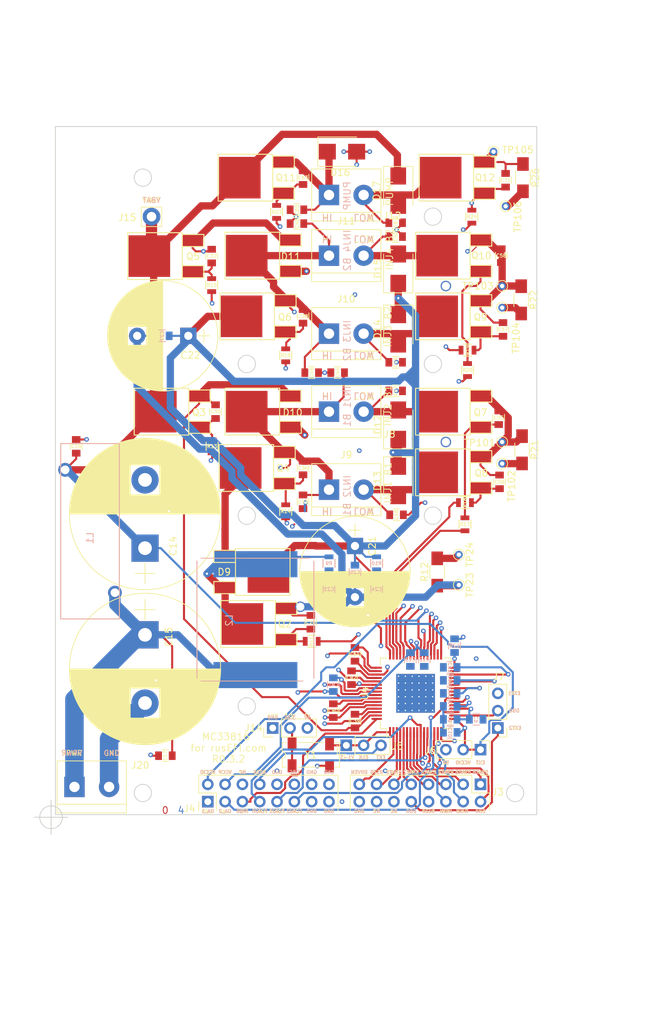
<source format=kicad_pcb>
(kicad_pcb (version 20171130) (host pcbnew "(5.1.5)-3")
  (title_block (title "Common Rail MC33816 board") (date 2020-05-28) (rev R0.3.2) (company http://rusefi.com/))
  (layers (0 F.Cu signal) (1 PWR_AN power) (2 GND power) (31 B.Cu signal) (34 B.Paste user) (35 F.Paste user) (36 B.SilkS user) (37 F.SilkS user) (38 B.Mask user) (39 F.Mask user) (44 Edge.Cuts user))
  (net 0 "")
  (net 1 GND)
  (net 2 /5V)
  (net 3 /3.3V)
  (net 4 /VCCIO)
  (net 5 /VCCP)
  (net 6 /Vbat)
  (net 7 /Vpwr)
  (net 8 /Vboost)
  (net 9 "Net-(C23-Pad1)")
  (net 10 "Net-(C24-Pad1)")
  (net 11 "Net-(C26-Pad2)")
  (net 12 "Net-(C35-Pad1)")
  (net 13 "Net-(C36-Pad1)")
  (net 14 "Net-(C37-Pad1)")
  (net 15 "Net-(C38-Pad1)")
  (net 16 "Net-(C39-Pad1)")
  (net 17 "Net-(C40-Pad1)")
  (net 18 "Net-(C41-Pad1)")
  (net 19 "Net-(C42-Pad1)")
  (net 20 "Net-(C55-Pad2)")
  (net 21 "Net-(C56-Pad2)")
  (net 22 "Net-(C57-Pad2)")
  (net 23 "Net-(C58-Pad2)")
  (net 24 "Net-(C63-Pad1)")
  (net 25 "Net-(C64-Pad2)")
  (net 26 "Net-(C71-Pad2)")
  (net 27 /START6)
  (net 28 /CSB)
  (net 29 /START5)
  (net 30 /MISO)
  (net 31 /START4)
  (net 32 /MOSI)
  (net 33 /START3)
  (net 34 /SCLK)
  (net 35 /START2)
  (net 36 /DBG_EXT2)
  (net 37 /START1)
  (net 38 /RESETB)
  (net 39 /DRVEN)
  (net 40 /OA_1)
  (net 41 /OA_2)
  (net 42 /IRQB)
  (net 43 /FLAG_0)
  (net 44 /EXT_CLK)
  (net 45 /FLAG_1)
  (net 46 /FLAG_2)
  (net 47 /DBG_EXT1)
  (net 48 /VCC2P5)
  (net 49 /BANK1_BAT)
  (net 50 /INJ_B1_HIGH)
  (net 51 /BANK2_BAT)
  (net 52 /INJ_B2_HIGH)
  (net 53 /INJ1_LOW)
  (net 54 /INJ2_LOW)
  (net 55 /INJ3_LOW)
  (net 56 /INJ4_LOW)
  (net 57 /PUMP_HIGH)
  (net 58 /PUMP_LOW)
  (net 59 /CLK)
  (net 60 /DBG)
  (net 61 /G_LS6)
  (net 62 /P_SENSE_BOOST)
  (net 63 /P_B1_SENSE)
  (net 64 /P_B2_SENSE)
  (net 65 /P_SENSE_PUMP)
  (net 66 /G_L_BOOST)
  (net 67 /G_HB1_BAT)
  (net 68 /G_HB1_BST)
  (net 69 /G_HB2_BAT)
  (net 70 /G_HB2_BST)
  (net 71 /G_L_INJ1)
  (net 72 /G_L_INJ2)
  (net 73 /G_L_INJ3)
  (net 74 /G_L_INJ4)
  (net 75 /G_PUMP)
  (net 76 /Vbuck)
  (module TerminalBlock:TerminalBlock_bornier-2_P5.08mm (layer F.Cu) (at 137.922 75.819)
    (fp_text reference J11 (at 2.54 -5.08) (layer F.SilkS))
    (fp_text value INJ_Term)
    (pad 2 thru_hole circle (at 5.08 0) (size 3 3) (drill 1.52) (layers *.Cu *.Mask) (net 56 /INJ4_LOW))
    (pad 1 thru_hole rect (at 0 0) (size 3 3) (drill 1.52) (layers *.Cu *.Mask) (net 52 /INJ_B2_HIGH))
  )
  (module TerminalBlock:TerminalBlock_bornier-2_P5.08mm (layer F.Cu) (at 137.922 87.249)
    (fp_text reference J10 (at 2.54 -5.08) (layer F.SilkS))
    (fp_text value INJ_Term)
    (pad 2 thru_hole circle (at 5.08 0) (size 3 3) (drill 1.52) (layers *.Cu *.Mask) (net 55 /INJ3_LOW))
    (pad 1 thru_hole rect (at 0 0) (size 3 3) (drill 1.52) (layers *.Cu *.Mask) (net 52 /INJ_B2_HIGH))
  )
  (module TerminalBlock:TerminalBlock_bornier-2_P5.08mm (layer F.Cu) (at 137.922 110.109)
    (fp_text reference J9 (at 2.54 -5.08) (layer F.SilkS))
    (fp_text value INJ_Term)
    (pad 2 thru_hole circle (at 5.08 0) (size 3 3) (drill 1.52) (layers *.Cu *.Mask) (net 53 /INJ1_LOW))
    (pad 1 thru_hole rect (at 0 0) (size 3 3) (drill 1.52) (layers *.Cu *.Mask) (net 50 /INJ_B1_HIGH))
  )
  (module TerminalBlock:TerminalBlock_bornier-2_P5.08mm (layer F.Cu) (at 100.584 153.67)
    (fp_text reference J20 (at 9.652 -3.175) (layer F.SilkS))
    (fp_text value Conn_01x02)
    (pad 2 thru_hole circle (at 5.08 0) (size 3 3) (drill 1.52) (layers *.Cu *.Mask) (net 1 GND))
    (pad 1 thru_hole rect (at 0 0) (size 3 3) (drill 1.52) (layers *.Cu *.Mask) (net 7 /Vpwr))
  )
  (module rusEFI_LIB:R_0805 (layer F.Cu) (at 120.7135 80.137 270)
    (fp_text reference R15 (at 0 0 180) (layer F.SilkS) (effects (font (size 0.508 0.508) (thickness 0.1016))))
    (fp_text value 10R hide)
    (pad 1 smd rect (at -0.95 0 270) (size 0.7 1.3) (layers F.Cu F.Paste F.Mask) (net 14 "Net-(C37-Pad1)"))
    (pad 2 smd rect (at 0.95 0 270) (size 0.7 1.3) (layers F.Cu F.Paste F.Mask) (net 69 /G_HB2_BAT))
  )
  (module Connector_Pin:Pin_D1.4mm_L8.5mm_W2.8mm_FlatFork (layer F.Cu) (at 111.887 70.104)
    (fp_text reference J15 (at -3.556 0.127) (layer F.SilkS))
    (fp_text value CONN_01X01)
    (pad 1 thru_hole circle (at 0 0) (size 2.6 2.6) (drill 1.4) (layers *.Cu *.Mask) (net 6 /Vbat))
  )
  (module Capacitors_ThroughHole:CP_Radial_D16.0mm_P7.50mm (layer F.Cu) (at 117.284 87.566 180)
    (fp_text reference C22 (at -0.3175 -2.8575) (layer F.SilkS))
    (fp_text value 390uF)
    (pad 1 thru_hole rect (at 0 0 180) (size 2.4 2.4) (drill 1.2) (layers *.Cu *.Mask) (net 8 /Vboost))
    (pad 2 thru_hole circle (at 7.5 0 180) (size 2.4 2.4) (drill 1.2) (layers *.Cu *.Mask) (net 62 /P_SENSE_BOOST))
  )
  (module Capacitors_ThroughHole:CP_Radial_D22.0mm_P10.00mm_SnapIn (layer F.Cu) (at 110.934 131.382 270)
    (fp_text reference C15 (at 0.3175 -3.4925 90) (layer F.SilkS))
    (fp_text value 1000uF)
    (pad 1 thru_hole rect (at 0 0 270) (size 4 4) (drill 2) (layers *.Cu *.Mask) (net 7 /Vpwr))
    (pad 2 thru_hole circle (at 10 0 270) (size 4 4) (drill 2) (layers *.Cu *.Mask) (net 1 GND))
  )
  (module rusEFI_LIB:C_0805 (layer B.Cu) (at 155.702 143.764 180)
    (fp_text reference C8 (at 0 0 270) (layer B.SilkS) (effects (font (size 0.508 0.508) (thickness 0.1016)) (justify mirror)))
    (fp_text value 0.1uF hide)
    (pad 1 smd rect (at -1 0 180) (size 1 1.25) (layers B.Cu B.Paste B.Mask) (net 48 /VCC2P5))
    (pad 2 smd rect (at 1 0 180) (size 1 1.25) (layers B.Cu B.Paste B.Mask) (net 1 GND))
  )
  (module rusEFI_LIB:C_0805 (layer B.Cu) (at 155.702 141.859 180)
    (fp_text reference C11 (at 0 0 270) (layer B.SilkS) (effects (font (size 0.508 0.508) (thickness 0.1016)) (justify mirror)))
    (fp_text value 0.1uF hide)
    (pad 1 smd rect (at -1 0 180) (size 1 1.25) (layers B.Cu B.Paste B.Mask) (net 2 /5V))
    (pad 2 smd rect (at 1 0 180) (size 1 1.25) (layers B.Cu B.Paste B.Mask) (net 1 GND))
  )
  (module rusEFI_LIB:C_0805 (layer B.Cu) (at 155.702 138.049 180)
    (fp_text reference C60 (at 0 0 270) (layer B.SilkS) (effects (font (size 0.508 0.508) (thickness 0.1016)) (justify mirror)))
    (fp_text value 330pF hide)
    (pad 1 smd rect (at -1 0 180) (size 1 1.25) (layers B.Cu B.Paste B.Mask) (net 64 /P_B2_SENSE))
    (pad 2 smd rect (at 1 0 180) (size 1 1.25) (layers B.Cu B.Paste B.Mask) (net 1 GND))
  )
  (module rusEFI_LIB:C_0805 (layer B.Cu) (at 155.702 136.144 180)
    (fp_text reference C73 (at 0 0 270) (layer B.SilkS) (effects (font (size 0.508 0.508) (thickness 0.1016)) (justify mirror)))
    (fp_text value 330pF hide)
    (pad 1 smd rect (at -1 0 180) (size 1 1.25) (layers B.Cu B.Paste B.Mask) (net 65 /P_SENSE_PUMP))
    (pad 2 smd rect (at 1 0 180) (size 1 1.25) (layers B.Cu B.Paste B.Mask) (net 1 GND))
  )
  (module Pin_Headers:Pin_Header_Straight_1x03_Pitch2.54mm (layer F.Cu) (at 129.667 145.034 90)
    (fp_text reference J14 (at 0 -2.794) (layer F.SilkS))
    (fp_text value CONN_01X03)
    (pad 1 thru_hole rect (at 0 0 90) (size 1.7 1.7) (drill 1) (layers *.Cu *.Mask) (net 1 GND))
    (pad 2 thru_hole oval (at 0 2.54 90) (size 1.7 1.7) (drill 1) (layers *.Cu *.Mask) (net 3 /3.3V))
    (pad 3 thru_hole oval (at 0 5.08 90) (size 1.7 1.7) (drill 1) (layers *.Cu *.Mask) (net 2 /5V))
  )
  (module Capacitors_ThroughHole:CP_Radial_D16.0mm_P7.50mm (layer F.Cu) (at 141.732 118.364 270)
    (fp_text reference C21 (at 0 -2.54 270) (layer F.SilkS))
    (fp_text value 390uF)
    (pad 1 thru_hole rect (at 0 0 270) (size 2.4 2.4) (drill 1.2) (layers *.Cu *.Mask) (net 8 /Vboost))
    (pad 2 thru_hole circle (at 7.5 0 270) (size 2.4 2.4) (drill 1.2) (layers *.Cu *.Mask) (net 62 /P_SENSE_BOOST))
  )
  (module Capacitors_ThroughHole:CP_Radial_D22.0mm_P10.00mm_SnapIn (layer F.Cu) (at 110.934 118.682 90)
    (fp_text reference C14 (at 0.3175 4.1275 90) (layer F.SilkS))
    (fp_text value 1000uF)
    (pad 1 thru_hole rect (at 0 0 90) (size 4 4) (drill 2) (layers *.Cu *.Mask) (net 6 /Vbat))
    (pad 2 thru_hole circle (at 10 0 90) (size 4 4) (drill 2) (layers *.Cu *.Mask) (net 1 GND))
  )
  (module Pin_Headers:Pin_Header_Straight_2x08_Pitch2.54mm (layer F.Cu) (at 120.142 155.829 90)
    (fp_text reference J4 (at -1.016 -2.667) (layer F.SilkS))
    (fp_text value CONN_02X08)
    (pad 1 thru_hole rect (at 0 0 90) (size 1.7 1.7) (drill 1) (layers *.Cu *.Mask) (net 40 /OA_1))
    (pad 2 thru_hole oval (at 2.54 0 90) (size 1.7 1.7) (drill 1) (layers *.Cu *.Mask) (net 4 /VCCIO))
    (pad 3 thru_hole oval (at 0 2.54 90) (size 1.7 1.7) (drill 1) (layers *.Cu *.Mask) (net 41 /OA_2))
    (pad 4 thru_hole oval (at 2.54 2.54 90) (size 1.7 1.7) (drill 1) (layers *.Cu *.Mask) (net 5 /VCCP))
    (pad 5 thru_hole oval (at 0 5.08 90) (size 1.7 1.7) (drill 1) (layers *.Cu *.Mask) (net 42 /IRQB))
    (pad 6 thru_hole oval (at 2.54 5.08 90) (size 1.7 1.7) (drill 1) (layers *.Cu *.Mask))
    (pad 7 thru_hole oval (at 0 7.62 90) (size 1.7 1.7) (drill 1) (layers *.Cu *.Mask) (net 43 /FLAG_0))
    (pad 8 thru_hole oval (at 2.54 7.62 90) (size 1.7 1.7) (drill 1) (layers *.Cu *.Mask) (net 44 /EXT_CLK))
    (pad 9 thru_hole oval (at 0 10.16 90) (size 1.7 1.7) (drill 1) (layers *.Cu *.Mask) (net 45 /FLAG_1))
    (pad 10 thru_hole oval (at 2.54 10.16 90) (size 1.7 1.7) (drill 1) (layers *.Cu *.Mask) (net 1 GND))
    (pad 11 thru_hole oval (at 0 12.7 90) (size 1.7 1.7) (drill 1) (layers *.Cu *.Mask) (net 46 /FLAG_2))
    (pad 12 thru_hole oval (at 2.54 12.7 90) (size 1.7 1.7) (drill 1) (layers *.Cu *.Mask) (net 47 /DBG_EXT1))
    (pad 13 thru_hole oval (at 0 15.24 90) (size 1.7 1.7) (drill 1) (layers *.Cu *.Mask) (net 1 GND))
    (pad 14 thru_hole oval (at 2.54 15.24 90) (size 1.7 1.7) (drill 1) (layers *.Cu *.Mask))
    (pad 15 thru_hole oval (at 0 17.78 90) (size 1.7 1.7) (drill 1) (layers *.Cu *.Mask) (net 1 GND))
    (pad 16 thru_hole oval (at 2.54 17.78 90) (size 1.7 1.7) (drill 1) (layers *.Cu *.Mask) (net 1 GND))
  )
  (module rusEFI_LIB:C_0805 (layer F.Cu) (at 141.224 137.668 270)
    (fp_text reference C42 (at 0 0) (layer F.SilkS) (effects (font (size 0.508 0.508) (thickness 0.1016))))
    (fp_text value 0.33uF hide)
    (pad 1 smd rect (at -1 0 270) (size 1 1.25) (layers F.Cu F.Paste F.Mask) (net 19 "Net-(C42-Pad1)"))
    (pad 2 smd rect (at 1 0 270) (size 1 1.25) (layers F.Cu F.Paste F.Mask) (net 52 /INJ_B2_HIGH))
  )
  (module rusEFI_LIB:C_0805 (layer F.Cu) (at 135.255 129.54 270)
    (fp_text reference C26 (at 0 0) (layer F.SilkS) (effects (font (size 0.508 0.508) (thickness 0.1016))))
    (fp_text value 470pF hide)
    (pad 1 smd rect (at -1 0 270) (size 1 1.25) (layers F.Cu F.Paste F.Mask) (net 62 /P_SENSE_BOOST))
    (pad 2 smd rect (at 1 0 270) (size 1 1.25) (layers F.Cu F.Paste F.Mask) (net 11 "Net-(C26-Pad2)"))
  )
  (module rusEFI_LIB:C_0805 (layer F.Cu) (at 141.732 134.239 90)
    (fp_text reference C64 (at 0 0) (layer F.SilkS) (effects (font (size 0.508 0.508) (thickness 0.1016))))
    (fp_text value 0.33uF hide)
    (pad 1 smd rect (at -1 0 90) (size 1 1.25) (layers F.Cu F.Paste F.Mask) (net 57 /PUMP_HIGH))
    (pad 2 smd rect (at 1 0 90) (size 1 1.25) (layers F.Cu F.Paste F.Mask) (net 25 "Net-(C64-Pad2)"))
  )
  (module Pin_Headers:Pin_Header_Straight_1x03_Pitch2.54mm (layer F.Cu) (at 160.147 148.209 270)
    (fp_text reference J6 (at 0.127 7.366) (layer F.SilkS))
    (fp_text value CONN_01X03)
    (pad 1 thru_hole rect (at 0 0 270) (size 1.7 1.7) (drill 1) (layers *.Cu *.Mask) (net 4 /VCCIO))
    (pad 2 thru_hole oval (at 0 2.54 270) (size 1.7 1.7) (drill 1) (layers *.Cu *.Mask) (net 4 /VCCIO))
    (pad 3 thru_hole oval (at 0 5.08 270) (size 1.7 1.7) (drill 1) (layers *.Cu *.Mask) (net 2 /5V))
  )
  (module Pin_Headers:Pin_Header_Straight_1x03_Pitch2.54mm (layer F.Cu) (at 140.462 147.574 90)
    (fp_text reference J5 (at -0.127 7.493) (layer F.SilkS))
    (fp_text value CONN_01X03)
    (pad 1 thru_hole rect (at 0 0 90) (size 1.7 1.7) (drill 1) (layers *.Cu *.Mask) (net 59 /CLK))
    (pad 2 thru_hole oval (at 0 2.54 90) (size 1.7 1.7) (drill 1) (layers *.Cu *.Mask) (net 59 /CLK))
    (pad 3 thru_hole oval (at 0 5.08 90) (size 1.7 1.7) (drill 1) (layers *.Cu *.Mask) (net 44 /EXT_CLK))
  )
  (module rusefi_lib:HTQFP-64-1EP_10x10mm_Pitch0.5mm_ThermalPad_for_MC33816 (layer F.Cu) (at 150.622 139.954 90)
    (fp_text reference U4 (at 0 -7.45 90) (layer F.SilkS))
    (fp_text value MC33816)
    (pad 65 smd rect (at 0 0 270) (size 5.7 5.7) (layers B.Cu) (net 1 GND))
    (pad 65 thru_hole circle (at 2.5 0.5 180) (size 0.3 0.3) (drill 0.2) (layers *.Cu F.Adhes) (net 1 GND))
    (pad 65 thru_hole circle (at 2.5 1.5 180) (size 0.3 0.3) (drill 0.2) (layers *.Cu F.Adhes) (net 1 GND))
    (pad 65 thru_hole circle (at 2.5 2.5 180) (size 0.3 0.3) (drill 0.2) (layers *.Cu F.Adhes) (net 1 GND))
    (pad 65 thru_hole circle (at 1.5 2.5 180) (size 0.3 0.3) (drill 0.2) (layers *.Cu F.Adhes) (net 1 GND))
    (pad 65 thru_hole circle (at 1.5 1.5 180) (size 0.3 0.3) (drill 0.2) (layers *.Cu F.Adhes) (net 1 GND))
    (pad 65 thru_hole circle (at 1.5 0.5 180) (size 0.3 0.3) (drill 0.2) (layers *.Cu F.Adhes) (net 1 GND))
    (pad 65 thru_hole circle (at 0.5 0.5 180) (size 0.3 0.3) (drill 0.2) (layers *.Cu F.Adhes) (net 1 GND))
    (pad 65 thru_hole circle (at 0.5 1.5 180) (size 0.3 0.3) (drill 0.2) (layers *.Cu F.Adhes) (net 1 GND))
    (pad 65 thru_hole circle (at 0.5 2.5 180) (size 0.3 0.3) (drill 0.2) (layers *.Cu F.Adhes) (net 1 GND))
    (pad 65 thru_hole circle (at -0.5 2.5 180) (size 0.3 0.3) (drill 0.2) (layers *.Cu F.Adhes) (net 1 GND))
    (pad 65 thru_hole circle (at -0.5 1.5 180) (size 0.3 0.3) (drill 0.2) (layers *.Cu F.Adhes) (net 1 GND))
    (pad 65 thru_hole circle (at -0.5 0.5 180) (size 0.3 0.3) (drill 0.2) (layers *.Cu F.Adhes) (net 1 GND))
    (pad 65 thru_hole circle (at -1.5 0.5 180) (size 0.3 0.3) (drill 0.2) (layers *.Cu F.Adhes) (net 1 GND))
    (pad 65 thru_hole circle (at -1.5 1.5 180) (size 0.3 0.3) (drill 0.2) (layers *.Cu F.Adhes) (net 1 GND))
    (pad 65 thru_hole circle (at -1.5 2.5 180) (size 0.3 0.3) (drill 0.2) (layers *.Cu F.Adhes) (net 1 GND))
    (pad 65 thru_hole circle (at -2.5 2.5 180) (size 0.3 0.3) (drill 0.2) (layers *.Cu F.Adhes) (net 1 GND))
    (pad 65 thru_hole circle (at -2.5 1.5 180) (size 0.3 0.3) (drill 0.2) (layers *.Cu F.Adhes) (net 1 GND))
    (pad 65 thru_hole circle (at -2.5 0.5 180) (size 0.3 0.3) (drill 0.2) (layers *.Cu F.Adhes) (net 1 GND))
    (pad 65 thru_hole circle (at 2.5 -0.5 180) (size 0.3 0.3) (drill 0.2) (layers *.Cu F.Adhes) (net 1 GND))
    (pad 65 thru_hole circle (at 2.5 -1.5 180) (size 0.3 0.3) (drill 0.2) (layers *.Cu F.Adhes) (net 1 GND))
    (pad 65 thru_hole circle (at 1.5 -0.5 180) (size 0.3 0.3) (drill 0.2) (layers *.Cu F.Adhes) (net 1 GND))
    (pad 65 thru_hole circle (at 1.5 -1.5 180) (size 0.3 0.3) (drill 0.2) (layers *.Cu F.Adhes) (net 1 GND))
    (pad 65 thru_hole circle (at 0.5 -1.5 180) (size 0.3 0.3) (drill 0.2) (layers *.Cu F.Adhes) (net 1 GND))
    (pad 65 thru_hole circle (at 0.5 -0.5 180) (size 0.3 0.3) (drill 0.2) (layers *.Cu F.Adhes) (net 1 GND))
    (pad 65 thru_hole circle (at -0.5 -0.5 180) (size 0.3 0.3) (drill 0.2) (layers *.Cu F.Adhes) (net 1 GND))
    (pad 65 thru_hole circle (at -0.5 -1.5 180) (size 0.3 0.3) (drill 0.2) (layers *.Cu F.Adhes) (net 1 GND))
    (pad 65 thru_hole circle (at -1.5 -1.5 180) (size 0.3 0.3) (drill 0.2) (layers *.Cu F.Adhes) (net 1 GND))
    (pad 65 thru_hole circle (at -1.5 -0.5 180) (size 0.3 0.3) (drill 0.2) (layers *.Cu F.Adhes) (net 1 GND))
    (pad 65 thru_hole circle (at -2.5 -0.5 180) (size 0.3 0.3) (drill 0.2) (layers *.Cu F.Adhes) (net 1 GND))
    (pad 65 thru_hole circle (at -2.5 -1.5 180) (size 0.3 0.3) (drill 0.2) (layers *.Cu F.Adhes) (net 1 GND))
    (pad 65 thru_hole circle (at -2.5 -2.5 180) (size 0.3 0.3) (drill 0.2) (layers *.Cu F.Adhes) (net 1 GND))
    (pad 65 thru_hole circle (at -1.5 -2.5 180) (size 0.3 0.3) (drill 0.2) (layers *.Cu F.Adhes) (net 1 GND))
    (pad 65 thru_hole circle (at -0.5 -2.5 180) (size 0.3 0.3) (drill 0.2) (layers *.Cu F.Adhes) (net 1 GND))
    (pad 65 thru_hole circle (at 0.5 -2.5 180) (size 0.3 0.3) (drill 0.2) (layers *.Cu F.Adhes) (net 1 GND))
    (pad 65 thru_hole circle (at 1.5 -2.5 180) (size 0.3 0.3) (drill 0.2) (layers *.Cu F.Adhes) (net 1 GND))
    (pad 65 thru_hole circle (at 2.5 -2.5 180) (size 0.3 0.3) (drill 0.2) (layers *.Cu F.Adhes) (net 1 GND))
    (pad 65 smd rect (at 0 0 270) (size 5.7 5.7) (layers F.Cu F.Paste F.Mask) (net 1 GND))
    (pad 64 smd rect (at -3.75 -5.7 180) (size 1.5 0.3) (layers F.Cu F.Paste F.Mask) (net 42 /IRQB))
    (pad 63 smd rect (at -3.25 -5.7 180) (size 1.5 0.3) (layers F.Cu F.Paste F.Mask) (net 49 /BANK1_BAT))
    (pad 62 smd rect (at -2.75 -5.7 180) (size 1.5 0.3) (layers F.Cu F.Paste F.Mask) (net 67 /G_HB1_BAT))
    (pad 61 smd rect (at -2.25 -5.7 180) (size 1.5 0.3) (layers F.Cu F.Paste F.Mask) (net 16 "Net-(C39-Pad1)"))
    (pad 60 smd rect (at -1.75 -5.7 180) (size 1.5 0.3) (layers F.Cu F.Paste F.Mask) (net 50 /INJ_B1_HIGH))
    (pad 59 smd rect (at -1.25 -5.7 180) (size 1.5 0.3) (layers F.Cu F.Paste F.Mask) (net 68 /G_HB1_BST))
    (pad 58 smd rect (at -0.75 -5.7 180) (size 1.5 0.3) (layers F.Cu F.Paste F.Mask) (net 17 "Net-(C40-Pad1)"))
    (pad 57 smd rect (at -0.25 -5.7 180) (size 1.5 0.3) (layers F.Cu F.Paste F.Mask) (net 51 /BANK2_BAT))
    (pad 56 smd rect (at 0.25 -5.7 180) (size 1.5 0.3) (layers F.Cu F.Paste F.Mask) (net 69 /G_HB2_BAT))
    (pad 55 smd rect (at 0.75 -5.7 180) (size 1.5 0.3) (layers F.Cu F.Paste F.Mask) (net 18 "Net-(C41-Pad1)"))
    (pad 54 smd rect (at 1.25 -5.7 180) (size 1.5 0.3) (layers F.Cu F.Paste F.Mask) (net 52 /INJ_B2_HIGH))
    (pad 53 smd rect (at 1.75 -5.7 180) (size 1.5 0.3) (layers F.Cu F.Paste F.Mask) (net 70 /G_HB2_BST))
    (pad 52 smd rect (at 2.25 -5.7 180) (size 1.5 0.3) (layers F.Cu F.Paste F.Mask) (net 19 "Net-(C42-Pad1)"))
    (pad 51 smd rect (at 2.75 -5.7 180) (size 1.5 0.3) (layers F.Cu F.Paste F.Mask) (net 57 /PUMP_HIGH))
    (pad 50 smd rect (at 3.25 -5.7 180) (size 1.5 0.3) (layers F.Cu F.Paste F.Mask) (net 61 /G_LS6))
    (pad 49 smd rect (at 3.75 -5.7 180) (size 1.5 0.3) (layers F.Cu F.Paste F.Mask) (net 25 "Net-(C64-Pad2)"))
    (pad 48 smd rect (at 5.7 -3.75 90) (size 1.5 0.3) (layers F.Cu F.Paste F.Mask) (net 8 /Vboost))
    (pad 47 smd rect (at 5.7 -3.25 90) (size 1.5 0.3) (layers F.Cu F.Paste F.Mask) (net 71 /G_L_INJ1))
    (pad 46 smd rect (at 5.7 -2.75 90) (size 1.5 0.3) (layers F.Cu F.Paste F.Mask) (net 72 /G_L_INJ2))
    (pad 45 smd rect (at 5.7 -2.25 90) (size 1.5 0.3) (layers F.Cu F.Paste F.Mask) (net 73 /G_L_INJ3))
    (pad 44 smd rect (at 5.7 -1.75 90) (size 1.5 0.3) (layers F.Cu F.Paste F.Mask) (net 74 /G_L_INJ4))
    (pad 43 smd rect (at 5.7 -1.25 90) (size 1.5 0.3) (layers F.Cu F.Paste F.Mask))
    (pad 42 smd rect (at 5.7 -0.75 90) (size 1.5 0.3) (layers F.Cu F.Paste F.Mask) (net 75 /G_PUMP))
    (pad 41 smd rect (at 5.7 -0.25 90) (size 1.5 0.3) (layers F.Cu F.Paste F.Mask) (net 66 /G_L_BOOST))
    (pad 40 smd rect (at 5.7 0.25 90) (size 1.5 0.3) (layers F.Cu F.Paste F.Mask) (net 5 /VCCP))
    (pad 39 smd rect (at 5.7 0.75 90) (size 1.5 0.3) (layers F.Cu F.Paste F.Mask) (net 6 /Vbat))
    (pad 38 smd rect (at 5.7 1.25 90) (size 1.5 0.3) (layers F.Cu F.Paste F.Mask) (net 53 /INJ1_LOW))
    (pad 37 smd rect (at 5.7 1.75 90) (size 1.5 0.3) (layers F.Cu F.Paste F.Mask) (net 54 /INJ2_LOW))
    (pad 36 smd rect (at 5.7 2.25 90) (size 1.5 0.3) (layers F.Cu F.Paste F.Mask) (net 55 /INJ3_LOW))
    (pad 35 smd rect (at 5.7 2.75 90) (size 1.5 0.3) (layers F.Cu F.Paste F.Mask) (net 56 /INJ4_LOW))
    (pad 34 smd rect (at 5.7 3.25 90) (size 1.5 0.3) (layers F.Cu F.Paste F.Mask))
    (pad 33 smd rect (at 5.7 3.75 90) (size 1.5 0.3) (layers F.Cu F.Paste F.Mask) (net 58 /PUMP_LOW))
    (pad 32 smd rect (at 3.75 5.7 180) (size 1.5 0.3) (layers F.Cu F.Paste F.Mask) (net 62 /P_SENSE_BOOST))
    (pad 31 smd rect (at 3.25 5.7 180) (size 1.5 0.3) (layers F.Cu F.Paste F.Mask) (net 1 GND))
    (pad 30 smd rect (at 2.75 5.7 180) (size 1.5 0.3) (layers F.Cu F.Paste F.Mask) (net 65 /P_SENSE_PUMP))
    (pad 29 smd rect (at 2.25 5.7 180) (size 1.5 0.3) (layers F.Cu F.Paste F.Mask) (net 1 GND))
    (pad 28 smd rect (at 1.75 5.7 180) (size 1.5 0.3) (layers F.Cu F.Paste F.Mask) (net 64 /P_B2_SENSE))
    (pad 27 smd rect (at 1.25 5.7 180) (size 1.5 0.3) (layers F.Cu F.Paste F.Mask) (net 1 GND))
    (pad 26 smd rect (at 0.75 5.7 180) (size 1.5 0.3) (layers F.Cu F.Paste F.Mask) (net 63 /P_B1_SENSE))
    (pad 25 smd rect (at 0.25 5.7 180) (size 1.5 0.3) (layers F.Cu F.Paste F.Mask) (net 1 GND))
    (pad 24 smd rect (at -0.25 5.7 180) (size 1.5 0.3) (layers F.Cu F.Paste F.Mask) (net 1 GND))
    (pad 23 smd rect (at -0.75 5.7 180) (size 1.5 0.3) (layers F.Cu F.Paste F.Mask) (net 41 /OA_2))
    (pad 22 smd rect (at -1.25 5.7 180) (size 1.5 0.3) (layers F.Cu F.Paste F.Mask) (net 40 /OA_1))
    (pad 21 smd rect (at -1.75 5.7 180) (size 1.5 0.3) (layers F.Cu F.Paste F.Mask) (net 2 /5V))
    (pad 20 smd rect (at -2.25 5.7 180) (size 1.5 0.3) (layers F.Cu F.Paste F.Mask) (net 48 /VCC2P5))
    (pad 19 smd rect (at -2.75 5.7 180) (size 1.5 0.3) (layers F.Cu F.Paste F.Mask) (net 1 GND))
    (pad 18 smd rect (at -3.25 5.7 180) (size 1.5 0.3) (layers F.Cu F.Paste F.Mask) (net 60 /DBG))
    (pad 17 smd rect (at -3.75 5.7 180) (size 1.5 0.3) (layers F.Cu F.Paste F.Mask) (net 4 /VCCIO))
    (pad 16 smd rect (at -5.7 3.75 90) (size 1.5 0.3) (layers F.Cu F.Paste F.Mask) (net 34 /SCLK))
    (pad 15 smd rect (at -5.7 3.25 90) (size 1.5 0.3) (layers F.Cu F.Paste F.Mask) (net 30 /MISO))
    (pad 14 smd rect (at -5.7 2.75 90) (size 1.5 0.3) (layers F.Cu F.Paste F.Mask) (net 32 /MOSI))
    (pad 13 smd rect (at -5.7 2.25 90) (size 1.5 0.3) (layers F.Cu F.Paste F.Mask) (net 28 /CSB))
    (pad 12 smd rect (at -5.7 1.75 90) (size 1.5 0.3) (layers F.Cu F.Paste F.Mask) (net 46 /FLAG_2))
    (pad 11 smd rect (at -5.7 1.25 90) (size 1.5 0.3) (layers F.Cu F.Paste F.Mask) (net 45 /FLAG_1))
    (pad 10 smd rect (at -5.7 0.75 90) (size 1.5 0.3) (layers F.Cu F.Paste F.Mask) (net 43 /FLAG_0))
    (pad 9 smd rect (at -5.7 0.25 90) (size 1.5 0.3) (layers F.Cu F.Paste F.Mask) (net 27 /START6))
    (pad 8 smd rect (at -5.7 -0.25 90) (size 1.5 0.3) (layers F.Cu F.Paste F.Mask) (net 29 /START5))
    (pad 7 smd rect (at -5.7 -0.75 90) (size 1.5 0.3) (layers F.Cu F.Paste F.Mask) (net 31 /START4))
    (pad 6 smd rect (at -5.7 -1.25 90) (size 1.5 0.3) (layers F.Cu F.Paste F.Mask) (net 33 /START3))
    (pad 5 smd rect (at -5.7 -1.75 90) (size 1.5 0.3) (layers F.Cu F.Paste F.Mask) (net 35 /START2))
    (pad 4 smd rect (at -5.7 -2.25 90) (size 1.5 0.3) (layers F.Cu F.Paste F.Mask) (net 37 /START1))
    (pad 3 smd rect (at -5.7 -2.75 90) (size 1.5 0.3) (layers F.Cu F.Paste F.Mask) (net 38 /RESETB))
    (pad 2 smd rect (at -5.7 -3.25 90) (size 1.5 0.3) (layers F.Cu F.Paste F.Mask) (net 39 /DRVEN))
    (pad 1 smd rect (at -5.7 -3.75 90) (size 1.5 0.3) (layers F.Cu F.Paste F.Mask) (net 59 /CLK))
  )
  (module Pin_Headers:Pin_Header_Straight_2x08_Pitch2.54mm (layer F.Cu) (at 160.147 153.289 270)
    (fp_text reference J3 (at 1.143 -2.54) (layer F.SilkS))
    (fp_text value CONN_02X08)
    (pad 1 thru_hole rect (at 0 0 270) (size 1.7 1.7) (drill 1) (layers *.Cu *.Mask) (net 27 /START6))
    (pad 2 thru_hole oval (at 2.54 0 270) (size 1.7 1.7) (drill 1) (layers *.Cu *.Mask) (net 28 /CSB))
    (pad 3 thru_hole oval (at 0 2.54 270) (size 1.7 1.7) (drill 1) (layers *.Cu *.Mask) (net 29 /START5))
    (pad 4 thru_hole oval (at 2.54 2.54 270) (size 1.7 1.7) (drill 1) (layers *.Cu *.Mask) (net 30 /MISO))
    (pad 5 thru_hole oval (at 0 5.08 270) (size 1.7 1.7) (drill 1) (layers *.Cu *.Mask) (net 31 /START4))
    (pad 6 thru_hole oval (at 2.54 5.08 270) (size 1.7 1.7) (drill 1) (layers *.Cu *.Mask) (net 32 /MOSI))
    (pad 7 thru_hole oval (at 0 7.62 270) (size 1.7 1.7) (drill 1) (layers *.Cu *.Mask) (net 33 /START3))
    (pad 8 thru_hole oval (at 2.54 7.62 270) (size 1.7 1.7) (drill 1) (layers *.Cu *.Mask) (net 34 /SCLK))
    (pad 9 thru_hole oval (at 0 10.16 270) (size 1.7 1.7) (drill 1) (layers *.Cu *.Mask) (net 35 /START2))
    (pad 10 thru_hole oval (at 2.54 10.16 270) (size 1.7 1.7) (drill 1) (layers *.Cu *.Mask) (net 36 /DBG_EXT2))
    (pad 11 thru_hole oval (at 0 12.7 270) (size 1.7 1.7) (drill 1) (layers *.Cu *.Mask) (net 37 /START1))
    (pad 12 thru_hole oval (at 2.54 12.7 270) (size 1.7 1.7) (drill 1) (layers *.Cu *.Mask))
    (pad 13 thru_hole oval (at 0 15.24 270) (size 1.7 1.7) (drill 1) (layers *.Cu *.Mask) (net 38 /RESETB))
    (pad 14 thru_hole oval (at 2.54 15.24 270) (size 1.7 1.7) (drill 1) (layers *.Cu *.Mask))
    (pad 15 thru_hole oval (at 0 17.78 270) (size 1.7 1.7) (drill 1) (layers *.Cu *.Mask) (net 39 /DRVEN))
    (pad 16 thru_hole oval (at 2.54 17.78 270) (size 1.7 1.7) (drill 1) (layers *.Cu *.Mask) (net 1 GND))
  )
  (module rusEFI_LIB:IHLP6767GZER100M01 (layer B.Cu) (at 127.127 129.159 270)
    (fp_text reference L2 (at 0.09906 3.85064 270) (layer B.SilkS) (effects (justify mirror)))
    (fp_text value 10uH hide)
    (pad 2 smd rect (at 8.1225 0 270) (size 3.825 12.32) (layers B.Cu B.Paste B.Mask) (net 7 /Vpwr))
    (pad 1 smd rect (at -8.1225 0 270) (size 3.825 12.32) (layers B.Cu B.Paste B.Mask) (net 76 /Vbuck))
  )
  (module TO_SOT_Packages_SMD:TO-252-2Lead (layer F.Cu) (at 122.682 122.174 270)
    (fp_text reference D9 (at 0 0.127) (layer F.SilkS))
    (fp_text value FFD10UP20S)
    (pad 1 smd rect (at -2.286 0 270) (size 1.651 3.048) (layers F.Cu F.Paste F.Mask) (net 8 /Vboost))
    (pad 2 smd rect (at 0 -6.35 270) (size 6.096 6.096) (layers F.Cu F.Paste F.Mask) (net 8 /Vboost))
    (pad 3 smd rect (at 2.286 0 270) (size 1.651 3.048) (layers F.Cu F.Paste F.Mask) (net 76 /Vbuck))
  )
  (module TO_SOT_Packages_SMD:TO-252-2Lead (layer F.Cu) (at 132.207 98.679 90)
    (fp_text reference D10 (at -0.127 0.381 180) (layer F.SilkS))
    (fp_text value SBR10200CTL)
    (pad 1 smd rect (at -2.286 0 90) (size 1.651 3.048) (layers F.Cu F.Paste F.Mask) (net 1 GND))
    (pad 2 smd rect (at 0 -6.35 90) (size 6.096 6.096) (layers F.Cu F.Paste F.Mask) (net 50 /INJ_B1_HIGH))
    (pad 3 smd rect (at 2.286 0 90) (size 1.651 3.048) (layers F.Cu F.Paste F.Mask) (net 49 /BANK1_BAT))
  )
  (module TO_SOT_Packages_SMD:TO-252-2Lead (layer F.Cu) (at 132.207 75.819 90)
    (fp_text reference D11 (at -0.127 0.127 180) (layer F.SilkS))
    (fp_text value SBR10200CTL)
    (pad 1 smd rect (at -2.286 0 90) (size 1.651 3.048) (layers F.Cu F.Paste F.Mask) (net 1 GND))
    (pad 2 smd rect (at 0 -6.35 90) (size 6.096 6.096) (layers F.Cu F.Paste F.Mask) (net 52 /INJ_B2_HIGH))
    (pad 3 smd rect (at 2.286 0 90) (size 1.651 3.048) (layers F.Cu F.Paste F.Mask) (net 51 /BANK2_BAT))
  )
  (module Diodes_SMD:D_SMB (layer F.Cu) (at 148.082 100.584 90)
    (fp_text reference D12 (at 0 -3 270) (layer F.SilkS))
    (fp_text value STPS2H100UY)
    (pad 1 smd rect (at -2.15 0 90) (size 2.5 2.3) (layers F.Cu F.Paste F.Mask) (net 8 /Vboost))
    (pad 2 smd rect (at 2.15 0 90) (size 2.5 2.3) (layers F.Cu F.Paste F.Mask) (net 54 /INJ2_LOW))
  )
  (module Diodes_SMD:D_SMB (layer F.Cu) (at 148.082 108.839 270)
    (fp_text reference D13 (at 0 3.048 90) (layer F.SilkS))
    (fp_text value STPS2H100UY)
    (pad 1 smd rect (at -2.15 0 270) (size 2.5 2.3) (layers F.Cu F.Paste F.Mask) (net 8 /Vboost))
    (pad 2 smd rect (at 2.15 0 270) (size 2.5 2.3) (layers F.Cu F.Paste F.Mask) (net 53 /INJ1_LOW))
  )
  (module Diodes_SMD:D_SMB (layer F.Cu) (at 148.082 86.614 270)
    (fp_text reference D14 (at 0 3.048 90) (layer F.SilkS))
    (fp_text value STPS2H100UY)
    (pad 1 smd rect (at -2.15 0 270) (size 2.5 2.3) (layers F.Cu F.Paste F.Mask) (net 8 /Vboost))
    (pad 2 smd rect (at 2.15 0 270) (size 2.5 2.3) (layers F.Cu F.Paste F.Mask) (net 55 /INJ3_LOW))
  )
  (module Diodes_SMD:D_SMB (layer F.Cu) (at 148.082 77.724 90)
    (fp_text reference D15 (at 0 -3 270) (layer F.SilkS))
    (fp_text value STPS2H100UY)
    (pad 1 smd rect (at -2.15 0 90) (size 2.5 2.3) (layers F.Cu F.Paste F.Mask) (net 8 /Vboost))
    (pad 2 smd rect (at 2.15 0 90) (size 2.5 2.3) (layers F.Cu F.Paste F.Mask) (net 56 /INJ4_LOW))
  )
  (module Diodes_SMD:D_SMB (layer F.Cu) (at 139.827 60.579)
    (fp_text reference D16 (at -0.254 3.048) (layer F.SilkS))
    (fp_text value STPS2H100UY)
    (pad 1 smd rect (at -2.15 0) (size 2.5 2.3) (layers F.Cu F.Paste F.Mask) (net 57 /PUMP_HIGH))
    (pad 2 smd rect (at 2.15 0) (size 2.5 2.3) (layers F.Cu F.Paste F.Mask) (net 1 GND))
  )
  (module Diodes_SMD:D_SMB (layer F.Cu) (at 148.082 66.294 270)
    (fp_text reference D17 (at 0 3.175 90) (layer F.SilkS))
    (fp_text value STPS2H100UY)
    (pad 1 smd rect (at -2.15 0 270) (size 2.5 2.3) (layers F.Cu F.Paste F.Mask) (net 6 /Vbat))
    (pad 2 smd rect (at 2.15 0 270) (size 2.5 2.3) (layers F.Cu F.Paste F.Mask) (net 58 /PUMP_LOW))
  )
  (module Pin_Headers:Pin_Header_Straight_1x03_Pitch2.54mm (layer F.Cu) (at 162.687 145.034 180)
    (fp_text reference J7 (at -0.127 7.493 180) (layer F.SilkS))
    (fp_text value CONN_01X03)
    (pad 1 thru_hole rect (at 0 0 180) (size 1.7 1.7) (drill 1) (layers *.Cu *.Mask) (net 36 /DBG_EXT2))
    (pad 2 thru_hole oval (at 0 2.54 180) (size 1.7 1.7) (drill 1) (layers *.Cu *.Mask) (net 60 /DBG))
    (pad 3 thru_hole oval (at 0 5.08 180) (size 1.7 1.7) (drill 1) (layers *.Cu *.Mask) (net 47 /DBG_EXT1))
  )
  (module Terminal_Blocks:TerminalBlock_bornier-2_P5.08mm (layer F.Cu) (at 137.922 98.679)
    (fp_text reference J8 (at 8.89 3.302) (layer F.SilkS))
    (fp_text value INJ_Term)
    (pad 1 thru_hole rect (at 0 0) (size 3 3) (drill 1.52) (layers *.Cu *.Mask) (net 50 /INJ_B1_HIGH))
    (pad 2 thru_hole circle (at 5.08 0) (size 3 3) (drill 1.52) (layers *.Cu *.Mask) (net 54 /INJ2_LOW))
  )
  (module Terminal_Blocks:TerminalBlock_bornier-2_P5.08mm (layer F.Cu) (at 137.922 66.929)
    (fp_text reference J12 (at 9.271 3.048) (layer F.SilkS))
    (fp_text value INJ_Term)
    (pad 1 thru_hole rect (at 0 0) (size 3 3) (drill 1.52) (layers *.Cu *.Mask) (net 57 /PUMP_HIGH))
    (pad 2 thru_hole circle (at 5.08 0) (size 3 3) (drill 1.52) (layers *.Cu *.Mask) (net 58 /PUMP_LOW))
  )
  (module rusEFI_LIB:744710610-Inductor (layer B.Cu) (at 102.87 116.205 90)
    (fp_text reference L1 (at -1 0 90) (layer B.SilkS) (effects (justify mirror)))
    (fp_text value 6uH hide)
    (pad 1 thru_hole circle (at -9 3.65 90) (size 2.032 2.032) (drill 1.27) (layers *.Cu *.Mask) (net 7 /Vpwr))
    (pad 2 thru_hole circle (at 9 -3.65 90) (size 2.032 2.032) (drill 1.27) (layers *.Cu *.Mask) (net 6 /Vbat))
  )
  (module TO_SOT_Packages_SMD:TO-252-2Lead (layer F.Cu) (at 131.572 129.794 90)
    (fp_text reference Q2 (at 0 -0.127 180) (layer F.SilkS))
    (fp_text value BUK9230-100B)
    (pad 1 smd rect (at -2.286 0 90) (size 1.651 3.048) (layers F.Cu F.Paste F.Mask) (net 11 "Net-(C26-Pad2)"))
    (pad 2 smd rect (at 0 -6.35 90) (size 6.096 6.096) (layers F.Cu F.Paste F.Mask) (net 76 /Vbuck))
    (pad 3 smd rect (at 2.286 0 90) (size 1.651 3.048) (layers F.Cu F.Paste F.Mask) (net 62 /P_SENSE_BOOST))
  )
  (module TO_SOT_Packages_SMD:TO-252-2Lead (layer F.Cu) (at 118.872 98.679 90)
    (fp_text reference Q3 (at -0.127 0 180) (layer F.SilkS))
    (fp_text value BUK9230-100B)
    (pad 1 smd rect (at -2.286 0 90) (size 1.651 3.048) (layers F.Cu F.Paste F.Mask) (net 12 "Net-(C35-Pad1)"))
    (pad 2 smd rect (at 0 -6.35 90) (size 6.096 6.096) (layers F.Cu F.Paste F.Mask) (net 6 /Vbat))
    (pad 3 smd rect (at 2.286 0 90) (size 1.651 3.048) (layers F.Cu F.Paste F.Mask) (net 49 /BANK1_BAT))
  )
  (module TO_SOT_Packages_SMD:TO-252-2Lead (layer F.Cu) (at 131.318 106.934 90)
    (fp_text reference Q4 (at 0 -0.127 180) (layer F.SilkS))
    (fp_text value BUK9230-100B)
    (pad 1 smd rect (at -2.286 0 90) (size 1.651 3.048) (layers F.Cu F.Paste F.Mask) (net 13 "Net-(C36-Pad1)"))
    (pad 2 smd rect (at 0 -6.35 90) (size 6.096 6.096) (layers F.Cu F.Paste F.Mask) (net 8 /Vboost))
    (pad 3 smd rect (at 2.286 0 90) (size 1.651 3.048) (layers F.Cu F.Paste F.Mask) (net 50 /INJ_B1_HIGH))
  )
  (module TO_SOT_Packages_SMD:TO-252-2Lead (layer F.Cu) (at 117.9195 75.8825 90)
    (fp_text reference Q5 (at -0.0635 0.064 180) (layer F.SilkS))
    (fp_text value BUK9230-100B)
    (pad 1 smd rect (at -2.286 0 90) (size 1.651 3.048) (layers F.Cu F.Paste F.Mask) (net 14 "Net-(C37-Pad1)"))
    (pad 2 smd rect (at 0 -6.35 90) (size 6.096 6.096) (layers F.Cu F.Paste F.Mask) (net 6 /Vbat))
    (pad 3 smd rect (at 2.286 0 90) (size 1.651 3.048) (layers F.Cu F.Paste F.Mask) (net 51 /BANK2_BAT))
  )
  (module TO_SOT_Packages_SMD:TO-252-2Lead (layer F.Cu) (at 131.445 84.709 90)
    (fp_text reference Q6 (at -0.127 0 180) (layer F.SilkS))
    (fp_text value BUK9230-100B)
    (pad 1 smd rect (at -2.286 0 90) (size 1.651 3.048) (layers F.Cu F.Paste F.Mask) (net 15 "Net-(C38-Pad1)"))
    (pad 2 smd rect (at 0 -6.35 90) (size 6.096 6.096) (layers F.Cu F.Paste F.Mask) (net 8 /Vboost))
    (pad 3 smd rect (at 2.286 0 90) (size 1.651 3.048) (layers F.Cu F.Paste F.Mask) (net 52 /INJ_B2_HIGH))
  )
  (module TO_SOT_Packages_SMD:TO-252-2Lead (layer F.Cu) (at 160.147 98.679 90)
    (fp_text reference Q7 (at -0.127 0 180) (layer F.SilkS))
    (fp_text value BUK9230-100B)
    (pad 1 smd rect (at -2.286 0 90) (size 1.651 3.048) (layers F.Cu F.Paste F.Mask) (net 20 "Net-(C55-Pad2)"))
    (pad 2 smd rect (at 0 -6.35 90) (size 6.096 6.096) (layers F.Cu F.Paste F.Mask) (net 54 /INJ2_LOW))
    (pad 3 smd rect (at 2.286 0 90) (size 1.651 3.048) (layers F.Cu F.Paste F.Mask) (net 63 /P_B1_SENSE))
  )
  (module TO_SOT_Packages_SMD:TO-252-2Lead (layer F.Cu) (at 160.147 107.569 90)
    (fp_text reference Q8 (at -0.127 0.127 180) (layer F.SilkS))
    (fp_text value BUK9230-100B)
    (pad 1 smd rect (at -2.286 0 90) (size 1.651 3.048) (layers F.Cu F.Paste F.Mask) (net 21 "Net-(C56-Pad2)"))
    (pad 2 smd rect (at 0 -6.35 90) (size 6.096 6.096) (layers F.Cu F.Paste F.Mask) (net 53 /INJ1_LOW))
    (pad 3 smd rect (at 2.286 0 90) (size 1.651 3.048) (layers F.Cu F.Paste F.Mask) (net 63 /P_B1_SENSE))
  )
  (module TO_SOT_Packages_SMD:TO-252-2Lead (layer F.Cu) (at 160.147 84.709 90)
    (fp_text reference Q9 (at -0.127 0 180) (layer F.SilkS))
    (fp_text value BUK9230-100B)
    (pad 1 smd rect (at -2.286 0 90) (size 1.651 3.048) (layers F.Cu F.Paste F.Mask) (net 22 "Net-(C57-Pad2)"))
    (pad 2 smd rect (at 0 -6.35 90) (size 6.096 6.096) (layers F.Cu F.Paste F.Mask) (net 55 /INJ3_LOW))
    (pad 3 smd rect (at 2.286 0 90) (size 1.651 3.048) (layers F.Cu F.Paste F.Mask) (net 64 /P_B2_SENSE))
  )
  (module TO_SOT_Packages_SMD:TO-252-2Lead (layer F.Cu) (at 160.147 75.819 90)
    (fp_text reference Q10 (at 0 0.127 180) (layer F.SilkS))
    (fp_text value BUK9230-100B)
    (pad 1 smd rect (at -2.286 0 90) (size 1.651 3.048) (layers F.Cu F.Paste F.Mask) (net 23 "Net-(C58-Pad2)"))
    (pad 2 smd rect (at 0 -6.35 90) (size 6.096 6.096) (layers F.Cu F.Paste F.Mask) (net 56 /INJ4_LOW))
    (pad 3 smd rect (at 2.286 0 90) (size 1.651 3.048) (layers F.Cu F.Paste F.Mask) (net 64 /P_B2_SENSE))
  )
  (module TO_SOT_Packages_SMD:TO-252-2Lead (layer F.Cu) (at 131.191 64.389 90)
    (fp_text reference Q11 (at 0 0.381 180) (layer F.SilkS))
    (fp_text value BUK9230-100B)
    (pad 1 smd rect (at -2.286 0 90) (size 1.651 3.048) (layers F.Cu F.Paste F.Mask) (net 24 "Net-(C63-Pad1)"))
    (pad 2 smd rect (at 0 -6.35 90) (size 6.096 6.096) (layers F.Cu F.Paste F.Mask) (net 6 /Vbat))
    (pad 3 smd rect (at 2.286 0 90) (size 1.651 3.048) (layers F.Cu F.Paste F.Mask) (net 57 /PUMP_HIGH))
  )
  (module TO_SOT_Packages_SMD:TO-252-2Lead (layer F.Cu) (at 160.655 64.389 90)
    (fp_text reference Q12 (at 0 0.127 180) (layer F.SilkS))
    (fp_text value BUK9230-100B)
    (pad 1 smd rect (at -2.286 0 90) (size 1.651 3.048) (layers F.Cu F.Paste F.Mask) (net 26 "Net-(C71-Pad2)"))
    (pad 2 smd rect (at 0 -6.35 90) (size 6.096 6.096) (layers F.Cu F.Paste F.Mask) (net 58 /PUMP_LOW))
    (pad 3 smd rect (at 2.286 0 90) (size 1.651 3.048) (layers F.Cu F.Paste F.Mask) (net 65 /P_SENSE_PUMP))
  )
  (module Resistors_SMD:R_1206_HandSoldering (layer F.Cu) (at 153.797 122.174 90)
    (fp_text reference R12 (at 0 -1.85 270) (layer F.SilkS))
    (fp_text value 0R010)
    (pad 1 smd rect (at -2 0 90) (size 2 1.7) (layers F.Cu F.Paste F.Mask) (net 62 /P_SENSE_BOOST))
    (pad 2 smd rect (at 2 0 90) (size 2 1.7) (layers F.Cu F.Paste F.Mask) (net 1 GND))
  )
  (module Resistors_SMD:R_1206_HandSoldering (layer F.Cu) (at 166.243 104.267 270)
    (fp_text reference R21 (at 0 -1.85 90) (layer F.SilkS))
    (fp_text value 0R015)
    (pad 1 smd rect (at -2 0 270) (size 2 1.7) (layers F.Cu F.Paste F.Mask) (net 63 /P_B1_SENSE))
    (pad 2 smd rect (at 2 0 270) (size 2 1.7) (layers F.Cu F.Paste F.Mask) (net 1 GND))
  )
  (module Resistors_SMD:R_1206_HandSoldering (layer F.Cu) (at 166.116 82.296 270)
    (fp_text reference R22 (at 0 -1.85 90) (layer F.SilkS))
    (fp_text value 0R015)
    (pad 1 smd rect (at -2 0 270) (size 2 1.7) (layers F.Cu F.Paste F.Mask) (net 64 /P_B2_SENSE))
    (pad 2 smd rect (at 2 0 270) (size 2 1.7) (layers F.Cu F.Paste F.Mask) (net 1 GND))
  )
  (module Resistors_SMD:R_1206_HandSoldering (layer F.Cu) (at 166.37 64.389 270)
    (fp_text reference R26 (at 0 -1.85 90) (layer F.SilkS))
    (fp_text value 0R015)
    (pad 1 smd rect (at -2 0 270) (size 2 1.7) (layers F.Cu F.Paste F.Mask) (net 65 /P_SENSE_PUMP))
    (pad 2 smd rect (at 2 0 270) (size 2 1.7) (layers F.Cu F.Paste F.Mask) (net 1 GND))
  )
  (module Connect:PINTST (layer F.Cu) (at 156.972 124.079 270)
    (fp_text reference TP23 (at 0 -1.6 270) (layer F.SilkS))
    (fp_text value CONN_01X01)
    (pad 1 thru_hole circle (at 0 0 270) (size 1.143 1.143) (drill 0.635) (layers *.Cu *.Mask) (net 62 /P_SENSE_BOOST))
  )
  (module Connect:PINTST (layer F.Cu) (at 156.972 119.634 270)
    (fp_text reference TP24 (at 0 -1.6 270) (layer F.SilkS))
    (fp_text value CONN_01X01)
    (pad 1 thru_hole circle (at 0 0 270) (size 1.143 1.143) (drill 0.635) (layers *.Cu *.Mask) (net 1 GND))
  )
  (module Connect:PINTST (layer F.Cu) (at 163.322 103.124 270)
    (fp_text reference TP101 (at 0.127 3.302) (layer F.SilkS))
    (fp_text value CONN_01X01)
    (pad 1 thru_hole circle (at 0 0 270) (size 1.143 1.143) (drill 0.635) (layers *.Cu *.Mask) (net 63 /P_B1_SENSE))
  )
  (module Connect:PINTST (layer F.Cu) (at 163.322 106.299 270)
    (fp_text reference TP102 (at 3.302 -1.397 90) (layer F.SilkS))
    (fp_text value CONN_01X01)
    (pad 1 thru_hole circle (at 0 0 270) (size 1.143 1.143) (drill 0.635) (layers *.Cu *.Mask) (net 1 GND))
  )
  (module Connect:PINTST (layer F.Cu) (at 163.322 80.264 270)
    (fp_text reference TP103 (at 0 3.556) (layer F.SilkS))
    (fp_text value CONN_01X01)
    (pad 1 thru_hole circle (at 0 0 270) (size 1.143 1.143) (drill 0.635) (layers *.Cu *.Mask) (net 64 /P_B2_SENSE))
  )
  (module Connect:PINTST (layer F.Cu) (at 163.322 83.439 270)
    (fp_text reference TP104 (at 4.445 -2.032 90) (layer F.SilkS))
    (fp_text value CONN_01X01)
    (pad 1 thru_hole circle (at 0 0 270) (size 1.143 1.143) (drill 0.635) (layers *.Cu *.Mask) (net 1 GND))
  )
  (module Connect:PINTST (layer F.Cu) (at 162.052 60.579 270)
    (fp_text reference TP105 (at -0.254 -3.556) (layer F.SilkS))
    (fp_text value CONN_01X01)
    (pad 1 thru_hole circle (at 0 0 270) (size 1.143 1.143) (drill 0.635) (layers *.Cu *.Mask) (net 65 /P_SENSE_PUMP))
  )
  (module Connect:PINTST (layer F.Cu) (at 163.83 68.58 270)
    (fp_text reference TP106 (at 1.524 -1.778 270) (layer F.SilkS))
    (fp_text value CONN_01X01)
    (pad 1 thru_hole circle (at 0 0 270) (size 1.143 1.143) (drill 0.635) (layers *.Cu *.Mask) (net 1 GND))
  )
  (module Crystals:Crystal_SMD_SeikoEpson_MC306-4pin_8.0x3.2mm (layer F.Cu) (at 135.255 148.971)
    (fp_text reference Y1 (at 0 0) (layer F.SilkS))
    (fp_text value 1MHz)
    (pad 1 smd rect (at -2.75 1.6) (size 1.3 1.9) (layers F.Cu F.Paste F.Mask) (net 3 /3.3V))
    (pad 2 smd rect (at 2.75 1.6) (size 1.3 1.9) (layers F.Cu F.Paste F.Mask) (net 1 GND))
    (pad 3 smd rect (at 2.75 -1.6) (size 1.3 1.9) (layers F.Cu F.Paste F.Mask) (net 59 /CLK))
    (pad 4 smd rect (at -2.75 -1.6) (size 1.3 1.9) (layers F.Cu F.Paste F.Mask) (net 3 /3.3V))
  )
  (module rusEFI_LIB:C_0805 (layer B.Cu) (at 159.512 143.764)
    (fp_text reference C9 (at 0 0 270) (layer B.SilkS) (effects (font (size 0.508 0.508) (thickness 0.1016)) (justify mirror)))
    (fp_text value 1uF hide)
    (pad 1 smd rect (at -1 0) (size 1 1.25) (layers B.Cu B.Paste B.Mask) (net 48 /VCC2P5))
    (pad 2 smd rect (at 1 0) (size 1 1.25) (layers B.Cu B.Paste B.Mask) (net 1 GND))
  )
  (module rusEFI_LIB:C_0805 (layer B.Cu) (at 155.702 145.669 180)
    (fp_text reference C10 (at 0 0 90) (layer B.SilkS) (effects (font (size 0.508 0.508) (thickness 0.1016)) (justify mirror)))
    (fp_text value 0.1uF hide)
    (pad 1 smd rect (at -1 0 180) (size 1 1.25) (layers B.Cu B.Paste B.Mask) (net 4 /VCCIO))
    (pad 2 smd rect (at 1 0 180) (size 1 1.25) (layers B.Cu B.Paste B.Mask) (net 1 GND))
  )
  (module rusEFI_LIB:C_0805 (layer B.Cu) (at 151.892 135.001 270)
    (fp_text reference C12 (at 0 0 180) (layer B.SilkS) (effects (font (size 0.508 0.508) (thickness 0.1016)) (justify mirror)))
    (fp_text value 4.7uF hide)
    (pad 1 smd rect (at -1 0 270) (size 1 1.25) (layers B.Cu B.Paste B.Mask) (net 5 /VCCP))
    (pad 2 smd rect (at 1 0 270) (size 1 1.25) (layers B.Cu B.Paste B.Mask) (net 1 GND))
  )
  (module rusEFI_LIB:C_0805 (layer B.Cu) (at 149.86 135.001 270)
    (fp_text reference C13 (at 0 0 180) (layer B.SilkS) (effects (font (size 0.508 0.508) (thickness 0.1016)) (justify mirror)))
    (fp_text value 0.1uF hide)
    (pad 1 smd rect (at -1 0 270) (size 1 1.25) (layers B.Cu B.Paste B.Mask) (net 5 /VCCP))
    (pad 2 smd rect (at 1 0 270) (size 1 1.25) (layers B.Cu B.Paste B.Mask) (net 1 GND))
  )
  (module rusEFI_LIB:C_0805 (layer F.Cu) (at 100.838 103.759 90)
    (fp_text reference C16 (at 0 0) (layer F.SilkS) (effects (font (size 0.508 0.508) (thickness 0.1016))))
    (fp_text value 0.22uF hide)
    (pad 1 smd rect (at -1 0 90) (size 1 1.25) (layers F.Cu F.Paste F.Mask) (net 6 /Vbat))
    (pad 2 smd rect (at 1 0 90) (size 1 1.25) (layers F.Cu F.Paste F.Mask) (net 1 GND))
  )
  (module rusEFI_LIB:C_0805 (layer F.Cu) (at 113.919 149.098 180)
    (fp_text reference C17 (at 0 0 90) (layer F.SilkS) (effects (font (size 0.508 0.508) (thickness 0.1016))))
    (fp_text value 0.22uF hide)
    (pad 1 smd rect (at -1 0 180) (size 1 1.25) (layers F.Cu F.Paste F.Mask) (net 7 /Vpwr))
    (pad 2 smd rect (at 1 0 180) (size 1 1.25) (layers F.Cu F.Paste F.Mask) (net 1 GND))
  )
  (module rusEFI_LIB:C_0805 (layer B.Cu) (at 137.922 124.714 270)
    (fp_text reference C23 (at 0 0 180) (layer B.SilkS) (effects (font (size 0.508 0.508) (thickness 0.1016)) (justify mirror)))
    (fp_text value 330pF hide)
    (pad 1 smd rect (at -1 0 270) (size 1 1.25) (layers B.Cu B.Paste B.Mask) (net 9 "Net-(C23-Pad1)"))
    (pad 2 smd rect (at 1 0 270) (size 1 1.25) (layers B.Cu B.Paste B.Mask) (net 62 /P_SENSE_BOOST))
  )
  (module rusEFI_LIB:C_0805 (layer B.Cu) (at 144.907 124.714 270)
    (fp_text reference C24 (at 0 0 180) (layer B.SilkS) (effects (font (size 0.508 0.508) (thickness 0.1016)) (justify mirror)))
    (fp_text value 330pF hide)
    (pad 1 smd rect (at -1 0 270) (size 1 1.25) (layers B.Cu B.Paste B.Mask) (net 10 "Net-(C24-Pad1)"))
    (pad 2 smd rect (at 1 0 270) (size 1 1.25) (layers B.Cu B.Paste B.Mask) (net 62 /P_SENSE_BOOST))
  )
  (module rusEFI_LIB:C_0805 (layer B.Cu) (at 141.732 122.174 270)
    (fp_text reference C25 (at 0 0 180) (layer B.SilkS) (effects (font (size 0.508 0.508) (thickness 0.1016)) (justify mirror)))
    (fp_text value 0.22uF hide)
    (pad 1 smd rect (at -1 0 270) (size 1 1.25) (layers B.Cu B.Paste B.Mask) (net 8 /Vboost))
    (pad 2 smd rect (at 1 0 270) (size 1 1.25) (layers B.Cu B.Paste B.Mask) (net 62 /P_SENSE_BOOST))
  )
  (module rusEFI_LIB:C_0805 (layer B.Cu) (at 113.474 87.566 180)
    (fp_text reference C27 (at 0 0 90) (layer B.SilkS) (effects (font (size 0.508 0.508) (thickness 0.1016)) (justify mirror)))
    (fp_text value 0.22uF hide)
    (pad 1 smd rect (at -1 0 180) (size 1 1.25) (layers B.Cu B.Paste B.Mask) (net 8 /Vboost))
    (pad 2 smd rect (at 1 0 180) (size 1 1.25) (layers B.Cu B.Paste B.Mask) (net 62 /P_SENSE_BOOST))
  )
  (module rusEFI_LIB:C_0805 (layer B.Cu) (at 156.337 132.969 90)
    (fp_text reference C28 (at 0 0) (layer B.SilkS) (effects (font (size 0.508 0.508) (thickness 0.1016)) (justify mirror)))
    (fp_text value 330pF hide)
    (pad 1 smd rect (at -1 0 90) (size 1 1.25) (layers B.Cu B.Paste B.Mask) (net 62 /P_SENSE_BOOST))
    (pad 2 smd rect (at 1 0 90) (size 1 1.25) (layers B.Cu B.Paste B.Mask) (net 1 GND))
  )
  (module rusEFI_LIB:C_0805 (layer F.Cu) (at 121.285 98.679 90)
    (fp_text reference C35 (at 0 0) (layer F.SilkS) (effects (font (size 0.508 0.508) (thickness 0.1016))))
    (fp_text value 1000pF hide)
    (pad 1 smd rect (at -1 0 90) (size 1 1.25) (layers F.Cu F.Paste F.Mask) (net 12 "Net-(C35-Pad1)"))
    (pad 2 smd rect (at 1 0 90) (size 1 1.25) (layers F.Cu F.Paste F.Mask) (net 49 /BANK1_BAT))
  )
  (module rusEFI_LIB:C_0805 (layer F.Cu) (at 134.112 106.934 90)
    (fp_text reference C36 (at 0 0) (layer F.SilkS) (effects (font (size 0.508 0.508) (thickness 0.1016))))
    (fp_text value 1000pF hide)
    (pad 1 smd rect (at -1 0 90) (size 1 1.25) (layers F.Cu F.Paste F.Mask) (net 13 "Net-(C36-Pad1)"))
    (pad 2 smd rect (at 1 0 90) (size 1 1.25) (layers F.Cu F.Paste F.Mask) (net 50 /INJ_B1_HIGH))
  )
  (module rusEFI_LIB:C_0805 (layer F.Cu) (at 120.7135 75.8825 90)
    (fp_text reference C37 (at 0 0) (layer F.SilkS) (effects (font (size 0.508 0.508) (thickness 0.1016))))
    (fp_text value 1000pF hide)
    (pad 1 smd rect (at -1 0 90) (size 1 1.25) (layers F.Cu F.Paste F.Mask) (net 14 "Net-(C37-Pad1)"))
    (pad 2 smd rect (at 1 0 90) (size 1 1.25) (layers F.Cu F.Paste F.Mask) (net 51 /BANK2_BAT))
  )
  (module rusEFI_LIB:C_0805 (layer F.Cu) (at 134.112 84.709 90)
    (fp_text reference C38 (at 0 0) (layer F.SilkS) (effects (font (size 0.508 0.508) (thickness 0.1016))))
    (fp_text value 1000pF hide)
    (pad 1 smd rect (at -1 0 90) (size 1 1.25) (layers F.Cu F.Paste F.Mask) (net 15 "Net-(C38-Pad1)"))
    (pad 2 smd rect (at 1 0 90) (size 1 1.25) (layers F.Cu F.Paste F.Mask) (net 52 /INJ_B2_HIGH))
  )
  (module rusEFI_LIB:C_0805 (layer F.Cu) (at 141.732 144.018 270)
    (fp_text reference C39 (at 0 0) (layer F.SilkS) (effects (font (size 0.508 0.508) (thickness 0.1016))))
    (fp_text value 0.33uF hide)
    (pad 1 smd rect (at -1 0 270) (size 1 1.25) (layers F.Cu F.Paste F.Mask) (net 16 "Net-(C39-Pad1)"))
    (pad 2 smd rect (at 1 0 270) (size 1 1.25) (layers F.Cu F.Paste F.Mask) (net 49 /BANK1_BAT))
  )
  (module rusEFI_LIB:C_0805 (layer F.Cu) (at 138.557 142.494 270)
    (fp_text reference C40 (at 0 0) (layer F.SilkS) (effects (font (size 0.508 0.508) (thickness 0.1016))))
    (fp_text value 0.33uF hide)
    (pad 1 smd rect (at -1 0 270) (size 1 1.25) (layers F.Cu F.Paste F.Mask) (net 17 "Net-(C40-Pad1)"))
    (pad 2 smd rect (at 1 0 270) (size 1 1.25) (layers F.Cu F.Paste F.Mask) (net 50 /INJ_B1_HIGH))
  )
  (module rusEFI_LIB:C_0805 (layer B.Cu) (at 138.557 138.684 270)
    (fp_text reference C41 (at 0 0 180) (layer B.SilkS) (effects (font (size 0.508 0.508) (thickness 0.1016)) (justify mirror)))
    (fp_text value 0.33uF hide)
    (pad 1 smd rect (at -1 0 270) (size 1 1.25) (layers B.Cu B.Paste B.Mask) (net 18 "Net-(C41-Pad1)"))
    (pad 2 smd rect (at 1 0 270) (size 1 1.25) (layers B.Cu B.Paste B.Mask) (net 51 /BANK2_BAT))
  )
  (module rusEFI_LIB:C_0805 (layer F.Cu) (at 134.112 111.887 270)
    (fp_text reference C43 (at 0 0 180) (layer F.SilkS) (effects (font (size 0.508 0.508) (thickness 0.1016))))
    (fp_text value 4700pF hide)
    (pad 1 smd rect (at -1 0 270) (size 1 1.25) (layers F.Cu F.Paste F.Mask) (net 50 /INJ_B1_HIGH))
    (pad 2 smd rect (at 1 0 270) (size 1 1.25) (layers F.Cu F.Paste F.Mask) (net 1 GND))
  )
  (module rusEFI_LIB:C_0805 (layer F.Cu) (at 139.192 92.964 180)
    (fp_text reference C44 (at 0 0 270) (layer F.SilkS) (effects (font (size 0.508 0.508) (thickness 0.1016))))
    (fp_text value 4700pF hide)
    (pad 1 smd rect (at -1 0 180) (size 1 1.25) (layers F.Cu F.Paste F.Mask) (net 50 /INJ_B1_HIGH))
    (pad 2 smd rect (at 1 0 180) (size 1 1.25) (layers F.Cu F.Paste F.Mask) (net 1 GND))
  )
  (module rusEFI_LIB:C_0805 (layer F.Cu) (at 135.382 92.964)
    (fp_text reference C45 (at 0 0 270) (layer F.SilkS) (effects (font (size 0.508 0.508) (thickness 0.1016))))
    (fp_text value 4700pF hide)
    (pad 1 smd rect (at -1 0) (size 1 1.25) (layers F.Cu F.Paste F.Mask) (net 52 /INJ_B2_HIGH))
    (pad 2 smd rect (at 1 0) (size 1 1.25) (layers F.Cu F.Paste F.Mask) (net 1 GND))
  )
  (module rusEFI_LIB:C_0805 (layer F.Cu) (at 133.223 71.12 180)
    (fp_text reference C46 (at 0 0 270) (layer F.SilkS) (effects (font (size 0.508 0.508) (thickness 0.1016))))
    (fp_text value 4700pF hide)
    (pad 1 smd rect (at -1 0 180) (size 1 1.25) (layers F.Cu F.Paste F.Mask) (net 52 /INJ_B2_HIGH))
    (pad 2 smd rect (at 1 0 180) (size 1 1.25) (layers F.Cu F.Paste F.Mask) (net 1 GND))
  )
  (module rusEFI_LIB:C_0805 (layer F.Cu) (at 147.701 95.631)
    (fp_text reference C47 (at 0 0 90) (layer F.SilkS) (effects (font (size 0.508 0.508) (thickness 0.1016))))
    (fp_text value 4700pF hide)
    (pad 1 smd rect (at -1 0) (size 1 1.25) (layers F.Cu F.Paste F.Mask) (net 54 /INJ2_LOW))
    (pad 2 smd rect (at 1 0) (size 1 1.25) (layers F.Cu F.Paste F.Mask) (net 1 GND))
  )
  (module rusEFI_LIB:C_0805 (layer F.Cu) (at 147.828 113.792)
    (fp_text reference C48 (at 0 0 270) (layer F.SilkS) (effects (font (size 0.508 0.508) (thickness 0.1016))))
    (fp_text value 4700pF hide)
    (pad 1 smd rect (at -1 0) (size 1 1.25) (layers F.Cu F.Paste F.Mask) (net 53 /INJ1_LOW))
    (pad 2 smd rect (at 1 0) (size 1 1.25) (layers F.Cu F.Paste F.Mask) (net 1 GND))
  )
  (module rusEFI_LIB:C_0805 (layer F.Cu) (at 147.701 91.44)
    (fp_text reference C49 (at 0 0 270) (layer F.SilkS) (effects (font (size 0.508 0.508) (thickness 0.1016))))
    (fp_text value 4700pF hide)
    (pad 1 smd rect (at -1 0) (size 1 1.25) (layers F.Cu F.Paste F.Mask) (net 55 /INJ3_LOW))
    (pad 2 smd rect (at 1 0) (size 1 1.25) (layers F.Cu F.Paste F.Mask) (net 1 GND))
  )
  (module rusEFI_LIB:C_0805 (layer F.Cu) (at 147.701 73.025)
    (fp_text reference C50 (at 0 0 90) (layer F.SilkS) (effects (font (size 0.508 0.508) (thickness 0.1016))))
    (fp_text value 4700pF hide)
    (pad 1 smd rect (at -1 0) (size 1 1.25) (layers F.Cu F.Paste F.Mask) (net 56 /INJ4_LOW))
    (pad 2 smd rect (at 1 0) (size 1 1.25) (layers F.Cu F.Paste F.Mask) (net 1 GND))
  )
  (module rusEFI_LIB:C_0805 (layer F.Cu) (at 162.814 99.568 270)
    (fp_text reference C55 (at 0 0 180) (layer F.SilkS) (effects (font (size 0.508 0.508) (thickness 0.1016))))
    (fp_text value 1000pF hide)
    (pad 1 smd rect (at -1 0 270) (size 1 1.25) (layers F.Cu F.Paste F.Mask) (net 63 /P_B1_SENSE))
    (pad 2 smd rect (at 1 0 270) (size 1 1.25) (layers F.Cu F.Paste F.Mask) (net 20 "Net-(C55-Pad2)"))
  )
  (module rusEFI_LIB:C_0805 (layer F.Cu) (at 162.941 108.966 270)
    (fp_text reference C56 (at 0 0 180) (layer F.SilkS) (effects (font (size 0.508 0.508) (thickness 0.1016))))
    (fp_text value 1000pF hide)
    (pad 1 smd rect (at -1 0 270) (size 1 1.25) (layers F.Cu F.Paste F.Mask) (net 63 /P_B1_SENSE))
    (pad 2 smd rect (at 1 0 270) (size 1 1.25) (layers F.Cu F.Paste F.Mask) (net 21 "Net-(C56-Pad2)"))
  )
  (module rusEFI_LIB:C_0805 (layer F.Cu) (at 163.449 86.63 270)
    (fp_text reference C57 (at 0 0 180) (layer F.SilkS) (effects (font (size 0.508 0.508) (thickness 0.1016))))
    (fp_text value 1000pF hide)
    (pad 1 smd rect (at -1 0 270) (size 1 1.25) (layers F.Cu F.Paste F.Mask) (net 64 /P_B2_SENSE))
    (pad 2 smd rect (at 1 0 270) (size 1 1.25) (layers F.Cu F.Paste F.Mask) (net 22 "Net-(C57-Pad2)"))
  )
  (module rusEFI_LIB:C_0805 (layer F.Cu) (at 163.195 75.819 270)
    (fp_text reference C58 (at 0 0 180) (layer F.SilkS) (effects (font (size 0.508 0.508) (thickness 0.1016))))
    (fp_text value 1000pF hide)
    (pad 1 smd rect (at -1 0 270) (size 1 1.25) (layers F.Cu F.Paste F.Mask) (net 64 /P_B2_SENSE))
    (pad 2 smd rect (at 1 0 270) (size 1 1.25) (layers F.Cu F.Paste F.Mask) (net 23 "Net-(C58-Pad2)"))
  )
  (module rusEFI_LIB:C_0805 (layer B.Cu) (at 155.702 139.954 180)
    (fp_text reference C59 (at 0 0 90) (layer B.SilkS) (effects (font (size 0.508 0.508) (thickness 0.1016)) (justify mirror)))
    (fp_text value 330pF hide)
    (pad 1 smd rect (at -1 0 180) (size 1 1.25) (layers B.Cu B.Paste B.Mask) (net 63 /P_B1_SENSE))
    (pad 2 smd rect (at 1 0 180) (size 1 1.25) (layers B.Cu B.Paste B.Mask) (net 1 GND))
  )
  (module rusEFI_LIB:C_0805 (layer F.Cu) (at 134.112 64.389 90)
    (fp_text reference C63 (at 0 0) (layer F.SilkS) (effects (font (size 0.508 0.508) (thickness 0.1016))))
    (fp_text value 1000pF hide)
    (pad 1 smd rect (at -1 0 90) (size 1 1.25) (layers F.Cu F.Paste F.Mask) (net 24 "Net-(C63-Pad1)"))
    (pad 2 smd rect (at 1 0 90) (size 1 1.25) (layers F.Cu F.Paste F.Mask) (net 57 /PUMP_HIGH))
  )
  (module rusEFI_LIB:C_0805 (layer F.Cu) (at 133.223 69.088 180)
    (fp_text reference C65 (at 0 0 270) (layer F.SilkS) (effects (font (size 0.508 0.508) (thickness 0.1016))))
    (fp_text value 4700pF hide)
    (pad 1 smd rect (at -1 0 180) (size 1 1.25) (layers F.Cu F.Paste F.Mask) (net 57 /PUMP_HIGH))
    (pad 2 smd rect (at 1 0 180) (size 1 1.25) (layers F.Cu F.Paste F.Mask) (net 1 GND))
  )
  (module rusEFI_LIB:C_0805 (layer F.Cu) (at 147.701 70.993)
    (fp_text reference C67 (at 0 0 90) (layer F.SilkS) (effects (font (size 0.508 0.508) (thickness 0.1016))))
    (fp_text value 4700pF hide)
    (pad 1 smd rect (at -1 0) (size 1 1.25) (layers F.Cu F.Paste F.Mask) (net 58 /PUMP_LOW))
    (pad 2 smd rect (at 1 0) (size 1 1.25) (layers F.Cu F.Paste F.Mask) (net 1 GND))
  )
  (module rusEFI_LIB:C_0805 (layer F.Cu) (at 163.83 64.77 270)
    (fp_text reference C71 (at 0 0 180) (layer F.SilkS) (effects (font (size 0.508 0.508) (thickness 0.1016))))
    (fp_text value 1000pF hide)
    (pad 1 smd rect (at -1 0 270) (size 1 1.25) (layers F.Cu F.Paste F.Mask) (net 65 /P_SENSE_PUMP))
    (pad 2 smd rect (at 1 0 270) (size 1 1.25) (layers F.Cu F.Paste F.Mask) (net 26 "Net-(C71-Pad2)"))
  )
  (module rusEFI_LIB:R_0805 (layer B.Cu) (at 137.922 120.904 270)
    (fp_text reference R9 (at 0 0 180) (layer B.SilkS) (effects (font (size 0.508 0.508) (thickness 0.1016)) (justify mirror)))
    (fp_text value 5.1R hide)
    (pad 1 smd rect (at -0.95 0 270) (size 0.7 1.3) (layers B.Cu B.Paste B.Mask) (net 76 /Vbuck))
    (pad 2 smd rect (at 0.95 0 270) (size 0.7 1.3) (layers B.Cu B.Paste B.Mask) (net 9 "Net-(C23-Pad1)"))
  )
  (module rusEFI_LIB:R_0805 (layer B.Cu) (at 144.907 120.904 270)
    (fp_text reference R10 (at 0 0 180) (layer B.SilkS) (effects (font (size 0.508 0.508) (thickness 0.1016)) (justify mirror)))
    (fp_text value 5.1R hide)
    (pad 1 smd rect (at -0.95 0 270) (size 0.7 1.3) (layers B.Cu B.Paste B.Mask) (net 8 /Vboost))
    (pad 2 smd rect (at 0.95 0 270) (size 0.7 1.3) (layers B.Cu B.Paste B.Mask) (net 10 "Net-(C24-Pad1)"))
  )
  (module rusEFI_LIB:R_0805 (layer F.Cu) (at 135.382 132.334)
    (fp_text reference R11 (at 0 0 90) (layer F.SilkS) (effects (font (size 0.508 0.508) (thickness 0.1016))))
    (fp_text value 10R hide)
    (pad 1 smd rect (at -0.95 0) (size 0.7 1.3) (layers F.Cu F.Paste F.Mask) (net 11 "Net-(C26-Pad2)"))
    (pad 2 smd rect (at 0.95 0) (size 0.7 1.3) (layers F.Cu F.Paste F.Mask) (net 66 /G_L_BOOST))
  )
  (module rusEFI_LIB:R_0805 (layer F.Cu) (at 120.777 103.759 270)
    (fp_text reference R13 (at 0 0) (layer F.SilkS) (effects (font (size 0.508 0.508) (thickness 0.1016))))
    (fp_text value 10R hide)
    (pad 1 smd rect (at -0.95 0 270) (size 0.7 1.3) (layers F.Cu F.Paste F.Mask) (net 12 "Net-(C35-Pad1)"))
    (pad 2 smd rect (at 0.95 0 270) (size 0.7 1.3) (layers F.Cu F.Paste F.Mask) (net 67 /G_HB1_BAT))
  )
  (module rusEFI_LIB:R_0805 (layer F.Cu) (at 131.572 113.284 270)
    (fp_text reference R14 (at 0 0) (layer F.SilkS) (effects (font (size 0.508 0.508) (thickness 0.1016))))
    (fp_text value 10R hide)
    (pad 1 smd rect (at -0.95 0 270) (size 0.7 1.3) (layers F.Cu F.Paste F.Mask) (net 13 "Net-(C36-Pad1)"))
    (pad 2 smd rect (at 0.95 0 270) (size 0.7 1.3) (layers F.Cu F.Paste F.Mask) (net 68 /G_HB1_BST))
  )
  (module rusEFI_LIB:R_0805 (layer F.Cu) (at 131.572 90.424 270)
    (fp_text reference R16 (at 0 0 180) (layer F.SilkS) (effects (font (size 0.508 0.508) (thickness 0.1016))))
    (fp_text value 10R hide)
    (pad 1 smd rect (at -0.95 0 270) (size 0.7 1.3) (layers F.Cu F.Paste F.Mask) (net 15 "Net-(C38-Pad1)"))
    (pad 2 smd rect (at 0.95 0 270) (size 0.7 1.3) (layers F.Cu F.Paste F.Mask) (net 70 /G_HB2_BST))
  )
  (module rusEFI_LIB:R_0805 (layer F.Cu) (at 157.861 115.189 270)
    (fp_text reference R17 (at 0 0 180) (layer F.SilkS) (effects (font (size 0.508 0.508) (thickness 0.1016))))
    (fp_text value 10R hide)
    (pad 1 smd rect (at -0.95 0 270) (size 0.7 1.3) (layers F.Cu F.Paste F.Mask) (net 20 "Net-(C55-Pad2)"))
    (pad 2 smd rect (at 0.95 0 270) (size 0.7 1.3) (layers F.Cu F.Paste F.Mask) (net 72 /G_L_INJ2))
  )
  (module rusEFI_LIB:R_0805 (layer F.Cu) (at 157.861 112.014 180)
    (fp_text reference R18 (at 0 0 270) (layer F.SilkS) (effects (font (size 0.508 0.508) (thickness 0.1016))))
    (fp_text value 10R hide)
    (pad 1 smd rect (at -0.95 0 180) (size 0.7 1.3) (layers F.Cu F.Paste F.Mask) (net 21 "Net-(C56-Pad2)"))
    (pad 2 smd rect (at 0.95 0 180) (size 0.7 1.3) (layers F.Cu F.Paste F.Mask) (net 71 /G_L_INJ1))
  )
  (module rusEFI_LIB:R_0805 (layer F.Cu) (at 158.242 89.662 180)
    (fp_text reference R19 (at 0 0 270) (layer F.SilkS) (effects (font (size 0.508 0.508) (thickness 0.1016))))
    (fp_text value 10R hide)
    (pad 1 smd rect (at -0.95 0 180) (size 0.7 1.3) (layers F.Cu F.Paste F.Mask) (net 22 "Net-(C57-Pad2)"))
    (pad 2 smd rect (at 0.95 0 180) (size 0.7 1.3) (layers F.Cu F.Paste F.Mask) (net 73 /G_L_INJ3))
  )
  (module rusEFI_LIB:R_0805 (layer F.Cu) (at 158.242 92.583 270)
    (fp_text reference R20 (at 0 0 180) (layer F.SilkS) (effects (font (size 0.508 0.508) (thickness 0.1016))))
    (fp_text value 10R hide)
    (pad 1 smd rect (at -0.95 0 270) (size 0.7 1.3) (layers F.Cu F.Paste F.Mask) (net 23 "Net-(C58-Pad2)"))
    (pad 2 smd rect (at 0.95 0 270) (size 0.7 1.3) (layers F.Cu F.Paste F.Mask) (net 74 /G_L_INJ4))
  )
  (module rusEFI_LIB:R_0805 (layer F.Cu) (at 130.2385 69.4055 270)
    (fp_text reference R23 (at 0 0 180) (layer F.SilkS) (effects (font (size 0.508 0.508) (thickness 0.1016))))
    (fp_text value 10R hide)
    (pad 1 smd rect (at -0.95 0 270) (size 0.7 1.3) (layers F.Cu F.Paste F.Mask) (net 24 "Net-(C63-Pad1)"))
    (pad 2 smd rect (at 0.95 0 270) (size 0.7 1.3) (layers F.Cu F.Paste F.Mask) (net 61 /G_LS6))
  )
  (module rusEFI_LIB:R_0805 (layer F.Cu) (at 158.877 70.104 270)
    (fp_text reference R24 (at 0 0 180) (layer F.SilkS) (effects (font (size 0.508 0.508) (thickness 0.1016))))
    (fp_text value 10R hide)
    (pad 1 smd rect (at -0.95 0 270) (size 0.7 1.3) (layers F.Cu F.Paste F.Mask) (net 26 "Net-(C71-Pad2)"))
    (pad 2 smd rect (at 0.95 0 270) (size 0.7 1.3) (layers F.Cu F.Paste F.Mask) (net 75 /G_PUMP))
  )
  (gr_text VBAT (at 111.887 67.691) (layer B.SilkS) (effects (font (size 0.762 0.762) (thickness 0.127)) (justify mirror)))
  (gr_text VBAT (at 111.887 67.691) (layer F.SilkS) (effects (font (size 0.762 0.762) (thickness 0.127))))
  (gr_text GND (at 106.045 148.717) (layer B.SilkS) (effects (font (size 0.762 0.762) (thickness 0.127)) (justify mirror)))
  (gr_text VPWR (at 100.203 148.717) (layer B.SilkS) (effects (font (size 0.762 0.762) (thickness 0.127)) (justify mirror)))
  (gr_text GND (at 106.045 148.717) (layer F.SilkS) (effects (font (size 0.762 0.762) (thickness 0.127))))
  (gr_text VPWR (at 100.203 148.717) (layer F.SilkS) (effects (font (size 0.762 0.762) (thickness 0.127))))
  (target plus (at 97.155 158.115) (size 5) (width 0.127) (layer Edge.Cuts))
  (gr_text "MC33816 \nfor rusEFI.com\nR0.3.2" (at 123.19 147.955) (layer F.SilkS) (effects (font (size 1.016 1.016) (thickness 0.127))))
  (gr_text "INJ2 B1" (at 140.589 110.998 90) (layer B.SilkS) (effects (font (size 1.016 1.016) (thickness 0.127)) (justify mirror)))
  (gr_text "INJ1 B1" (at 140.589 97.917 90) (layer B.SilkS) (effects (font (size 1.016 1.016) (thickness 0.127)) (justify mirror)))
  (gr_text "INJ3 B2" (at 140.589 88.265 90) (layer B.SilkS) (effects (font (size 1.016 1.016) (thickness 0.127)) (justify mirror)))
  (gr_text "INJ4 B2" (at 140.589 75.057 90) (layer B.SilkS) (effects (font (size 1.016 1.016) (thickness 0.127)) (justify mirror)))
  (gr_text PUMP (at 140.589 67.056 90) (layer B.SilkS) (effects (font (size 1.016 1.016) (thickness 0.127)) (justify mirror)))
  (gr_text EXT1 (at 165.1 139.954) (layer F.SilkS) (effects (font (size 0.508 0.508) (thickness 0.1016))))
  (gr_text DBG (at 165.1 142.494) (layer F.SilkS) (effects (font (size 0.508 0.508) (thickness 0.1016))))
  (gr_text EXT2 (at 165.227 145.034) (layer F.SilkS) (effects (font (size 0.508 0.508) (thickness 0.1016))))
  (gr_text EXT (at 160.147 150.114) (layer F.SilkS) (effects (font (size 0.508 0.508) (thickness 0.1016))))
  (gr_text VCCIO (at 157.607 150.114) (layer F.SilkS) (effects (font (size 0.508 0.508) (thickness 0.1016))))
  (gr_text 5V (at 155.067 150.114) (layer F.SilkS) (effects (font (size 0.508 0.508) (thickness 0.1016))))
  (gr_text GND (at 129.667 143.256) (layer F.SilkS) (effects (font (size 0.508 0.508) (thickness 0.1016))))
  (gr_text 3.3V (at 132.207 143.256) (layer F.SilkS) (effects (font (size 0.508 0.508) (thickness 0.1016))))
  (gr_text 5V (at 134.747 143.256) (layer F.SilkS) (effects (font (size 0.508 0.508) (thickness 0.1016))))
  (gr_text EXT (at 145.542 149.352) (layer F.SilkS) (effects (font (size 0.508 0.508) (thickness 0.1016))))
  (gr_text CLK (at 143.002 149.352) (layer F.SilkS) (effects (font (size 0.508 0.508) (thickness 0.1016))))
  (gr_text Y1-3 (at 140.589 149.352) (layer F.SilkS) (effects (font (size 0.508 0.508) (thickness 0.1016))))
  (gr_text EXT1 (at 165.1 139.954) (layer B.SilkS) (effects (font (size 0.508 0.508) (thickness 0.1016)) (justify mirror)))
  (gr_text DBG (at 165.1 142.494) (layer B.SilkS) (effects (font (size 0.508 0.508) (thickness 0.1016)) (justify mirror)))
  (gr_text EXT2 (at 165.227 145.034) (layer B.SilkS) (effects (font (size 0.508 0.508) (thickness 0.1016)) (justify mirror)))
  (gr_text EXT (at 160.147 150.114) (layer B.SilkS) (effects (font (size 0.508 0.508) (thickness 0.1016)) (justify mirror)))
  (gr_text VCCIO (at 157.607 150.114) (layer B.SilkS) (effects (font (size 0.508 0.508) (thickness 0.1016)) (justify mirror)))
  (gr_text 5V (at 155.067 150.114) (layer B.SilkS) (effects (font (size 0.508 0.508) (thickness 0.1016)) (justify mirror)))
  (gr_text EXT (at 145.542 149.352) (layer B.SilkS) (effects (font (size 0.508 0.508) (thickness 0.1016)) (justify mirror)))
  (gr_text CLK (at 143.002 149.352) (layer B.SilkS) (effects (font (size 0.508 0.508) (thickness 0.1016)) (justify mirror)))
  (gr_text Y1-3 (at 140.589 149.352) (layer B.SilkS) (effects (font (size 0.508 0.508) (thickness 0.1016)) (justify mirror)))
  (gr_text 5V (at 134.747 143.51) (layer B.SilkS) (effects (font (size 0.508 0.508) (thickness 0.1016)) (justify mirror)))
  (gr_text 3.3V (at 132.207 143.51) (layer B.SilkS) (effects (font (size 0.508 0.508) (thickness 0.1016)) (justify mirror)))
  (gr_text GND (at 129.667 143.51) (layer B.SilkS) (effects (font (size 0.508 0.508) (thickness 0.1016)) (justify mirror)))
  (gr_text "INJ1 B1" (at 146.558 109.093 90) (layer F.SilkS) (effects (font (size 1.016 1.016) (thickness 0.127))))
  (gr_text "INJ2 B1" (at 146.558 97.79 90) (layer F.SilkS) (effects (font (size 1.016 1.016) (thickness 0.127))))
  (gr_text "INJ3 B2" (at 146.558 86.233 90) (layer F.SilkS) (effects (font (size 1.016 1.016) (thickness 0.127))))
  (gr_text "INJ4 B2" (at 146.812 74.93 90) (layer F.SilkS) (effects (font (size 1.016 1.016) (thickness 0.127))))
  (gr_text PUMP (at 146.812 66.421 90) (layer F.SilkS) (effects (font (size 1.016 1.016) (thickness 0.127))))
  (gr_text "HI    LOW" (at 140.716 113.284 180) (layer B.SilkS) (effects (font (size 1.016 1.016) (thickness 0.127)) (justify mirror)))
  (gr_text "HI    LOW" (at 140.716 96.393 180) (layer B.SilkS) (effects (font (size 1.016 1.016) (thickness 0.127)) (justify mirror)))
  (gr_text "HI    LOW" (at 140.716 90.424 180) (layer B.SilkS) (effects (font (size 1.016 1.016) (thickness 0.127)) (justify mirror)))
  (gr_text "HI    LOW" (at 140.716 73.406 180) (layer B.SilkS) (effects (font (size 1.016 1.016) (thickness 0.127)) (justify mirror)))
  (gr_text "HI    LOW" (at 140.716 70.231 180) (layer B.SilkS) (effects (font (size 1.016 1.016) (thickness 0.127)) (justify mirror)))
  (gr_text "HI    LOW" (at 140.716 70.231) (layer F.SilkS) (effects (font (size 1.016 1.016) (thickness 0.127))))
  (gr_text "HI    LOW" (at 140.716 73.406) (layer F.SilkS) (effects (font (size 1.016 1.016) (thickness 0.127))))
  (gr_text "HI    LOW" (at 140.716 90.424) (layer F.SilkS) (effects (font (size 1.016 1.016) (thickness 0.127))))
  (gr_text "HI    LOW" (at 140.716 96.393) (layer F.SilkS) (effects (font (size 1.016 1.016) (thickness 0.127))))
  (gr_text "HI    LOW" (at 140.716 113.284) (layer F.SilkS) (effects (font (size 1.016 1.016) (thickness 0.127))))
  (gr_text GND (at 137.922 151.511) (layer B.SilkS) (effects (font (size 0.508 0.508) (thickness 0.1016)) (justify mirror)))
  (gr_text DBG (at 132.842 151.511) (layer B.SilkS) (effects (font (size 0.508 0.508) (thickness 0.1016)) (justify mirror)))
  (gr_text OA_1 (at 120.142 157.226) (layer B.SilkS) (effects (font (size 0.508 0.508) (thickness 0.1016)) (justify mirror)))
  (gr_text OA_2 (at 122.682 157.226) (layer B.SilkS) (effects (font (size 0.508 0.508) (thickness 0.1016)) (justify mirror)))
  (gr_text IRQB (at 125.222 157.226) (layer B.SilkS) (effects (font (size 0.508 0.508) (thickness 0.1016)) (justify mirror)))
  (gr_text FLAG0 (at 127.762 157.226) (layer B.SilkS) (effects (font (size 0.508 0.508) (thickness 0.1016)) (justify mirror)))
  (gr_text FLAG1 (at 130.302 157.226) (layer B.SilkS) (effects (font (size 0.508 0.508) (thickness 0.1016)) (justify mirror)))
  (gr_text FLAG2 (at 132.842 157.226) (layer B.SilkS) (effects (font (size 0.508 0.508) (thickness 0.1016)) (justify mirror)))
  (gr_text GND (at 135.382 157.226) (layer B.SilkS) (effects (font (size 0.508 0.508) (thickness 0.1016)) (justify mirror)))
  (gr_text GND (at 137.922 157.226) (layer B.SilkS) (effects (font (size 0.508 0.508) (thickness 0.1016)) (justify mirror)))
  (gr_text GND (at 135.382 151.511) (layer B.SilkS) (effects (font (size 0.508 0.508) (thickness 0.1016)) (justify mirror)))
  (gr_text GND (at 130.302 151.511) (layer B.SilkS) (effects (font (size 0.508 0.508) (thickness 0.1016)) (justify mirror)))
  (gr_text ECLK (at 127.762 151.511) (layer B.SilkS) (effects (font (size 0.508 0.508) (thickness 0.1016)) (justify mirror)))
  (gr_text NC (at 125.222 151.511) (layer B.SilkS) (effects (font (size 0.508 0.508) (thickness 0.1016)) (justify mirror)))
  (gr_text VCCP (at 122.682 151.511) (layer B.SilkS) (effects (font (size 0.508 0.508) (thickness 0.1016)) (justify mirror)))
  (gr_text VCCIO (at 120.142 151.511) (layer B.SilkS) (effects (font (size 0.508 0.508) (thickness 0.1016)) (justify mirror)))
  (gr_text STAR6 (at 160.147 151.511) (layer B.SilkS) (effects (font (size 0.508 0.508) (thickness 0.1016)) (justify mirror)))
  (gr_text STAR5 (at 157.607 151.511) (layer B.SilkS) (effects (font (size 0.508 0.508) (thickness 0.1016)) (justify mirror)))
  (gr_text STAR4 (at 155.067 151.511) (layer B.SilkS) (effects (font (size 0.508 0.508) (thickness 0.1016)) (justify mirror)))
  (gr_text STAR3 (at 152.527 151.511) (layer B.SilkS) (effects (font (size 0.508 0.508) (thickness 0.1016)) (justify mirror)))
  (gr_text STAR2 (at 149.987 151.511) (layer B.SilkS) (effects (font (size 0.508 0.508) (thickness 0.1016)) (justify mirror)))
  (gr_text STAR1 (at 147.447 151.511) (layer B.SilkS) (effects (font (size 0.508 0.508) (thickness 0.1016)) (justify mirror)))
  (gr_text RSTB (at 144.907 151.511) (layer B.SilkS) (effects (font (size 0.508 0.508) (thickness 0.1016)) (justify mirror)))
  (gr_text DRVEN (at 142.367 151.511) (layer B.SilkS) (effects (font (size 0.508 0.508) (thickness 0.1016)) (justify mirror)))
  (gr_text GND (at 142.367 157.226) (layer B.SilkS) (effects (font (size 0.508 0.508) (thickness 0.1016)) (justify mirror)))
  (gr_text NC (at 144.907 157.226) (layer B.SilkS) (effects (font (size 0.508 0.508) (thickness 0.1016)) (justify mirror)))
  (gr_text NC (at 147.447 157.226) (layer B.SilkS) (effects (font (size 0.508 0.508) (thickness 0.1016)) (justify mirror)))
  (gr_text DBG (at 149.987 157.226) (layer B.SilkS) (effects (font (size 0.508 0.508) (thickness 0.1016)) (justify mirror)))
  (gr_text SCLK (at 152.527 157.226) (layer B.SilkS) (effects (font (size 0.508 0.508) (thickness 0.1016)) (justify mirror)))
  (gr_text MOSI (at 155.067 157.226) (layer B.SilkS) (effects (font (size 0.508 0.508) (thickness 0.1016)) (justify mirror)))
  (gr_text MISO (at 157.48 157.226) (layer B.SilkS) (effects (font (size 0.508 0.508) (thickness 0.1016)) (justify mirror)))
  (gr_text CSB (at 160.147 157.226) (layer B.SilkS) (effects (font (size 0.508 0.508) (thickness 0.1016)) (justify mirror)))
  (gr_text GND (at 142.367 157.226) (layer F.SilkS) (effects (font (size 0.508 0.508) (thickness 0.1016))))
  (gr_text NC (at 144.907 157.226) (layer F.SilkS) (effects (font (size 0.508 0.508) (thickness 0.1016))))
  (gr_text NC (at 147.447 157.226) (layer F.SilkS) (effects (font (size 0.508 0.508) (thickness 0.1016))))
  (gr_text DBG (at 149.987 157.226) (layer F.SilkS) (effects (font (size 0.508 0.508) (thickness 0.1016))))
  (gr_text SCLK (at 152.527 157.226) (layer F.SilkS) (effects (font (size 0.508 0.508) (thickness 0.1016))))
  (gr_text MOSI (at 155.067 157.226) (layer F.SilkS) (effects (font (size 0.508 0.508) (thickness 0.1016))))
  (gr_text MISO (at 157.48 157.226) (layer F.SilkS) (effects (font (size 0.508 0.508) (thickness 0.1016))))
  (gr_text CSB (at 160.147 157.226) (layer F.SilkS) (effects (font (size 0.508 0.508) (thickness 0.1016))))
  (gr_text STAR6 (at 160.147 151.511) (layer F.SilkS) (effects (font (size 0.508 0.508) (thickness 0.1016))))
  (gr_text STAR5 (at 157.607 151.511) (layer F.SilkS) (effects (font (size 0.508 0.508) (thickness 0.1016))))
  (gr_text STAR4 (at 155.067 151.511) (layer F.SilkS) (effects (font (size 0.508 0.508) (thickness 0.1016))))
  (gr_text STAR3 (at 152.527 151.511) (layer F.SilkS) (effects (font (size 0.508 0.508) (thickness 0.1016))))
  (gr_text STAR2 (at 149.987 151.511) (layer F.SilkS) (effects (font (size 0.508 0.508) (thickness 0.1016))))
  (gr_text STAR1 (at 147.447 151.511) (layer F.SilkS) (effects (font (size 0.508 0.508) (thickness 0.1016))))
  (gr_text RSTB (at 144.907 151.511) (layer F.SilkS) (effects (font (size 0.508 0.508) (thickness 0.1016))))
  (gr_text DRVEN (at 142.367 151.511) (layer F.SilkS) (effects (font (size 0.508 0.508) (thickness 0.1016))))
  (gr_text OA_1 (at 120.142 157.226) (layer F.SilkS) (effects (font (size 0.508 0.508) (thickness 0.1016))))
  (gr_text OA_2 (at 122.682 157.226) (layer F.SilkS) (effects (font (size 0.508 0.508) (thickness 0.1016))))
  (gr_text IRQB (at 125.222 157.226) (layer F.SilkS) (effects (font (size 0.508 0.508) (thickness 0.1016))))
  (gr_text FLAG0 (at 127.762 157.226) (layer F.SilkS) (effects (font (size 0.508 0.508) (thickness 0.1016))))
  (gr_text GND (at 137.922 157.226) (layer F.SilkS) (effects (font (size 0.508 0.508) (thickness 0.1016))))
  (gr_text FLAG1 (at 130.302 157.226) (layer F.SilkS) (effects (font (size 0.508 0.508) (thickness 0.1016))))
  (gr_text FLAG2 (at 132.842 157.226) (layer F.SilkS) (effects (font (size 0.508 0.508) (thickness 0.1016))))
  (gr_text GND (at 135.382 157.226) (layer F.SilkS) (effects (font (size 0.508 0.508) (thickness 0.1016))))
  (gr_text GND (at 135.382 151.511) (layer F.SilkS) (effects (font (size 0.508 0.508) (thickness 0.1016))))
  (gr_text GND (at 130.302 151.511) (layer F.SilkS) (effects (font (size 0.508 0.508) (thickness 0.1016))))
  (gr_text ECLK (at 127.762 151.511) (layer F.SilkS) (effects (font (size 0.508 0.508) (thickness 0.1016))))
  (gr_text NC (at 125.222 151.511) (layer F.SilkS) (effects (font (size 0.508 0.508) (thickness 0.1016))))
  (gr_text VCCP (at 122.682 151.511) (layer F.SilkS) (effects (font (size 0.508 0.508) (thickness 0.1016))))
  (gr_text VCCIO (at 120.142 151.511) (layer F.SilkS) (effects (font (size 0.508 0.508) (thickness 0.1016))))
  (gr_circle (center 125.857 141.859) (end 125.857 140.589) (layer Edge.Cuts) (width 0.127))
  (gr_text "   4" (at 115.062 157.099) (layer B.Cu) (effects (font (size 1.016 1.016) (thickness 0.127))))
  (gr_text "0   " (at 115.062 157.099) (layer F.Cu) (effects (font (size 1.016 1.016) (thickness 0.127))))
  (gr_circle (center 125.857 113.919) (end 125.857 112.649) (layer Edge.Cuts) (width 0.127))
  (gr_circle (center 153.162 113.919) (end 153.162 112.649) (layer Edge.Cuts) (width 0.127))
  (gr_circle (center 125.857 91.694) (end 125.857 90.424) (layer Edge.Cuts) (width 0.127))
  (gr_circle (center 153.162 91.694) (end 153.162 90.424) (layer Edge.Cuts) (width 0.127))
  (gr_circle (center 153.162 70.104) (end 153.162 68.834) (layer Edge.Cuts) (width 0.127))
  (gr_circle (center 110.617 154.559) (end 110.617 153.289) (layer Edge.Cuts) (width 0.127))
  (gr_circle (center 165.227 154.559) (end 165.227 153.289) (layer Edge.Cuts) (width 0.127))
  (gr_circle (center 110.617 64.389) (end 110.617 63.119) (layer Edge.Cuts) (width 0.127))
  (gr_line (start 97.79 157.734) (end 168.402 157.734) (angle 90) (layer Edge.Cuts) (width 0.127))
  (gr_line (start 97.79 56.896) (end 97.79 157.734) (angle 90) (layer Edge.Cuts) (width 0.127))
  (gr_line (start 168.402 56.896) (end 97.79 56.896) (angle 90) (layer Edge.Cuts) (width 0.127))
  (gr_line (start 168.402 157.734) (end 168.402 56.896) (angle 90) (layer Edge.Cuts) (width 0.127))
  (via (at 141.732 81.534) (size 0.6858) (layers F.Cu B.Cu) (net 0))
  (via (at 142.367 104.394) (size 0.6858) (layers F.Cu B.Cu) (net 0))
  (segment (start 132.207 78.105) (end 134.62 78.105) (width 1.0668) (layer F.Cu) (net 1))
  (via (at 134.62 78.105) (size 0.6858) (drill 0.3302) (layers F.Cu B.Cu) (net 1))
  (segment (start 132.207 100.965) (end 133.223 100.965) (width 1.0668) (layer F.Cu) (net 1))
  (segment (start 133.223 100.965) (end 134.366 102.108) (width 1.0668) (layer F.Cu) (net 1))
  (via (at 134.366 102.108) (size 0.6858) (drill 0.3302) (layers F.Cu B.Cu) (net 1))
  (segment (start 132.541138 115.489862) (end 132.842 115.189) (width 0.3048) (layer F.Cu) (net 1))
  (via (at 132.541138 115.489862) (size 0.6858) (drill 0.3302) (layers F.Cu B.Cu) (net 1))
  (segment (start 145.542 130.429) (end 145.542 132.518194) (width 0.3048) (layer F.Cu) (net 1))
  (segment (start 143.637 128.524) (end 145.542 130.429) (width 0.3048) (layer F.Cu) (net 1))
  (segment (start 145.542 132.518194) (end 145.542 133.003127) (width 0.3048) (layer F.Cu) (net 1))
  (via (at 145.542 133.003127) (size 0.6858) (drill 0.3302) (layers F.Cu B.Cu) (net 1))
  (segment (start 134.382 113.284) (end 134.382 112.104682) (width 0.3048) (layer B.Cu) (net 1))
  (segment (start 134.382 112.104682) (end 134.476289 112.010393) (width 0.3048) (layer B.Cu) (net 1))
  (via (at 134.476289 112.010393) (size 0.6858) (drill 0.3302) (layers F.Cu B.Cu) (net 1))
  (via (at 146.177 151.31287) (size 0.6858) (drill 0.3302) (layers F.Cu B.Cu) (net 1))
  (via (at 130.302 151.31287) (size 0.6858) (drill 0.3302) (layers F.Cu B.Cu) (net 1))
  (segment (start 156.322 142.704) (end 154.722212 142.704) (width 0.3048) (layer F.Cu) (net 1))
  (via (at 136.198456 150.608635) (size 0.6858) (drill 0.3302) (layers F.Cu B.Cu) (net 1))
  (segment (start 138.005 150.571) (end 136.236091 150.571) (width 0.3048) (layer F.Cu) (net 1))
  (segment (start 136.236091 150.571) (end 136.198456 150.608635) (width 0.3048) (layer F.Cu) (net 1))
  (via (at 139.827 155.829) (size 0.6858) (drill 0.3302) (layers F.Cu B.Cu) (net 1))
  (via (at 143.637 128.524) (size 0.6858) (drill 0.3302) (layers F.Cu B.Cu) (net 1))
  (via (at 159.512 134.874) (size 0.6858) (drill 0.3302) (layers F.Cu B.Cu) (net 1))
  (segment (start 154.702 143.764) (end 154.702 141.859) (width 0.3048) (layer B.Cu) (net 1))
  (segment (start 154.702 145.669) (end 154.702 143.764) (width 0.3048) (layer B.Cu) (net 1))
  (segment (start 149.987 139.319) (end 150.622 139.954) (width 0.3048) (layer B.Cu) (net 1))
  (segment (start 151.892 138.684) (end 150.622 139.954) (width 0.3048) (layer B.Cu) (net 1))
  (via (at 157.607 131.699) (size 0.6858) (layers F.Cu B.Cu) (net 1))
  (via (at 112.522 138.049) (size 0.6858) (layers F.Cu B.Cu) (net 1))
  (via (at 114.427 113.284) (size 0.6858) (layers F.Cu B.Cu) (net 1))
  (via (at 155.067 103.124) (size 1.5418) (drill 1.18618) (layers F.Cu B.Cu) (net 1))
  (via (at 155.067 80.264) (size 1.5418) (drill 1.18618) (layers F.Cu B.Cu) (net 1))
  (segment (start 157.337 131.969) (end 157.607 131.699) (width 0.3048) (layer B.Cu) (net 1))
  (segment (start 156.337 131.969) (end 157.337 131.969) (width 0.3048) (layer B.Cu) (net 1))
  (segment (start 111.934 137.462) (end 112.522 138.049) (width 0.3048) (layer B.Cu) (net 1))
  (segment (start 110.934 137.462) (end 111.934 137.462) (width 0.3048) (layer B.Cu) (net 1))
  (segment (start 114.062 112.919) (end 114.427 113.284) (width 0.3048) (layer B.Cu) (net 1))
  (segment (start 113.157 112.919) (end 114.062 112.919) (width 0.3048) (layer B.Cu) (net 1))
  (segment (start 132.207 78.105) (end 132.461 78.105) (width 1.0668) (layer F.Cu) (net 1))
  (via (at 152.019 112.014) (size 0.6858) (drill 0.3302) (layers F.Cu B.Cu) (net 1))
  (segment (start 151.4108 112.014) (end 152.019 112.014) (width 0.3048) (layer F.Cu) (net 1))
  (segment (start 148.828 113.792) (end 149.6328 113.792) (width 0.3048) (layer F.Cu) (net 1))
  (segment (start 149.6328 113.792) (end 151.4108 112.014) (width 0.3048) (layer F.Cu) (net 1))
  (via (at 147.828 95.631) (size 0.6858) (drill 0.3302) (layers F.Cu B.Cu) (net 1))
  (segment (start 148.701 95.631) (end 147.828 95.631) (width 0.3048) (layer F.Cu) (net 1))
  (via (at 147.828 91.44) (size 0.6858) (drill 0.3302) (layers F.Cu B.Cu) (net 1))
  (segment (start 148.701 91.44) (end 147.828 91.44) (width 0.3048) (layer F.Cu) (net 1))
  (via (at 147.828 72.009) (size 0.6858) (drill 0.3302) (layers F.Cu B.Cu) (net 1))
  (segment (start 148.701 73.025) (end 148.701 72.882) (width 0.3048) (layer F.Cu) (net 1))
  (segment (start 148.701 72.882) (end 147.828 72.009) (width 0.3048) (layer F.Cu) (net 1))
  (segment (start 148.701 71.136) (end 147.828 72.009) (width 0.3048) (layer F.Cu) (net 1))
  (segment (start 148.701 70.993) (end 148.701 71.136) (width 0.3048) (layer F.Cu) (net 1))
  (via (at 133.096 70.104) (size 0.6858) (drill 0.3302) (layers F.Cu B.Cu) (net 1))
  (segment (start 132.223 69.088) (end 132.223 69.231) (width 0.3048) (layer F.Cu) (net 1))
  (segment (start 132.223 69.231) (end 133.096 70.104) (width 0.3048) (layer F.Cu) (net 1))
  (segment (start 132.223 70.977) (end 133.096 70.104) (width 0.3048) (layer F.Cu) (net 1))
  (segment (start 132.223 71.12) (end 132.223 70.977) (width 0.3048) (layer F.Cu) (net 1))
  (segment (start 164.179 68.58) (end 166.37 66.389) (width 1.0668) (layer F.Cu) (net 1))
  (segment (start 163.83 68.58) (end 164.179 68.58) (width 1.0668) (layer F.Cu) (net 1))
  (via (at 143.891 60.579) (size 0.6858) (drill 0.3302) (layers F.Cu B.Cu) (net 1))
  (segment (start 141.977 60.579) (end 143.891 60.579) (width 0.3048) (layer F.Cu) (net 1))
  (via (at 141.986 62.484) (size 0.6858) (drill 0.3302) (layers F.Cu B.Cu) (net 1))
  (segment (start 141.977 60.579) (end 141.977 62.475) (width 0.3048) (layer F.Cu) (net 1))
  (segment (start 141.977 62.475) (end 141.986 62.484) (width 0.3048) (layer F.Cu) (net 1))
  (via (at 140.081 60.579) (size 0.6858) (drill 0.3302) (layers F.Cu B.Cu) (net 1))
  (segment (start 141.977 60.579) (end 140.081 60.579) (width 0.3048) (layer F.Cu) (net 1))
  (segment (start 105.664 146.652) (end 110.934 141.382) (width 2.7178) (layer B.Cu) (net 1))
  (segment (start 105.664 153.67) (end 105.664 146.652) (width 2.7178) (layer B.Cu) (net 1))
  (segment (start 165.259 83.439) (end 166.116 84.296) (width 1.0668) (layer F.Cu) (net 1))
  (segment (start 163.322 83.439) (end 165.259 83.439) (width 1.0668) (layer F.Cu) (net 1))
  (segment (start 166.211 106.299) (end 166.243 106.267) (width 1.0668) (layer F.Cu) (net 1))
  (segment (start 163.322 106.299) (end 166.211 106.299) (width 1.0668) (layer F.Cu) (net 1))
  (segment (start 156.432 120.174) (end 156.972 119.634) (width 1.0668) (layer F.Cu) (net 1))
  (segment (start 153.797 120.174) (end 156.432 120.174) (width 1.0668) (layer F.Cu) (net 1))
  (segment (start 134.476289 112.522711) (end 134.112 112.887) (width 0.3048) (layer F.Cu) (net 1))
  (segment (start 134.476289 112.010393) (end 134.476289 112.522711) (width 0.3048) (layer F.Cu) (net 1))
  (segment (start 136.382 92.964) (end 137.287 92.964) (width 0.3048) (layer F.Cu) (net 1))
  (segment (start 137.287 92.964) (end 138.065 92.964) (width 0.3048) (layer F.Cu) (net 1))
  (via (at 137.287 92.964) (size 0.6858) (drill 0.3302) (layers F.Cu B.Cu) (net 1))
  (segment (start 138.192 92.964) (end 137.287 92.964) (width 0.3048) (layer F.Cu) (net 1))
  (via (at 102.362 102.743) (size 0.6858) (drill 0.3302) (layers F.Cu B.Cu) (net 1))
  (segment (start 100.838 102.759) (end 102.346 102.759) (width 0.3048) (layer F.Cu) (net 1))
  (segment (start 102.346 102.759) (end 102.362 102.743) (width 0.3048) (layer F.Cu) (net 1))
  (via (at 111.76 148.971) (size 0.6858) (drill 0.3302) (layers F.Cu B.Cu) (net 1))
  (segment (start 112.919 149.098) (end 111.887 149.098) (width 0.3048) (layer F.Cu) (net 1))
  (segment (start 111.887 149.098) (end 111.76 148.971) (width 0.3048) (layer F.Cu) (net 1))
  (via (at 158.496 141.351) (size 0.6858) (layers F.Cu B.Cu) (net 2))
  (segment (start 157.988 141.859) (end 156.702 141.859) (width 0.3048) (layer B.Cu) (net 2))
  (segment (start 158.496 141.351) (end 157.988 141.859) (width 0.3048) (layer B.Cu) (net 2))
  (segment (start 158.143 141.704) (end 158.496 141.351) (width 0.3048) (layer F.Cu) (net 2))
  (segment (start 156.322 141.704) (end 158.143 141.704) (width 0.3048) (layer F.Cu) (net 2))
  (segment (start 132.505 145.332) (end 132.207 145.034) (width 0.3048) (layer F.Cu) (net 3))
  (segment (start 132.505 147.371) (end 132.505 145.332) (width 0.3048) (layer F.Cu) (net 3))
  (segment (start 132.505 150.571) (end 132.505 147.371) (width 0.3048) (layer F.Cu) (net 3))
  (segment (start 136.7755 138.0709) (end 136.7755 136.8841) (width 0.3048) (layer B.Cu) (net 4))
  (segment (start 137.5156 136.144) (end 138.7024 136.144) (width 0.3048) (layer B.Cu) (net 4))
  (segment (start 136.7755 136.8841) (end 137.5156 136.144) (width 0.3048) (layer B.Cu) (net 4))
  (segment (start 157.607 148.209) (end 160.147 148.209) (width 0.3048) (layer F.Cu) (net 4))
  (via (at 157.861 145.034) (size 0.6858) (layers F.Cu B.Cu) (net 4))
  (segment (start 157.861 147.955) (end 157.607 148.209) (width 0.3048) (layer F.Cu) (net 4))
  (segment (start 157.861 145.034) (end 157.861 147.955) (width 0.3048) (layer F.Cu) (net 4))
  (segment (start 156.531 143.704) (end 157.861 145.034) (width 0.3048) (layer F.Cu) (net 4))
  (segment (start 156.322 143.704) (end 156.531 143.704) (width 0.3048) (layer F.Cu) (net 4))
  (segment (start 157.226 145.669) (end 156.702 145.669) (width 0.3048) (layer B.Cu) (net 4))
  (segment (start 157.861 145.034) (end 157.226 145.669) (width 0.3048) (layer B.Cu) (net 4))
  (segment (start 160.147 148.209) (end 160.147 147.0285) (width 0.3048) (layer B.Cu) (net 4))
  (segment (start 152.75883 129.786017) (end 145.060383 129.786017) (width 0.3048) (layer B.Cu) (net 4))
  (segment (start 145.060383 129.786017) (end 138.7024 136.144) (width 0.3048) (layer B.Cu) (net 4))
  (segment (start 155.447839 132.799201) (end 155.381799 132.733161) (width 0.3048) (layer B.Cu) (net 4))
  (segment (start 155.772014 132.799201) (end 155.447839 132.799201) (width 0.3048) (layer B.Cu) (net 4))
  (segment (start 164.8856 142.0399) (end 164.8856 136.8729) (width 0.3048) (layer B.Cu) (net 4))
  (segment (start 163.072 143.8535) (end 164.8856 142.0399) (width 0.3048) (layer B.Cu) (net 4))
  (segment (start 155.381799 132.408986) (end 152.75883 129.786017) (width 0.3048) (layer B.Cu) (net 4))
  (segment (start 161.6707 143.8535) (end 163.072 143.8535) (width 0.3048) (layer B.Cu) (net 4))
  (segment (start 155.381799 132.733161) (end 155.381799 132.408986) (width 0.3048) (layer B.Cu) (net 4))
  (segment (start 161.432 144.0922) (end 161.6707 143.8535) (width 0.3048) (layer B.Cu) (net 4))
  (segment (start 161.432 145.7435) (end 161.432 144.0922) (width 0.3048) (layer B.Cu) (net 4))
  (segment (start 164.8856 136.8729) (end 161.1511 133.1384) (width 0.3048) (layer B.Cu) (net 4))
  (segment (start 161.1511 133.1384) (end 156.111213 133.1384) (width 0.3048) (layer B.Cu) (net 4))
  (segment (start 160.147 147.0285) (end 161.432 145.7435) (width 0.3048) (layer B.Cu) (net 4))
  (segment (start 156.111213 133.1384) (end 155.772014 132.799201) (width 0.3048) (layer B.Cu) (net 4))
  (segment (start 120.142 152.086919) (end 120.142 153.289) (width 0.3048) (layer B.Cu) (net 4))
  (segment (start 128.502919 143.726) (end 120.142 152.086919) (width 0.3048) (layer B.Cu) (net 4))
  (segment (start 136.7755 138.0709) (end 131.1204 143.726) (width 0.3048) (layer B.Cu) (net 4))
  (segment (start 131.1204 143.726) (end 128.502919 143.726) (width 0.3048) (layer B.Cu) (net 4))
  (segment (start 150.872 132.661983) (end 150.775057 132.56504) (width 0.3048) (layer F.Cu) (net 5))
  (segment (start 150.775057 133.049973) (end 150.775057 132.56504) (width 0.3048) (layer B.Cu) (net 5))
  (segment (start 150.775057 133.337943) (end 150.775057 133.049973) (width 0.3048) (layer B.Cu) (net 5))
  (segment (start 151.767 134.001) (end 150.775057 133.009057) (width 0.3048) (layer B.Cu) (net 5))
  (segment (start 150.775057 133.009057) (end 150.775057 132.56504) (width 0.3048) (layer B.Cu) (net 5))
  (segment (start 150.872 134.254) (end 150.872 132.661983) (width 0.3048) (layer F.Cu) (net 5))
  (via (at 150.775057 132.56504) (size 0.6858) (drill 0.3302) (layers F.Cu B.Cu) (net 5))
  (segment (start 150.112 134.001) (end 150.775057 133.337943) (width 0.3048) (layer B.Cu) (net 5))
  (segment (start 149.987 134.001) (end 150.112 134.001) (width 0.3048) (layer B.Cu) (net 5))
  (segment (start 151.892 134.001) (end 151.767 134.001) (width 0.3048) (layer B.Cu) (net 5))
  (segment (start 149.987 134.001) (end 149.844 134.001) (width 0.3048) (layer B.Cu) (net 5))
  (segment (start 149.844 134.001) (end 143.256 140.589) (width 0.3048) (layer B.Cu) (net 5))
  (segment (start 124.10949 151.8288) (end 122.682 153.25629) (width 0.3048) (layer B.Cu) (net 5))
  (segment (start 126.815549 151.8288) (end 124.10949 151.8288) (width 0.3048) (layer B.Cu) (net 5))
  (segment (start 130.8476 147.796749) (end 126.815549 151.8288) (width 0.3048) (layer B.Cu) (net 5))
  (segment (start 130.8476 144.6819) (end 130.8476 147.796749) (width 0.3048) (layer B.Cu) (net 5))
  (segment (start 134.9405 140.589) (end 130.8476 144.6819) (width 0.3048) (layer B.Cu) (net 5))
  (segment (start 142.94739 140.589) (end 134.9405 140.589) (width 0.3048) (layer B.Cu) (net 5))
  (segment (start 143.256 140.589) (end 142.94739 140.589) (width 0.3048) (layer B.Cu) (net 5))
  (segment (start 149.987 134.001) (end 149.987 134.0695) (width 0.3048) (layer B.Cu) (net 5))
  (segment (start 149.987 134.0695) (end 149.46689 134.0695) (width 0.3048) (layer B.Cu) (net 5))
  (segment (start 122.682 153.25629) (end 122.682 153.289) (width 0.3048) (layer B.Cu) (net 5))
  (segment (start 99.22 107.205) (end 99.457 107.205) (width 1.0668) (layer B.Cu) (net 6))
  (segment (start 99.457 107.205) (end 110.934 118.682) (width 1.0668) (layer B.Cu) (net 6))
  (segment (start 99.22 107.205) (end 103.996 107.205) (width 1.0668) (layer F.Cu) (net 6))
  (segment (start 103.996 107.205) (end 112.522 98.679) (width 1.0668) (layer F.Cu) (net 6))
  (segment (start 151.372 134.254) (end 151.372 133.023694) (width 0.3048) (layer F.Cu) (net 6))
  (segment (start 151.44821 132.204355) (end 151.048598 131.804743) (width 0.3048) (layer F.Cu) (net 6))
  (segment (start 151.372 133.023694) (end 151.443966 132.951728) (width 0.3048) (layer F.Cu) (net 6))
  (segment (start 151.443966 132.951728) (end 151.443966 132.640127) (width 0.3048) (layer F.Cu) (net 6))
  (segment (start 151.443966 132.640127) (end 151.44821 132.635883) (width 0.3048) (layer F.Cu) (net 6))
  (segment (start 151.048598 129.023914) (end 151.872246 128.200266) (width 0.3048) (layer F.Cu) (net 6))
  (segment (start 151.44821 132.635883) (end 151.44821 132.204355) (width 0.3048) (layer F.Cu) (net 6))
  (segment (start 151.048598 131.804743) (end 151.048598 129.023914) (width 0.3048) (layer F.Cu) (net 6))
  (segment (start 151.872246 128.200266) (end 152.215145 127.857367) (width 0.3048) (layer F.Cu) (net 6))
  (segment (start 150.769106 129.303406) (end 151.872246 128.200266) (width 0.3048) (layer B.Cu) (net 6))
  (segment (start 151.872246 128.200266) (end 152.215145 127.857367) (width 0.3048) (layer B.Cu) (net 6))
  (segment (start 124.181001 129.624201) (end 144.539684 129.624201) (width 0.3048) (layer B.Cu) (net 6))
  (segment (start 113.2388 118.682) (end 124.181001 129.624201) (width 0.3048) (layer B.Cu) (net 6))
  (segment (start 110.934 118.682) (end 113.2388 118.682) (width 0.3048) (layer B.Cu) (net 6))
  (segment (start 144.539684 129.624201) (end 144.860479 129.303406) (width 0.3048) (layer B.Cu) (net 6))
  (segment (start 144.860479 129.303406) (end 150.769106 129.303406) (width 0.3048) (layer B.Cu) (net 6))
  (via (at 152.215145 127.857367) (size 0.6858) (drill 0.3302) (layers F.Cu B.Cu) (net 6))
  (segment (start 111.887 70.104) (end 111.887 75.5655) (width 1.651) (layer F.Cu) (net 6))
  (segment (start 111.887 75.5655) (end 112.204 75.8825) (width 1.651) (layer F.Cu) (net 6))
  (segment (start 112.204 98.362) (end 112.522 98.679) (width 1.0668) (layer F.Cu) (net 6))
  (segment (start 112.204 75.8825) (end 112.204 98.362) (width 1.0668) (layer F.Cu) (net 6))
  (segment (start 112.204 75.5015) (end 119.18265 68.52285) (width 1.0668) (layer F.Cu) (net 6))
  (segment (start 112.204 75.8825) (end 112.204 75.5015) (width 1.0668) (layer F.Cu) (net 6))
  (segment (start 120.83415 68.52285) (end 124.841 64.516) (width 1.0668) (layer F.Cu) (net 6))
  (segment (start 119.18265 68.52285) (end 120.83415 68.52285) (width 1.0668) (layer F.Cu) (net 6))
  (segment (start 124.841 64.516) (end 124.841 64.389) (width 1.0668) (layer F.Cu) (net 6))
  (segment (start 147.955 64.017) (end 148.082 64.144) (width 1.0668) (layer F.Cu) (net 6))
  (segment (start 124.841 64.389) (end 124.841 64.262) (width 1.0668) (layer F.Cu) (net 6))
  (segment (start 131.064 58.039) (end 144.907 58.039) (width 1.0668) (layer F.Cu) (net 6))
  (segment (start 144.907 58.039) (end 147.955 61.087) (width 1.0668) (layer F.Cu) (net 6))
  (segment (start 124.841 64.262) (end 131.064 58.039) (width 1.0668) (layer F.Cu) (net 6))
  (segment (start 147.955 61.087) (end 147.955 64.017) (width 1.0668) (layer F.Cu) (net 6))
  (segment (start 100.838 105.587) (end 100.838 104.759) (width 0.3048) (layer F.Cu) (net 6))
  (segment (start 99.22 107.205) (end 100.838 105.587) (width 0.3048) (layer F.Cu) (net 6))
  (segment (start 106.52 125.205) (end 106.52 126.968) (width 1.6764) (layer B.Cu) (net 7))
  (segment (start 106.52 126.968) (end 110.934 131.382) (width 1.6764) (layer B.Cu) (net 7))
  (segment (start 127.127 137.2815) (end 121.6445 137.2815) (width 1.0668) (layer B.Cu) (net 7))
  (segment (start 121.6445 137.2815) (end 117.442 133.079) (width 1.0668) (layer B.Cu) (net 7))
  (segment (start 110.934 131.382) (end 115.745 131.382) (width 1.0668) (layer B.Cu) (net 7))
  (segment (start 115.745 131.382) (end 117.442 133.079) (width 1.0668) (layer B.Cu) (net 7))
  (segment (start 127.127 137.282) (end 121.644 137.282) (width 1.0668) (layer B.Cu) (net 7))
  (segment (start 110.045 131.382) (end 110.934 131.382) (width 2.7178) (layer B.Cu) (net 7))
  (segment (start 100.584 153.67) (end 100.584 140.843) (width 2.7178) (layer B.Cu) (net 7))
  (segment (start 100.584 140.843) (end 110.045 131.382) (width 2.7178) (layer B.Cu) (net 7))
  (segment (start 113.2388 131.382) (end 110.934 131.382) (width 0.3048) (layer F.Cu) (net 7))
  (segment (start 114.919 133.0622) (end 113.2388 131.382) (width 0.3048) (layer F.Cu) (net 7))
  (segment (start 114.919 149.098) (end 114.919 133.0622) (width 0.3048) (layer F.Cu) (net 7))
  (segment (start 135.9535 118.3005) (end 132.9055 118.3005) (width 1.0668) (layer F.Cu) (net 8))
  (segment (start 132.9055 118.3005) (end 129.032 122.174) (width 1.0668) (layer F.Cu) (net 8))
  (segment (start 122.682 119.888) (end 126.746 119.888) (width 1.0668) (layer F.Cu) (net 8))
  (segment (start 126.746 119.888) (end 129.032 122.174) (width 1.0668) (layer F.Cu) (net 8))
  (segment (start 146.349072 133.131072) (end 146.349072 124.486072) (width 0.3048) (layer F.Cu) (net 8))
  (segment (start 146.349072 124.486072) (end 141.732 119.869) (width 0.3048) (layer F.Cu) (net 8))
  (segment (start 141.732 119.869) (end 141.732 119.8688) (width 0.3048) (layer F.Cu) (net 8))
  (segment (start 141.732 119.8688) (end 141.732 118.364) (width 0.3048) (layer F.Cu) (net 8))
  (segment (start 146.872 134.254) (end 146.872 133.654) (width 0.3048) (layer F.Cu) (net 8))
  (segment (start 146.872 133.654) (end 146.349072 133.131072) (width 0.3048) (layer F.Cu) (net 8))
  (segment (start 136.017 118.364) (end 135.9535 118.3005) (width 1.0668) (layer F.Cu) (net 8))
  (segment (start 141.732 118.364) (end 136.017 118.364) (width 1.0668) (layer F.Cu) (net 8))
  (segment (start 114.474 87.566) (end 117.284 87.566) (width 0.3048) (layer B.Cu) (net 8))
  (segment (start 149.352 93.599) (end 150.622 94.869) (width 1.0668) (layer B.Cu) (net 8))
  (segment (start 120.142 84.709) (end 117.284 87.566) (width 1.0668) (layer F.Cu) (net 8))
  (segment (start 125.857 84.709) (end 120.142 84.709) (width 1.0668) (layer F.Cu) (net 8))
  (segment (start 143.322 119.954) (end 141.732 118.364) (width 0.3048) (layer B.Cu) (net 8))
  (segment (start 144.907 119.954) (end 143.322 119.954) (width 0.3048) (layer B.Cu) (net 8))
  (segment (start 141.732 121.174) (end 141.732 118.364) (width 0.3048) (layer B.Cu) (net 8))
  (segment (start 150.622 106.689) (end 150.622 106.934) (width 1.0668) (layer B.Cu) (net 8))
  (segment (start 150.622 102.734) (end 150.622 102.489) (width 1.0668) (layer B.Cu) (net 8))
  (segment (start 150.622 102.489) (end 150.622 102.734) (width 1.0668) (layer B.Cu) (net 8))
  (segment (start 150.622 92.329) (end 150.622 93.599) (width 1.0668) (layer B.Cu) (net 8))
  (segment (start 150.622 93.599) (end 150.622 94.869) (width 1.0668) (layer B.Cu) (net 8))
  (segment (start 150.622 94.869) (end 150.622 102.489) (width 1.0668) (layer B.Cu) (net 8))
  (segment (start 150.622 106.689) (end 150.622 106.934) (width 1.0668) (layer B.Cu) (net 8))
  (segment (start 146.177 118.364) (end 141.732 118.364) (width 1.0668) (layer B.Cu) (net 8))
  (segment (start 150.622 113.919) (end 146.177 118.364) (width 1.0668) (layer B.Cu) (net 8))
  (segment (start 150.622 106.934) (end 150.622 113.919) (width 1.0668) (layer B.Cu) (net 8))
  (segment (start 150.622 93.599) (end 149.352 93.599) (width 1.0668) (layer B.Cu) (net 8))
  (segment (start 149.352 93.599) (end 150.622 92.329) (width 1.0668) (layer B.Cu) (net 8))
  (segment (start 122.682 119.888) (end 122.682 117.729) (width 1.0668) (layer F.Cu) (net 8))
  (segment (start 122.682 110.744) (end 125.857 107.569) (width 1.0668) (layer F.Cu) (net 8))
  (segment (start 122.682 115.824) (end 122.682 110.744) (width 1.0668) (layer F.Cu) (net 8))
  (segment (start 122.682 117.729) (end 122.682 117.094) (width 1.0668) (layer F.Cu) (net 8))
  (segment (start 122.682 117.094) (end 122.682 115.824) (width 1.0668) (layer F.Cu) (net 8))
  (segment (start 122.682 117.729) (end 122.682 117.094) (width 1.0668) (layer F.Cu) (net 8))
  (segment (start 122.682 117.094) (end 122.682 115.824) (width 1.0668) (layer F.Cu) (net 8))
  (segment (start 149.352 93.599) (end 148.717 93.599) (width 1.0668) (layer B.Cu) (net 8))
  (via (at 148.082 82.042) (size 0.6858) (drill 0.3302) (layers F.Cu B.Cu) (net 8))
  (segment (start 148.082 79.874) (end 148.082 82.042) (width 1.0668) (layer F.Cu) (net 8))
  (segment (start 148.082 82.042) (end 148.082 84.464) (width 1.0668) (layer F.Cu) (net 8))
  (segment (start 150.622 84.582) (end 148.082 82.042) (width 1.0668) (layer B.Cu) (net 8))
  (segment (start 150.622 85.852) (end 150.622 84.582) (width 1.0668) (layer B.Cu) (net 8))
  (segment (start 150.622 85.852) (end 150.622 92.329) (width 1.0668) (layer B.Cu) (net 8))
  (via (at 147.32 104.648) (size 0.6858) (drill 0.3302) (layers F.Cu B.Cu) (net 8))
  (segment (start 148.082 106.689) (end 148.082 105.41) (width 1.0668) (layer F.Cu) (net 8))
  (segment (start 148.082 105.41) (end 147.32 104.648) (width 1.0668) (layer F.Cu) (net 8))
  (segment (start 148.082 103.886) (end 147.32 104.648) (width 1.0668) (layer F.Cu) (net 8))
  (segment (start 148.082 102.734) (end 148.082 103.886) (width 1.0668) (layer F.Cu) (net 8))
  (segment (start 150.622 104.648) (end 147.32 104.648) (width 1.0668) (layer B.Cu) (net 8))
  (segment (start 150.622 104.648) (end 150.622 106.689) (width 1.0668) (layer B.Cu) (net 8))
  (segment (start 150.622 102.734) (end 150.622 104.648) (width 1.0668) (layer B.Cu) (net 8))
  (segment (start 123.952 94.234) (end 117.284 87.566) (width 1.0668) (layer B.Cu) (net 8))
  (segment (start 148.082 94.234) (end 123.952 94.234) (width 1.0668) (layer B.Cu) (net 8))
  (segment (start 149.352 93.599) (end 148.717 93.599) (width 1.0668) (layer B.Cu) (net 8))
  (segment (start 148.717 93.599) (end 148.082 94.234) (width 1.0668) (layer B.Cu) (net 8))
  (segment (start 138.738062 115.370062) (end 141.732 118.364) (width 1.0668) (layer B.Cu) (net 8))
  (segment (start 114.646688 98.113827) (end 119.4562 102.923339) (width 1.0668) (layer B.Cu) (net 8))
  (segment (start 119.4562 102.923339) (end 120.957339 102.923339) (width 1.0668) (layer B.Cu) (net 8))
  (segment (start 132.588 113.792) (end 134.166062 115.370062) (width 1.0668) (layer B.Cu) (net 8))
  (segment (start 114.646688 90.807489) (end 114.646688 98.113827) (width 1.0668) (layer B.Cu) (net 8))
  (segment (start 120.957339 102.923339) (end 124.968 106.934) (width 1.0668) (layer B.Cu) (net 8))
  (segment (start 134.166062 115.370062) (end 138.738062 115.370062) (width 1.0668) (layer B.Cu) (net 8))
  (segment (start 117.284 87.566) (end 117.284 88.170177) (width 1.0668) (layer B.Cu) (net 8))
  (segment (start 117.284 88.170177) (end 114.646688 90.807489) (width 1.0668) (layer B.Cu) (net 8))
  (segment (start 124.968 106.934) (end 124.968 107.974206) (width 1.0668) (layer B.Cu) (net 8))
  (segment (start 124.968 107.974206) (end 130.785794 113.792) (width 1.0668) (layer B.Cu) (net 8))
  (segment (start 130.785794 113.792) (end 132.588 113.792) (width 1.0668) (layer B.Cu) (net 8))
  (segment (start 137.922 121.854) (end 137.922 123.714) (width 0.3048) (layer B.Cu) (net 9))
  (segment (start 144.907 121.854) (end 144.907 123.714) (width 0.3048) (layer B.Cu) (net 10))
  (segment (start 135.255 130.54) (end 133.112 130.54) (width 0.3048) (layer F.Cu) (net 11))
  (segment (start 133.112 130.54) (end 131.572 132.08) (width 0.3048) (layer F.Cu) (net 11))
  (segment (start 131.826 132.334) (end 131.572 132.08) (width 0.3048) (layer F.Cu) (net 11))
  (segment (start 134.432 132.334) (end 131.826 132.334) (width 0.3048) (layer F.Cu) (net 11))
  (segment (start 132.461 132.08) (end 131.572 132.08) (width 0.1524) (layer F.Cu) (net 11))
  (segment (start 118.872 100.965) (end 119.634 100.965) (width 0.3048) (layer F.Cu) (net 12))
  (segment (start 120.777 102.108) (end 120.777 102.809) (width 0.3048) (layer F.Cu) (net 12))
  (segment (start 119.634 100.965) (end 120.777 102.108) (width 0.3048) (layer F.Cu) (net 12))
  (segment (start 121.047 99.679) (end 121.285 99.679) (width 0.3048) (layer F.Cu) (net 12))
  (segment (start 118.872 100.965) (end 119.761 100.965) (width 0.3048) (layer F.Cu) (net 12))
  (segment (start 119.761 100.965) (end 121.047 99.679) (width 0.3048) (layer F.Cu) (net 12))
  (segment (start 133.6308 109.22) (end 133.1468 109.22) (width 0.3048) (layer F.Cu) (net 13))
  (segment (start 134.112 108.7388) (end 133.6308 109.22) (width 0.3048) (layer F.Cu) (net 13))
  (segment (start 133.1468 109.22) (end 131.318 109.22) (width 0.3048) (layer F.Cu) (net 13))
  (segment (start 134.112 107.934) (end 134.112 108.7388) (width 0.3048) (layer F.Cu) (net 13))
  (segment (start 131.572 109.474) (end 131.318 109.22) (width 0.3048) (layer F.Cu) (net 13))
  (segment (start 131.572 112.334) (end 131.572 109.474) (width 0.3048) (layer F.Cu) (net 13))
  (segment (start 118.554 78.1685) (end 119.316 78.1685) (width 0.3048) (layer F.Cu) (net 14))
  (segment (start 121.0945 76.8825) (end 120.76125 76.8825) (width 0.3048) (layer F.Cu) (net 14))
  (segment (start 117.9195 78.1685) (end 119.5705 78.1685) (width 0.3048) (layer F.Cu) (net 14))
  (segment (start 120.7135 77.6605) (end 120.7135 76.8825) (width 0.3048) (layer F.Cu) (net 14))
  (segment (start 119.5705 78.1685) (end 120.2055 78.1685) (width 0.3048) (layer F.Cu) (net 14))
  (segment (start 120.2055 78.1685) (end 120.7135 77.6605) (width 0.3048) (layer F.Cu) (net 14))
  (segment (start 120.7135 78.613) (end 120.7135 79.187) (width 0.3048) (layer F.Cu) (net 14))
  (segment (start 119.5705 78.1685) (end 120.269 78.1685) (width 0.3048) (layer F.Cu) (net 14))
  (segment (start 120.269 78.1685) (end 120.7135 78.613) (width 0.3048) (layer F.Cu) (net 14))
  (segment (start 132.207 88.011) (end 132.207 86.995) (width 0.3048) (layer F.Cu) (net 15))
  (segment (start 131.6482 88.5698) (end 132.207 88.011) (width 0.3048) (layer F.Cu) (net 15))
  (segment (start 133.6308 86.995) (end 133.2738 86.995) (width 0.3048) (layer F.Cu) (net 15))
  (segment (start 134.112 86.5138) (end 133.6308 86.995) (width 0.3048) (layer F.Cu) (net 15))
  (segment (start 133.2738 86.995) (end 131.445 86.995) (width 0.3048) (layer F.Cu) (net 15))
  (segment (start 134.112 85.709) (end 134.112 86.5138) (width 0.3048) (layer F.Cu) (net 15))
  (segment (start 131.6482 88.5698) (end 131.6482 89.3978) (width 0.3048) (layer F.Cu) (net 15))
  (segment (start 143.562731 142.204) (end 142.748731 143.018) (width 0.3048) (layer F.Cu) (net 16))
  (segment (start 142.748731 143.018) (end 142.6618 143.018) (width 0.3048) (layer F.Cu) (net 16))
  (segment (start 142.6618 143.018) (end 141.732 143.018) (width 0.3048) (layer F.Cu) (net 16))
  (segment (start 144.922 142.204) (end 143.562731 142.204) (width 0.3048) (layer F.Cu) (net 16))
  (segment (start 139.4868 141.494) (end 138.557 141.494) (width 0.3048) (layer F.Cu) (net 17))
  (segment (start 143.015185 140.704) (end 142.697963 141.021222) (width 0.3048) (layer F.Cu) (net 17))
  (segment (start 139.959578 141.021222) (end 139.4868 141.494) (width 0.3048) (layer F.Cu) (net 17))
  (segment (start 144.922 140.704) (end 143.015185 140.704) (width 0.3048) (layer F.Cu) (net 17))
  (segment (start 142.697963 141.021222) (end 139.959578 141.021222) (width 0.3048) (layer F.Cu) (net 17))
  (segment (start 138.557 137.684) (end 139.4874 137.684) (width 0.3048) (layer B.Cu) (net 18))
  (segment (start 139.7508 137.9474) (end 139.7505 137.9477) (width 0.3048) (layer F.Cu) (net 18))
  (via (at 139.7508 137.9474) (size 0.6858) (drill 0.3302) (layers F.Cu B.Cu) (net 18))
  (segment (start 139.4874 137.684) (end 139.7508 137.9474) (width 0.3048) (layer B.Cu) (net 18))
  (segment (start 140.208 138.4052) (end 139.7505 137.9477) (width 0.3048) (layer F.Cu) (net 18))
  (segment (start 140.208 139.446) (end 140.208 138.4052) (width 0.3048) (layer F.Cu) (net 18))
  (segment (start 140.335 139.573) (end 140.208 139.446) (width 0.3048) (layer F.Cu) (net 18))
  (segment (start 142.011476 139.573) (end 140.335 139.573) (width 0.3048) (layer F.Cu) (net 18))
  (segment (start 142.380476 139.204) (end 142.011476 139.573) (width 0.3048) (layer F.Cu) (net 18))
  (segment (start 144.922 139.204) (end 142.380476 139.204) (width 0.3048) (layer F.Cu) (net 18))
  (segment (start 144.922 137.704) (end 143.545971 137.704) (width 0.3048) (layer F.Cu) (net 19))
  (segment (start 143.545971 137.704) (end 142.509971 136.668) (width 0.3048) (layer F.Cu) (net 19))
  (segment (start 142.509971 136.668) (end 142.1538 136.668) (width 0.3048) (layer F.Cu) (net 19))
  (segment (start 142.1538 136.668) (end 141.224 136.668) (width 0.3048) (layer F.Cu) (net 19))
  (segment (start 159.512 100.584) (end 159.512 100.965) (width 0.1524) (layer F.Cu) (net 20))
  (segment (start 160.544 100.568) (end 160.147 100.965) (width 0.3048) (layer F.Cu) (net 20))
  (segment (start 162.814 100.568) (end 160.544 100.568) (width 0.3048) (layer F.Cu) (net 20))
  (segment (start 157.861 101.854) (end 157.861 112.5474) (width 0.3048) (layer F.Cu) (net 20))
  (segment (start 159.512 100.965) (end 158.75 100.965) (width 0.3048) (layer F.Cu) (net 20))
  (segment (start 158.75 100.965) (end 157.861 101.854) (width 0.3048) (layer F.Cu) (net 20))
  (segment (start 157.861 112.5474) (end 157.861 114.239) (width 0.3048) (layer F.Cu) (net 20))
  (segment (start 160.258 109.966) (end 160.147 109.855) (width 0.3048) (layer F.Cu) (net 21))
  (segment (start 162.941 109.966) (end 160.258 109.966) (width 0.3048) (layer F.Cu) (net 21))
  (segment (start 160.147 110.9853) (end 160.147 109.855) (width 0.3048) (layer F.Cu) (net 21))
  (segment (start 160.147 111.3328) (end 160.147 110.9853) (width 0.3048) (layer F.Cu) (net 21))
  (segment (start 159.4658 112.014) (end 160.147 111.3328) (width 0.3048) (layer F.Cu) (net 21))
  (segment (start 158.811 112.014) (end 159.4658 112.014) (width 0.3048) (layer F.Cu) (net 21))
  (segment (start 160.782 87.63) (end 160.147 86.995) (width 0.3048) (layer F.Cu) (net 22))
  (segment (start 163.449 87.63) (end 160.782 87.63) (width 0.3048) (layer F.Cu) (net 22))
  (segment (start 160.147 88.1253) (end 160.147 86.995) (width 0.3048) (layer F.Cu) (net 22))
  (segment (start 160.147 89.3618) (end 160.147 88.1253) (width 0.3048) (layer F.Cu) (net 22))
  (segment (start 159.8468 89.662) (end 160.147 89.3618) (width 0.3048) (layer F.Cu) (net 22))
  (segment (start 159.192 89.662) (end 159.8468 89.662) (width 0.3048) (layer F.Cu) (net 22))
  (segment (start 160.147 79.629) (end 159.512 80.264) (width 0.3048) (layer F.Cu) (net 23))
  (segment (start 160.147 78.105) (end 160.147 79.629) (width 0.3048) (layer F.Cu) (net 23))
  (segment (start 159.512 80.264) (end 158.242 80.264) (width 0.3048) (layer F.Cu) (net 23))
  (segment (start 158.242 80.264) (end 157.48 81.026) (width 0.3048) (layer F.Cu) (net 23))
  (segment (start 158.242 88.519) (end 158.242 91.633) (width 0.3048) (layer F.Cu) (net 23))
  (segment (start 157.48 87.757) (end 158.242 88.519) (width 0.3048) (layer F.Cu) (net 23))
  (segment (start 157.48 81.026) (end 157.48 87.757) (width 0.3048) (layer F.Cu) (net 23))
  (segment (start 130.2385 68.4555) (end 130.2385 67.818) (width 0.3048) (layer F.Cu) (net 24))
  (segment (start 130.2385 67.818) (end 131.3815 66.675) (width 0.3048) (layer F.Cu) (net 24))
  (segment (start 131.953 66.675) (end 131.191 66.675) (width 0.3048) (layer F.Cu) (net 24))
  (segment (start 134.112 65.389) (end 133.239 65.389) (width 0.3048) (layer F.Cu) (net 24))
  (segment (start 133.239 65.389) (end 131.953 66.675) (width 0.3048) (layer F.Cu) (net 24))
  (segment (start 142.891 133.239) (end 141.732 133.239) (width 0.3048) (layer F.Cu) (net 25))
  (segment (start 143.612 133.96) (end 142.891 133.239) (width 0.3048) (layer F.Cu) (net 25))
  (segment (start 143.612 135.722) (end 143.612 133.96) (width 0.3048) (layer F.Cu) (net 25))
  (segment (start 144.094 136.204) (end 143.612 135.722) (width 0.3048) (layer F.Cu) (net 25))
  (segment (start 144.697 136.204) (end 144.094 136.204) (width 0.3048) (layer F.Cu) (net 25))
  (segment (start 144.922 136.204) (end 144.697 136.204) (width 0.3048) (layer F.Cu) (net 25))
  (segment (start 144.922 136.204) (end 144.697 136.204) (width 0.3048) (layer F.Cu) (net 25))
  (segment (start 160.8328 66.675) (end 160.147 66.675) (width 0.3048) (layer F.Cu) (net 26))
  (segment (start 160.0962 66.675) (end 158.8516 67.9196) (width 0.3048) (layer F.Cu) (net 26))
  (segment (start 158.8516 68.0974) (end 158.877 68.1228) (width 0.3048) (layer B.Cu) (net 26))
  (via (at 158.8516 68.0974) (size 0.6858) (drill 0.3302) (layers F.Cu B.Cu) (net 26))
  (segment (start 158.8516 67.9196) (end 158.8516 68.0974) (width 0.3048) (layer F.Cu) (net 26))
  (segment (start 160.3375 66.675) (end 160.7185 66.675) (width 0.3048) (layer F.Cu) (net 26))
  (segment (start 158.877 68.1228) (end 158.8516 68.0974) (width 0.3048) (layer F.Cu) (net 26))
  (segment (start 158.877 69.154) (end 158.877 68.1228) (width 0.3048) (layer F.Cu) (net 26))
  (segment (start 160.147 66.04) (end 159.512 66.675) (width 0.3048) (layer F.Cu) (net 26))
  (segment (start 163.83 65.77) (end 163.56 66.04) (width 0.3048) (layer F.Cu) (net 26))
  (segment (start 163.56 66.04) (end 161.417 66.04) (width 0.3048) (layer F.Cu) (net 26))
  (segment (start 159.506976 151.494176) (end 160.147 152.1342) (width 0.3048) (layer F.Cu) (net 27))
  (segment (start 150.872 145.654) (end 150.872 148.884012) (width 0.3048) (layer F.Cu) (net 27))
  (segment (start 150.872 148.884012) (end 150.831222 148.92479) (width 0.3048) (layer F.Cu) (net 27))
  (segment (start 150.831222 148.92479) (end 150.831222 150.338982) (width 0.3048) (layer F.Cu) (net 27))
  (segment (start 150.831222 150.338982) (end 151.635629 151.143389) (width 0.3048) (layer F.Cu) (net 27))
  (segment (start 153.493115 151.143389) (end 153.843903 151.494176) (width 0.3048) (layer F.Cu) (net 27))
  (segment (start 151.635629 151.143389) (end 153.493115 151.143389) (width 0.3048) (layer F.Cu) (net 27))
  (segment (start 153.843903 151.494176) (end 159.506976 151.494176) (width 0.3048) (layer F.Cu) (net 27))
  (segment (start 160.147 152.1342) (end 160.147 153.289) (width 0.3048) (layer F.Cu) (net 27))
  (segment (start 160.105362 150.953) (end 161.327201 152.174839) (width 0.3048) (layer F.Cu) (net 28))
  (segment (start 153.985241 150.953) (end 160.105362 150.953) (width 0.3048) (layer F.Cu) (net 28))
  (segment (start 153.178715 150.146474) (end 153.985241 150.953) (width 0.3048) (layer F.Cu) (net 28))
  (segment (start 152.872 146.665) (end 152.820222 146.716778) (width 0.3048) (layer F.Cu) (net 28))
  (segment (start 160.996999 154.979001) (end 160.147 155.829) (width 0.3048) (layer F.Cu) (net 28))
  (segment (start 152.872 145.654) (end 152.872 146.665) (width 0.3048) (layer F.Cu) (net 28))
  (segment (start 153.178715 148.862771) (end 153.178715 150.146474) (width 0.3048) (layer F.Cu) (net 28))
  (segment (start 152.820222 148.504278) (end 153.178715 148.862771) (width 0.3048) (layer F.Cu) (net 28))
  (segment (start 161.327201 154.648799) (end 160.996999 154.979001) (width 0.3048) (layer F.Cu) (net 28))
  (segment (start 152.820222 146.716778) (end 152.820222 148.504278) (width 0.3048) (layer F.Cu) (net 28))
  (segment (start 161.327201 152.174839) (end 161.327201 154.648799) (width 0.3048) (layer F.Cu) (net 28))
  (segment (start 150.372 145.654) (end 150.372 148.698485) (width 0.3048) (layer F.Cu) (net 29))
  (segment (start 150.348611 148.721874) (end 150.348611 150.538885) (width 0.3048) (layer F.Cu) (net 29))
  (segment (start 153.776012 152.108799) (end 156.426799 152.108799) (width 0.3048) (layer F.Cu) (net 29))
  (segment (start 151.435914 151.626188) (end 153.293401 151.626188) (width 0.3048) (layer F.Cu) (net 29))
  (segment (start 153.293401 151.626188) (end 153.776012 152.108799) (width 0.3048) (layer F.Cu) (net 29))
  (segment (start 156.757001 152.439001) (end 157.607 153.289) (width 0.3048) (layer F.Cu) (net 29))
  (segment (start 156.426799 152.108799) (end 156.757001 152.439001) (width 0.3048) (layer F.Cu) (net 29))
  (segment (start 150.372 148.698485) (end 150.348611 148.721874) (width 0.3048) (layer F.Cu) (net 29))
  (segment (start 150.348611 150.538885) (end 151.435914 151.626188) (width 0.3048) (layer F.Cu) (net 29))
  (segment (start 153.976 147.318) (end 153.633 147.661) (width 0.3048) (layer B.Cu) (net 30))
  (segment (start 153.633 147.661) (end 153.633 148.66782) (width 0.3048) (layer B.Cu) (net 30))
  (segment (start 156.252556 154.309809) (end 156.252556 154.474556) (width 0.3048) (layer B.Cu) (net 30))
  (segment (start 153.633 148.66782) (end 154.964306 149.999126) (width 0.3048) (layer B.Cu) (net 30))
  (segment (start 154.964306 149.999126) (end 154.964306 151.439608) (width 0.3048) (layer B.Cu) (net 30))
  (segment (start 154.964306 151.439608) (end 156.247201 152.722503) (width 0.3048) (layer B.Cu) (net 30))
  (segment (start 156.247201 152.722503) (end 156.247201 154.304454) (width 0.3048) (layer B.Cu) (net 30))
  (segment (start 156.247201 154.304454) (end 156.252556 154.309809) (width 0.3048) (layer B.Cu) (net 30))
  (segment (start 156.252556 154.474556) (end 157.607 155.829) (width 0.3048) (layer B.Cu) (net 30))
  (via (at 153.976 147.318) (size 0.6858) (layers F.Cu B.Cu) (net 30))
  (segment (start 153.872 147.214) (end 153.976 147.318) (width 0.3048) (layer F.Cu) (net 30))
  (segment (start 153.872 145.654) (end 153.872 147.214) (width 0.3048) (layer F.Cu) (net 30))
  (segment (start 153.031799 152.108799) (end 154.212 153.289) (width 0.3048) (layer F.Cu) (net 31))
  (segment (start 149.872 146.7088) (end 149.862696 146.718104) (width 0.3048) (layer F.Cu) (net 31))
  (segment (start 154.212 153.289) (end 155.067 153.289) (width 0.3048) (layer F.Cu) (net 31))
  (segment (start 149.862696 146.718104) (end 149.862696 150.735484) (width 0.3048) (layer F.Cu) (net 31))
  (segment (start 149.872 145.654) (end 149.872 146.7088) (width 0.3048) (layer F.Cu) (net 31))
  (segment (start 149.862696 150.735484) (end 151.236011 152.108799) (width 0.3048) (layer F.Cu) (net 31))
  (segment (start 151.236011 152.108799) (end 153.031799 152.108799) (width 0.3048) (layer F.Cu) (net 31))
  (segment (start 153.302833 148.304375) (end 154.17 149.171542) (width 0.3048) (layer F.Cu) (net 32))
  (segment (start 153.820444 151.019556) (end 153.820444 154.582444) (width 0.3048) (layer B.Cu) (net 32))
  (segment (start 153.820444 154.582444) (end 155.067 155.829) (width 0.3048) (layer B.Cu) (net 32))
  (segment (start 153.302833 146.916682) (end 153.302833 148.304375) (width 0.3048) (layer F.Cu) (net 32))
  (segment (start 154.17 149.700067) (end 154.17 150.185) (width 0.3048) (layer F.Cu) (net 32))
  (segment (start 154.17 149.171542) (end 154.17 149.700067) (width 0.3048) (layer F.Cu) (net 32))
  (segment (start 153.372 146.847515) (end 153.302833 146.916682) (width 0.3048) (layer F.Cu) (net 32))
  (segment (start 154.17 150.67) (end 153.820444 151.019556) (width 0.3048) (layer B.Cu) (net 32))
  (segment (start 154.17 150.185) (end 154.17 150.67) (width 0.3048) (layer B.Cu) (net 32))
  (via (at 154.17 150.185) (size 0.6858) (layers F.Cu B.Cu) (net 32))
  (segment (start 153.372 145.654) (end 153.372 146.847515) (width 0.3048) (layer F.Cu) (net 32))
  (segment (start 149.372 150.958) (end 151.703 153.289) (width 0.3048) (layer F.Cu) (net 33))
  (segment (start 151.703 153.289) (end 152.527 153.289) (width 0.3048) (layer F.Cu) (net 33))
  (segment (start 149.372 145.654) (end 149.372 150.958) (width 0.3048) (layer F.Cu) (net 33))
  (via (at 156.337 146.939) (size 0.6858) (layers F.Cu B.Cu) (net 34))
  (segment (start 154.593 146.939) (end 156.337 146.939) (width 0.3048) (layer F.Cu) (net 34))
  (segment (start 154.372 146.718) (end 154.593 146.939) (width 0.3048) (layer F.Cu) (net 34))
  (segment (start 154.372 145.654) (end 154.372 146.718) (width 0.3048) (layer F.Cu) (net 34))
  (segment (start 149.137001 152.439001) (end 149.987 153.289) (width 0.3048) (layer F.Cu) (net 35))
  (segment (start 148.872 152.174) (end 149.137001 152.439001) (width 0.3048) (layer F.Cu) (net 35))
  (segment (start 148.872 145.654) (end 148.872 152.174) (width 0.3048) (layer F.Cu) (net 35))
  (segment (start 149.987 155.829) (end 151.237015 157.079015) (width 0.3048) (layer F.Cu) (net 36))
  (segment (start 151.237015 157.079015) (end 160.643985 157.079015) (width 0.3048) (layer F.Cu) (net 36))
  (segment (start 160.643985 157.079015) (end 161.825 155.898) (width 0.3048) (layer F.Cu) (net 36))
  (segment (start 161.825 155.898) (end 161.825 147.051) (width 0.3048) (layer F.Cu) (net 36))
  (segment (start 161.825 147.051) (end 162.687 146.189) (width 0.3048) (layer F.Cu) (net 36))
  (segment (start 162.687 146.189) (end 162.687 145.034) (width 0.3048) (layer F.Cu) (net 36))
  (segment (start 148.355 146.726) (end 148.355 152.261572) (width 0.3048) (layer F.Cu) (net 37))
  (segment (start 148.372 145.654) (end 148.372 146.709) (width 0.3048) (layer F.Cu) (net 37))
  (segment (start 148.372 146.709) (end 148.355 146.726) (width 0.3048) (layer F.Cu) (net 37))
  (segment (start 148.355 152.261572) (end 147.447 153.169572) (width 0.3048) (layer F.Cu) (net 37))
  (segment (start 147.447 153.169572) (end 147.447 153.289) (width 0.3048) (layer F.Cu) (net 37))
  (segment (start 145.769 153.289) (end 144.907 153.289) (width 0.3048) (layer F.Cu) (net 38))
  (segment (start 147.872 151.186) (end 145.769 153.289) (width 0.3048) (layer F.Cu) (net 38))
  (segment (start 147.872 145.654) (end 147.872 151.186) (width 0.3048) (layer F.Cu) (net 38))
  (segment (start 143.217 152.439) (end 142.367 153.289) (width 0.3048) (layer F.Cu) (net 39))
  (segment (start 143.841 152.439) (end 143.217 152.439) (width 0.3048) (layer F.Cu) (net 39))
  (segment (start 147.372 148.908) (end 143.841 152.439) (width 0.3048) (layer F.Cu) (net 39))
  (segment (start 147.372 145.654) (end 147.372 148.908) (width 0.3048) (layer F.Cu) (net 39))
  (segment (start 156.322 141.204) (end 157.55062 141.204) (width 0.3048) (layer F.Cu) (net 40))
  (segment (start 157.55062 141.204) (end 158.222905 140.531715) (width 0.3048) (layer F.Cu) (net 40))
  (via (at 158.222905 140.531715) (size 0.6858) (drill 0.3302) (layers F.Cu B.Cu) (net 40))
  (segment (start 156.322 140.704) (end 155.209449 140.704) (width 0.3048) (layer F.Cu) (net 41))
  (segment (start 155.209449 140.704) (end 154.94879 140.964659) (width 0.3048) (layer F.Cu) (net 41))
  (segment (start 154.94879 140.964659) (end 154.94879 141.79491) (width 0.3048) (layer F.Cu) (net 41))
  (segment (start 154.94879 141.79491) (end 153.2115 143.5322) (width 0.3048) (layer F.Cu) (net 41))
  (segment (start 153.2115 143.5322) (end 152.8577 143.5322) (width 0.3048) (layer F.Cu) (net 41))
  (segment (start 152.8577 143.5322) (end 152.8577 148.9623) (width 0.3048) (layer B.Cu) (net 41))
  (segment (start 152.8577 148.9623) (end 153.2147 149.3193) (width 0.3048) (layer B.Cu) (net 41))
  (segment (start 151.257 156.2359) (end 150.4757 157.0172) (width 0.3048) (layer B.Cu) (net 41))
  (segment (start 153.2147 149.3193) (end 153.2147 150.8149) (width 0.3048) (layer B.Cu) (net 41))
  (segment (start 153.2147 150.8149) (end 151.257 152.7726) (width 0.3048) (layer B.Cu) (net 41))
  (segment (start 151.257 152.7726) (end 151.257 156.2359) (width 0.3048) (layer B.Cu) (net 41))
  (segment (start 122.842277 155.829) (end 122.682 155.829) (width 0.3048) (layer B.Cu) (net 41))
  (segment (start 150.4757 157.0172) (end 124.030477 157.0172) (width 0.3048) (layer B.Cu) (net 41))
  (segment (start 124.030477 157.0172) (end 122.842277 155.829) (width 0.3048) (layer B.Cu) (net 41))
  (via (at 152.8577 143.5322) (size 0.6858) (layers F.Cu B.Cu) (net 41))
  (segment (start 126.4025 155.4621) (end 126.4025 155.829) (width 0.3048) (layer F.Cu) (net 42))
  (segment (start 127.3056 154.559) (end 126.4025 155.4621) (width 0.3048) (layer F.Cu) (net 42))
  (segment (start 130.7834 154.559) (end 127.3056 154.559) (width 0.3048) (layer F.Cu) (net 42))
  (segment (start 131.4826 153.8598) (end 130.7834 154.559) (width 0.3048) (layer F.Cu) (net 42))
  (segment (start 131.4826 152.9608) (end 131.4826 153.8598) (width 0.3048) (layer F.Cu) (net 42))
  (segment (start 132.5024 151.941) (end 131.4826 152.9608) (width 0.3048) (layer F.Cu) (net 42))
  (segment (start 133.283 151.941) (end 132.5024 151.941) (width 0.3048) (layer F.Cu) (net 42))
  (segment (start 134.1164 151.1076) (end 133.283 151.941) (width 0.3048) (layer F.Cu) (net 42))
  (segment (start 134.1164 149.1118) (end 134.1164 151.1076) (width 0.3048) (layer F.Cu) (net 42))
  (segment (start 137.3796 145.8486) (end 134.1164 149.1118) (width 0.3048) (layer F.Cu) (net 42))
  (segment (start 142.7774 145.8486) (end 137.3796 145.8486) (width 0.3048) (layer F.Cu) (net 42))
  (segment (start 144.922 143.704) (end 142.7774 145.8486) (width 0.3048) (layer F.Cu) (net 42))
  (segment (start 125.222 155.829) (end 126.4025 155.829) (width 0.3048) (layer F.Cu) (net 42))
  (segment (start 151.317224 149.872735) (end 151.660123 150.215634) (width 0.3048) (layer F.Cu) (net 43))
  (segment (start 151.317224 149.117776) (end 151.317224 149.872735) (width 0.3048) (layer F.Cu) (net 43))
  (segment (start 151.372 149.063) (end 151.317224 149.117776) (width 0.3048) (layer F.Cu) (net 43))
  (segment (start 151.372 145.654) (end 151.372 149.063) (width 0.3048) (layer F.Cu) (net 43))
  (via (at 151.660123 150.215634) (size 0.6858) (drill 0.3302) (layers F.Cu B.Cu) (net 43))
  (segment (start 127.762 155.829) (end 126.581799 154.648799) (width 0.3048) (layer B.Cu) (net 43))
  (segment (start 126.581799 154.648799) (end 126.581799 152.745065) (width 0.3048) (layer B.Cu) (net 43))
  (segment (start 137.083799 146.36115) (end 146.98555 146.36115) (width 0.3048) (layer B.Cu) (net 43))
  (segment (start 126.581799 152.745065) (end 131.136914 148.18995) (width 0.3048) (layer B.Cu) (net 43))
  (segment (start 131.136914 148.18995) (end 135.254999 148.18995) (width 0.3048) (layer B.Cu) (net 43))
  (segment (start 135.254999 148.18995) (end 137.083799 146.36115) (width 0.3048) (layer B.Cu) (net 43))
  (segment (start 146.98555 146.36115) (end 149.8145 143.5322) (width 0.3048) (layer B.Cu) (net 43))
  (via (at 149.8145 143.5322) (size 0.6858) (layers F.Cu B.Cu) (net 43))
  (segment (start 150.8558 144.5735) (end 149.8145 143.5322) (width 0.3048) (layer F.Cu) (net 43))
  (segment (start 151.372 144.5735) (end 150.8558 144.5735) (width 0.3048) (layer F.Cu) (net 43))
  (segment (start 151.372 145.654) (end 151.372 144.5735) (width 0.3048) (layer F.Cu) (net 43))
  (segment (start 145.542 147.574) (end 145.517626 147.574) (width 0.3048) (layer B.Cu) (net 44))
  (segment (start 145.517626 147.574) (end 145.275172 147.816454) (width 0.3048) (layer B.Cu) (net 44))
  (segment (start 145.275172 147.816454) (end 145.245375 147.816454) (width 0.3048) (layer B.Cu) (net 44))
  (segment (start 145.245375 147.816454) (end 144.307329 148.7545) (width 0.3048) (layer B.Cu) (net 44))
  (segment (start 144.307329 148.7545) (end 131.413849 148.7545) (width 0.3048) (layer B.Cu) (net 44))
  (segment (start 131.413849 148.7545) (end 127.762 152.406349) (width 0.3048) (layer B.Cu) (net 44))
  (segment (start 127.762 152.406349) (end 127.762 153.289) (width 0.3048) (layer B.Cu) (net 44))
  (segment (start 130.302 155.829) (end 131.572 154.559) (width 0.3048) (layer B.Cu) (net 45))
  (segment (start 131.572 154.559) (end 133.2597 154.559) (width 0.3048) (layer B.Cu) (net 45))
  (segment (start 133.2597 154.559) (end 134.0731 153.7456) (width 0.3048) (layer B.Cu) (net 45))
  (segment (start 151.146119 149.777715) (end 151.538069 149.385765) (width 0.3048) (layer B.Cu) (net 45))
  (segment (start 134.0731 153.7456) (end 134.0731 150.747008) (width 0.3048) (layer B.Cu) (net 45))
  (segment (start 134.0731 150.747008) (end 135.042393 149.777715) (width 0.3048) (layer B.Cu) (net 45))
  (segment (start 135.042393 149.777715) (end 151.146119 149.777715) (width 0.3048) (layer B.Cu) (net 45))
  (segment (start 151.538069 149.385765) (end 152.023002 149.385765) (width 0.3048) (layer B.Cu) (net 45))
  (via (at 152.023002 149.385765) (size 0.6858) (drill 0.3302) (layers F.Cu B.Cu) (net 45))
  (segment (start 151.855 145.671) (end 151.855 149.217763) (width 0.3048) (layer F.Cu) (net 45))
  (segment (start 151.872 145.654) (end 151.855 145.671) (width 0.3048) (layer F.Cu) (net 45))
  (segment (start 151.855 149.217763) (end 152.023002 149.385765) (width 0.3048) (layer F.Cu) (net 45))
  (segment (start 152.337611 146.516389) (end 152.337611 148.704182) (width 0.3048) (layer F.Cu) (net 46))
  (segment (start 152.696104 149.815963) (end 152.527 149.985067) (width 0.3048) (layer F.Cu) (net 46))
  (segment (start 152.372 145.654) (end 152.372 146.482) (width 0.3048) (layer F.Cu) (net 46))
  (segment (start 152.372 146.482) (end 152.337611 146.516389) (width 0.3048) (layer F.Cu) (net 46))
  (segment (start 152.337611 148.704182) (end 152.696104 149.062675) (width 0.3048) (layer F.Cu) (net 46))
  (segment (start 152.696104 149.062675) (end 152.696104 149.815963) (width 0.3048) (layer F.Cu) (net 46))
  (segment (start 152.527 149.985067) (end 152.527 150.47) (width 0.3048) (layer F.Cu) (net 46))
  (segment (start 152.527 150.47) (end 151.2776 151.7194) (width 0.3048) (layer B.Cu) (net 46))
  (segment (start 151.2776 151.7194) (end 149.8747 151.7194) (width 0.3048) (layer B.Cu) (net 46))
  (segment (start 149.8747 151.7194) (end 148.6276 152.9665) (width 0.3048) (layer B.Cu) (net 46))
  (segment (start 147.9309 154.559) (end 134.225058 154.559) (width 0.3048) (layer B.Cu) (net 46))
  (segment (start 148.6276 152.9665) (end 148.6276 153.8623) (width 0.3048) (layer B.Cu) (net 46))
  (segment (start 148.6276 153.8623) (end 147.9309 154.559) (width 0.3048) (layer B.Cu) (net 46))
  (segment (start 134.225058 154.559) (end 132.955058 155.829) (width 0.3048) (layer B.Cu) (net 46))
  (segment (start 132.955058 155.829) (end 132.842 155.829) (width 0.3048) (layer B.Cu) (net 46))
  (via (at 152.527 150.47) (size 0.6858) (layers F.Cu B.Cu) (net 46))
  (via (at 158.75 142.24) (size 0.6858) (layers F.Cu B.Cu) (net 48))
  (segment (start 158.512 142.478) (end 158.512 143.764) (width 0.3048) (layer B.Cu) (net 48))
  (segment (start 158.75 142.24) (end 158.512 142.478) (width 0.3048) (layer B.Cu) (net 48))
  (segment (start 158.714 142.204) (end 158.75 142.24) (width 0.3048) (layer F.Cu) (net 48))
  (segment (start 156.322 142.204) (end 158.714 142.204) (width 0.3048) (layer F.Cu) (net 48))
  (segment (start 156.702 143.764) (end 158.512 143.764) (width 0.3048) (layer B.Cu) (net 48))
  (segment (start 118.872 96.393) (end 118.872 96.266) (width 1.0668) (layer F.Cu) (net 49))
  (segment (start 118.872 96.266) (end 120.396 94.742) (width 1.0668) (layer F.Cu) (net 49))
  (segment (start 130.556 94.742) (end 132.207 96.393) (width 1.0668) (layer F.Cu) (net 49))
  (segment (start 120.396 94.742) (end 130.556 94.742) (width 1.0668) (layer F.Cu) (net 49))
  (segment (start 141.732 145.018) (end 140.8022 145.018) (width 0.3048) (layer F.Cu) (net 49))
  (segment (start 140.8022 145.018) (end 140.45421 145.36599) (width 0.3048) (layer F.Cu) (net 49))
  (segment (start 140.45421 145.36599) (end 136.825688 145.36599) (width 0.3048) (layer F.Cu) (net 49))
  (segment (start 136.825688 145.36599) (end 131.972504 140.512806) (width 0.3048) (layer F.Cu) (net 49))
  (segment (start 131.972504 140.512806) (end 128.108259 140.512806) (width 0.3048) (layer F.Cu) (net 49))
  (segment (start 128.108259 140.512806) (end 116.65175 129.056297) (width 0.3048) (layer F.Cu) (net 49))
  (segment (start 116.65175 129.056297) (end 116.65175 99.74355) (width 0.3048) (layer F.Cu) (net 49))
  (segment (start 116.65175 99.74355) (end 118.872 97.5233) (width 0.3048) (layer F.Cu) (net 49))
  (segment (start 144.922 143.204) (end 143.927758 143.204) (width 0.3048) (layer F.Cu) (net 49))
  (segment (start 143.927758 143.204) (end 142.113758 145.018) (width 0.3048) (layer F.Cu) (net 49))
  (segment (start 142.113758 145.018) (end 141.732 145.018) (width 0.3048) (layer F.Cu) (net 49))
  (segment (start 142.11376 145.018) (end 141.732 145.018) (width 0.3048) (layer F.Cu) (net 49))
  (segment (start 118.872 97.5233) (end 118.872 96.393) (width 0.3048) (layer F.Cu) (net 49))
  (segment (start 121.047 97.679) (end 121.285 97.679) (width 0.3048) (layer F.Cu) (net 49))
  (segment (start 118.872 96.393) (end 119.761 96.393) (width 0.3048) (layer F.Cu) (net 49))
  (segment (start 119.761 96.393) (end 121.047 97.679) (width 0.3048) (layer F.Cu) (net 49))
  (segment (start 137.922 98.679) (end 125.857 98.679) (width 1.0668) (layer F.Cu) (net 50))
  (segment (start 123.571 96.393) (end 125.857 98.679) (width 1.0668) (layer F.Cu) (net 50))
  (segment (start 138.557 143.494) (end 137.333909 143.494) (width 0.3048) (layer F.Cu) (net 50))
  (segment (start 137.333909 143.494) (end 137.331153 143.491244) (width 0.3048) (layer F.Cu) (net 50))
  (via (at 137.331153 143.491244) (size 0.6858) (drill 0.3302) (layers F.Cu B.Cu) (net 50))
  (segment (start 143.380215 141.704) (end 143.097771 141.986444) (width 0.3048) (layer F.Cu) (net 50))
  (segment (start 139.4868 143.494) (end 138.557 143.494) (width 0.3048) (layer F.Cu) (net 50))
  (segment (start 140.994356 141.986444) (end 139.4868 143.494) (width 0.3048) (layer F.Cu) (net 50))
  (segment (start 144.922 141.704) (end 143.380215 141.704) (width 0.3048) (layer F.Cu) (net 50))
  (segment (start 143.097771 141.986444) (end 140.994356 141.986444) (width 0.3048) (layer F.Cu) (net 50))
  (via (at 130.836 106.934) (size 0.6858) (layers F.Cu B.Cu) (net 50))
  (segment (start 131.686 106.934) (end 130.836 106.934) (width 0.3048) (layer F.Cu) (net 50))
  (segment (start 132.207 106.413) (end 131.686 106.934) (width 0.3048) (layer F.Cu) (net 50))
  (segment (start 132.207 105.283) (end 132.207 106.413) (width 0.3048) (layer F.Cu) (net 50))
  (segment (start 135.8038 105.934) (end 134.112 105.934) (width 1.0668) (layer F.Cu) (net 50))
  (segment (start 137.922 107.5422) (end 136.3138 105.934) (width 1.0668) (layer F.Cu) (net 50))
  (segment (start 136.3138 105.934) (end 135.8038 105.934) (width 1.0668) (layer F.Cu) (net 50))
  (segment (start 137.922 110.109) (end 137.922 107.5422) (width 1.0668) (layer F.Cu) (net 50))
  (segment (start 132.826 104.648) (end 134.112 105.934) (width 1.0668) (layer F.Cu) (net 50))
  (segment (start 131.318 104.648) (end 132.826 104.648) (width 1.0668) (layer F.Cu) (net 50))
  (segment (start 125.857 99.187) (end 131.318 104.648) (width 1.0668) (layer F.Cu) (net 50))
  (segment (start 125.857 98.679) (end 125.857 99.187) (width 1.0668) (layer F.Cu) (net 50))
  (segment (start 137.144 110.887) (end 137.922 110.109) (width 0.3048) (layer F.Cu) (net 50))
  (segment (start 134.112 110.887) (end 137.144 110.887) (width 0.3048) (layer F.Cu) (net 50))
  (segment (start 140.065 96.536) (end 137.922 98.679) (width 0.3048) (layer F.Cu) (net 50))
  (segment (start 140.065 92.964) (end 140.065 96.536) (width 0.3048) (layer F.Cu) (net 50))
  (segment (start 138.557 139.684) (end 137.3284 139.684) (width 0.3048) (layer B.Cu) (net 51))
  (segment (start 137.3124 139.7) (end 137.3124 139.684) (width 0.3048) (layer F.Cu) (net 51))
  (via (at 137.3124 139.7) (size 0.6858) (drill 0.3302) (layers F.Cu B.Cu) (net 51))
  (segment (start 137.3284 139.684) (end 137.3124 139.7) (width 0.3048) (layer B.Cu) (net 51))
  (segment (start 138.557 139.684) (end 137.3124 139.684) (width 0.3048) (layer F.Cu) (net 51))
  (segment (start 137.3124 139.684) (end 133.493 139.684) (width 0.3048) (layer F.Cu) (net 51))
  (via (at 133.35 139.827) (size 0.6858) (drill 0.3302) (layers F.Cu B.Cu) (net 51))
  (segment (start 133.493 139.684) (end 133.35 139.827) (width 0.3048) (layer F.Cu) (net 51))
  (segment (start 142.410894 140.538611) (end 139.536611 140.538611) (width 0.3048) (layer F.Cu) (net 51))
  (segment (start 139.536611 140.538611) (end 138.682 139.684) (width 0.3048) (layer F.Cu) (net 51))
  (segment (start 142.745505 140.204) (end 142.410894 140.538611) (width 0.3048) (layer F.Cu) (net 51))
  (segment (start 144.922 140.204) (end 142.745505 140.204) (width 0.3048) (layer F.Cu) (net 51))
  (segment (start 138.682 139.684) (end 138.557 139.684) (width 0.3048) (layer F.Cu) (net 51))
  (via (at 119.507 75.184) (size 0.6858) (layers F.Cu B.Cu) (net 51))
  (segment (start 138.668 139.684) (end 138.557 139.684) (width 0.3048) (layer F.Cu) (net 51))
  (segment (start 120.793 75.184) (end 121.0945 74.8825) (width 0.3048) (layer F.Cu) (net 51))
  (segment (start 119.507 75.184) (end 120.793 75.184) (width 0.3048) (layer F.Cu) (net 51))
  (segment (start 120.412 75.184) (end 120.7135 74.8825) (width 0.3048) (layer F.Cu) (net 51))
  (segment (start 119.507 75.184) (end 120.412 75.184) (width 0.3048) (layer F.Cu) (net 51))
  (segment (start 117.9195 74.7268) (end 117.9195 73.5965) (width 0.3048) (layer F.Cu) (net 51))
  (segment (start 118.3767 75.184) (end 117.9195 74.7268) (width 0.3048) (layer F.Cu) (net 51))
  (segment (start 119.507 75.184) (end 118.3767 75.184) (width 0.3048) (layer F.Cu) (net 51))
  (segment (start 120.92305 71.03745) (end 128.69545 71.03745) (width 1.0668) (layer F.Cu) (net 51))
  (segment (start 117.9195 73.5965) (end 118.364 73.5965) (width 1.0668) (layer F.Cu) (net 51))
  (segment (start 131.191 73.533) (end 132.207 73.533) (width 1.0668) (layer F.Cu) (net 51))
  (segment (start 128.69545 71.03745) (end 131.191 73.533) (width 1.0668) (layer F.Cu) (net 51))
  (segment (start 118.364 73.5965) (end 120.92305 71.03745) (width 1.0668) (layer F.Cu) (net 51))
  (segment (start 132.207 82.423) (end 131.826 82.423) (width 1.0668) (layer F.Cu) (net 52))
  (segment (start 131.826 82.423) (end 129.794 80.391) (width 1.0668) (layer F.Cu) (net 52))
  (segment (start 129.794 79.629) (end 125.984 75.819) (width 1.0668) (layer F.Cu) (net 52))
  (segment (start 129.794 80.391) (end 129.794 79.629) (width 1.0668) (layer F.Cu) (net 52))
  (segment (start 125.984 75.819) (end 125.857 75.819) (width 1.0668) (layer F.Cu) (net 52))
  (segment (start 125.857 75.819) (end 137.922 75.819) (width 1.0668) (layer F.Cu) (net 52))
  (segment (start 123.634 73.5965) (end 125.857 75.819) (width 1.0668) (layer F.Cu) (net 52))
  (segment (start 141.224 138.668) (end 142.229505 138.668) (width 0.3048) (layer F.Cu) (net 52))
  (segment (start 142.229505 138.668) (end 142.36646 138.531045) (width 0.3048) (layer F.Cu) (net 52))
  (via (at 142.36646 138.531045) (size 0.6858) (drill 0.3302) (layers F.Cu B.Cu) (net 52))
  (via (at 132.842 84.074) (size 0.6858) (layers F.Cu B.Cu) (net 52))
  (segment (start 141.26 138.704) (end 141.224 138.668) (width 0.3048) (layer F.Cu) (net 52))
  (segment (start 144.922 138.704) (end 141.26 138.704) (width 0.3048) (layer F.Cu) (net 52))
  (segment (start 132.207 83.439) (end 132.207 82.423) (width 0.3048) (layer F.Cu) (net 52))
  (segment (start 132.842 84.074) (end 132.207 83.439) (width 0.3048) (layer F.Cu) (net 52))
  (segment (start 133.096 82.423) (end 137.922 87.249) (width 1.0668) (layer F.Cu) (net 52))
  (segment (start 132.207 82.423) (end 133.096 82.423) (width 1.0668) (layer F.Cu) (net 52))
  (segment (start 137.922 73.5965) (end 137.922 75.819) (width 0.3048) (layer F.Cu) (net 52))
  (segment (start 134.223 71.12) (end 135.4455 71.12) (width 0.3048) (layer F.Cu) (net 52))
  (segment (start 135.4455 71.12) (end 137.922 73.5965) (width 0.3048) (layer F.Cu) (net 52))
  (segment (start 137.795 87.249) (end 137.922 87.249) (width 0.3048) (layer F.Cu) (net 52))
  (segment (start 134.382 92.964) (end 134.382 90.662) (width 0.3048) (layer F.Cu) (net 52))
  (segment (start 134.382 90.662) (end 137.795 87.249) (width 0.3048) (layer F.Cu) (net 52))
  (segment (start 151.872 134.254) (end 151.872 133.1992) (width 0.3048) (layer F.Cu) (net 53))
  (segment (start 151.872 133.1992) (end 151.926576 133.144624) (width 0.3048) (layer F.Cu) (net 53))
  (segment (start 151.926576 133.144624) (end 151.926576 132.84003) (width 0.3048) (layer F.Cu) (net 53))
  (segment (start 151.926576 132.84003) (end 151.93082 132.835786) (width 0.3048) (layer F.Cu) (net 53))
  (segment (start 151.93082 132.835786) (end 151.93082 130.97582) (width 0.3048) (layer F.Cu) (net 53))
  (segment (start 151.93082 130.97582) (end 151.765 130.81) (width 0.3048) (layer F.Cu) (net 53))
  (via (at 151.765 130.81) (size 0.6858) (drill 0.3302) (layers F.Cu B.Cu) (net 53))
  (segment (start 150.622 110.109) (end 153.162 107.569) (width 1.0668) (layer F.Cu) (net 53))
  (segment (start 143.002 110.109) (end 150.622 110.109) (width 1.0668) (layer F.Cu) (net 53))
  (segment (start 143.256 110.109) (end 143.002 110.109) (width 0.3048) (layer F.Cu) (net 53))
  (segment (start 146.828 113.792) (end 146.828 113.681) (width 0.3048) (layer F.Cu) (net 53))
  (segment (start 146.828 113.681) (end 143.256 110.109) (width 0.3048) (layer F.Cu) (net 53))
  (segment (start 152.723323 132.221702) (end 152.723323 128.573506) (width 0.3048) (layer F.Cu) (net 54))
  (via (at 152.980379 128.31645) (size 0.6858) (drill 0.3302) (layers F.Cu B.Cu) (net 54))
  (segment (start 152.372 133.388724) (end 152.409188 133.351536) (width 0.3048) (layer F.Cu) (net 54))
  (segment (start 152.372 134.254) (end 152.372 133.388724) (width 0.3048) (layer F.Cu) (net 54))
  (segment (start 152.413432 132.531594) (end 152.723323 132.221702) (width 0.3048) (layer F.Cu) (net 54))
  (segment (start 152.409188 133.039935) (end 152.413432 133.035691) (width 0.3048) (layer F.Cu) (net 54))
  (segment (start 152.413432 133.035691) (end 152.413432 132.531594) (width 0.3048) (layer F.Cu) (net 54))
  (segment (start 152.409188 133.351536) (end 152.409188 133.039935) (width 0.3048) (layer F.Cu) (net 54))
  (segment (start 152.723323 128.573506) (end 152.980379 128.31645) (width 0.3048) (layer F.Cu) (net 54))
  (segment (start 153.162 98.679) (end 143.002 98.679) (width 1.0668) (layer F.Cu) (net 54))
  (segment (start 143.637 98.679) (end 143.002 98.679) (width 0.3048) (layer F.Cu) (net 54))
  (segment (start 146.701 95.631) (end 146.685 95.631) (width 0.3048) (layer F.Cu) (net 54))
  (segment (start 146.685 95.631) (end 143.637 98.679) (width 0.3048) (layer F.Cu) (net 54))
  (segment (start 152.872 134.254) (end 152.872 133.571239) (width 0.3048) (layer F.Cu) (net 55))
  (via (at 153.622024 128.89448) (size 0.6858) (drill 0.3302) (layers F.Cu B.Cu) (net 55))
  (segment (start 152.891799 133.239839) (end 152.896043 133.235595) (width 0.3048) (layer F.Cu) (net 55))
  (segment (start 152.891799 133.55144) (end 152.891799 133.239839) (width 0.3048) (layer F.Cu) (net 55))
  (segment (start 153.207676 129.308828) (end 153.279125 129.237379) (width 0.3048) (layer F.Cu) (net 55))
  (segment (start 153.279125 129.237379) (end 153.622024 128.89448) (width 0.3048) (layer F.Cu) (net 55))
  (segment (start 152.872 133.571239) (end 152.891799 133.55144) (width 0.3048) (layer F.Cu) (net 55))
  (segment (start 153.207676 132.419865) (end 153.207676 129.308828) (width 0.3048) (layer F.Cu) (net 55))
  (segment (start 152.896043 132.731498) (end 153.207676 132.419865) (width 0.3048) (layer F.Cu) (net 55))
  (segment (start 152.896043 133.235595) (end 152.896043 132.731498) (width 0.3048) (layer F.Cu) (net 55))
  (segment (start 150.622 87.249) (end 153.162 84.709) (width 1.0668) (layer F.Cu) (net 55))
  (segment (start 143.002 87.249) (end 150.622 87.249) (width 1.0668) (layer F.Cu) (net 55))
  (segment (start 143.002 87.63) (end 143.002 87.249) (width 0.3048) (layer F.Cu) (net 55))
  (segment (start 146.701 91.44) (end 146.701 91.329) (width 0.3048) (layer F.Cu) (net 55))
  (segment (start 146.701 91.329) (end 143.002 87.63) (width 0.3048) (layer F.Cu) (net 55))
  (segment (start 153.378653 134.247347) (end 153.378653 132.931401) (width 0.3048) (layer F.Cu) (net 56))
  (segment (start 153.732845 132.577209) (end 153.732845 130.090876) (width 0.3048) (layer F.Cu) (net 56))
  (segment (start 153.378653 132.931401) (end 153.732845 132.577209) (width 0.3048) (layer F.Cu) (net 56))
  (via (at 154.225793 129.597928) (size 0.6858) (drill 0.3302) (layers F.Cu B.Cu) (net 56))
  (segment (start 153.882894 129.940827) (end 154.225793 129.597928) (width 0.3048) (layer F.Cu) (net 56))
  (segment (start 153.732845 130.090876) (end 153.882894 129.940827) (width 0.3048) (layer F.Cu) (net 56))
  (segment (start 153.372 134.254) (end 153.378653 134.247347) (width 0.3048) (layer F.Cu) (net 56))
  (segment (start 143.002 75.819) (end 153.162 75.819) (width 1.0668) (layer F.Cu) (net 56))
  (segment (start 145.796 73.025) (end 143.002 75.819) (width 0.3048) (layer F.Cu) (net 56))
  (segment (start 146.701 73.025) (end 145.796 73.025) (width 0.3048) (layer F.Cu) (net 56))
  (segment (start 144.922 137.204) (end 145.9768 137.204) (width 0.3048) (layer F.Cu) (net 57))
  (segment (start 145.9768 137.204) (end 146.499241 136.681559) (width 0.3048) (layer F.Cu) (net 57))
  (segment (start 146.499241 136.681559) (end 146.499241 136.085241) (width 0.3048) (layer F.Cu) (net 57))
  (via (at 146.499241 136.085241) (size 0.6858) (drill 0.3302) (layers F.Cu B.Cu) (net 57))
  (segment (start 141.857 135.239) (end 141.732 135.239) (width 0.3048) (layer F.Cu) (net 57))
  (segment (start 144.922 137.204) (end 143.728485 137.204) (width 0.3048) (layer F.Cu) (net 57))
  (segment (start 142.6618 136.0438) (end 141.857 135.239) (width 0.3048) (layer F.Cu) (net 57))
  (segment (start 142.6618 136.137315) (end 142.6618 136.0438) (width 0.3048) (layer F.Cu) (net 57))
  (segment (start 143.728485 137.204) (end 142.6618 136.137315) (width 0.3048) (layer F.Cu) (net 57))
  (via (at 137.922 66.929) (size 0.6858) (layers F.Cu B.Cu) (net 57))
  (segment (start 133.096 62.103) (end 137.922 66.929) (width 1.0668) (layer F.Cu) (net 57))
  (segment (start 132.207 62.103) (end 133.096 62.103) (width 1.0668) (layer F.Cu) (net 57))
  (segment (start 137.922 66.9925) (end 137.922 66.929) (width 0.3048) (layer F.Cu) (net 57))
  (segment (start 134.223 69.088) (end 135.8265 69.088) (width 0.3048) (layer F.Cu) (net 57))
  (segment (start 135.8265 69.088) (end 137.922 66.9925) (width 0.3048) (layer F.Cu) (net 57))
  (segment (start 137.922 60.93832) (end 137.677 60.69332) (width 1.0668) (layer F.Cu) (net 57))
  (segment (start 137.922 66.929) (end 137.922 60.93832) (width 1.0668) (layer F.Cu) (net 57))
  (segment (start 154.372 130.49789) (end 154.433767 130.436123) (width 0.3048) (layer F.Cu) (net 58))
  (via (at 154.433767 130.436123) (size 0.6858) (drill 0.3302) (layers F.Cu B.Cu) (net 58))
  (segment (start 154.372 134.254) (end 154.372 130.49789) (width 0.3048) (layer F.Cu) (net 58))
  (segment (start 150.622 66.929) (end 153.162 64.389) (width 1.0668) (layer F.Cu) (net 58))
  (segment (start 143.002 66.929) (end 150.622 66.929) (width 1.0668) (layer F.Cu) (net 58))
  (segment (start 143.002 68.0988) (end 143.002 66.929) (width 0.3048) (layer F.Cu) (net 58))
  (segment (start 145.8962 70.993) (end 143.002 68.0988) (width 0.3048) (layer F.Cu) (net 58))
  (segment (start 146.701 70.993) (end 145.8962 70.993) (width 0.3048) (layer F.Cu) (net 58))
  (segment (start 146.567 66.929) (end 143.002 66.929) (width 0.3048) (layer F.Cu) (net 58))
  (segment (start 148.082 68.444) (end 146.567 66.929) (width 0.3048) (layer F.Cu) (net 58))
  (segment (start 143.002 147.574) (end 140.462 147.574) (width 0.3048) (layer F.Cu) (net 59))
  (segment (start 138.208 147.574) (end 138.005 147.371) (width 0.3048) (layer F.Cu) (net 59))
  (segment (start 140.462 147.574) (end 138.208 147.574) (width 0.3048) (layer F.Cu) (net 59))
  (segment (start 144.922 145.654) (end 143.002 147.574) (width 0.3048) (layer F.Cu) (net 59))
  (segment (start 146.872 145.654) (end 144.922 145.654) (width 0.3048) (layer F.Cu) (net 59))
  (segment (start 161.977 143.204) (end 162.687 142.494) (width 0.3048) (layer F.Cu) (net 60))
  (segment (start 156.322 143.204) (end 161.977 143.204) (width 0.3048) (layer F.Cu) (net 60))
  (segment (start 144.922 136.704) (end 143.911 136.704) (width 0.3048) (layer F.Cu) (net 61))
  (segment (start 143.129 135.922) (end 143.129 134.874) (width 0.3048) (layer F.Cu) (net 61))
  (segment (start 143.129 134.874) (end 142.373493 134.118493) (width 0.3048) (layer F.Cu) (net 61))
  (segment (start 142.373493 134.118493) (end 138.042507 134.118493) (width 0.3048) (layer F.Cu) (net 61))
  (segment (start 138.042507 134.118493) (end 137.699608 134.461392) (width 0.3048) (layer F.Cu) (net 61))
  (segment (start 143.911 136.704) (end 143.129 135.922) (width 0.3048) (layer F.Cu) (net 61))
  (via (at 137.699608 134.461392) (size 0.6858) (drill 0.3302) (layers F.Cu B.Cu) (net 61))
  (via (at 130.7465 71.5645) (size 0.6858) (drill 0.3302) (layers F.Cu B.Cu) (net 61))
  (segment (start 130.2385 71.0565) (end 130.7465 71.5645) (width 0.3048) (layer F.Cu) (net 61))
  (segment (start 130.2385 70.3555) (end 130.2385 71.0565) (width 0.3048) (layer F.Cu) (net 61))
  (segment (start 135.255 128.54) (end 132.604 128.54) (width 0.3048) (layer F.Cu) (net 62))
  (segment (start 132.604 128.54) (end 131.572 127.508) (width 0.3048) (layer F.Cu) (net 62))
  (segment (start 132.628298 127.272648) (end 133.718515 127.272648) (width 1.0668) (layer F.Cu) (net 62))
  (segment (start 134.808732 127.272648) (end 133.718515 127.272648) (width 1.0668) (layer B.Cu) (net 62))
  (segment (start 131.572 127.508) (end 131.807352 127.272648) (width 1.0668) (layer F.Cu) (net 62))
  (segment (start 137.903352 127.272648) (end 134.808732 127.272648) (width 1.0668) (layer B.Cu) (net 62))
  (segment (start 137.922 127.254) (end 137.903352 127.272648) (width 1.0668) (layer B.Cu) (net 62))
  (via (at 133.718515 127.272648) (size 1.5418) (drill 1.18618) (layers F.Cu B.Cu) (net 62))
  (segment (start 131.807352 127.272648) (end 132.628298 127.272648) (width 1.0668) (layer F.Cu) (net 62))
  (via (at 156.337 134.874) (size 0.6858) (layers F.Cu B.Cu) (net 62))
  (segment (start 156.337 133.969) (end 156.337 134.874) (width 0.3048) (layer B.Cu) (net 62))
  (segment (start 156.322 134.889) (end 156.322 136.204) (width 0.3048) (layer F.Cu) (net 62))
  (segment (start 156.337 134.874) (end 156.322 134.889) (width 0.3048) (layer F.Cu) (net 62))
  (segment (start 145.907 125.714) (end 146.057 125.864) (width 0.3048) (layer B.Cu) (net 62))
  (segment (start 144.907 125.714) (end 145.907 125.714) (width 0.3048) (layer B.Cu) (net 62))
  (segment (start 137.922 125.714) (end 137.922 127.254) (width 0.3048) (layer B.Cu) (net 62))
  (segment (start 141.732 123.174) (end 141.732 125.864) (width 0.3048) (layer B.Cu) (net 62))
  (segment (start 109.784 87.566) (end 112.474 87.566) (width 0.3048) (layer B.Cu) (net 62))
  (segment (start 145.422 125.864) (end 144.907 125.714) (width 0.1524) (layer B.Cu) (net 62))
  (segment (start 145.272 125.714) (end 145.422 125.864) (width 0.1524) (layer B.Cu) (net 62))
  (segment (start 144.907 125.714) (end 145.272 125.714) (width 0.1524) (layer B.Cu) (net 62))
  (segment (start 141.217 125.864) (end 141.732 125.864) (width 1.0668) (layer B.Cu) (net 62))
  (segment (start 139.827 127.254) (end 141.217 125.864) (width 1.0668) (layer B.Cu) (net 62))
  (segment (start 137.922 127.254) (end 139.827 127.254) (width 1.0668) (layer B.Cu) (net 62))
  (segment (start 141.732 125.864) (end 146.057 125.864) (width 1.0668) (layer B.Cu) (net 62))
  (segment (start 153.892 124.079) (end 156.972 124.079) (width 1.0668) (layer B.Cu) (net 62))
  (segment (start 146.057 125.864) (end 152.107 125.864) (width 1.0668) (layer B.Cu) (net 62))
  (segment (start 152.107 125.864) (end 153.892 124.079) (width 1.0668) (layer B.Cu) (net 62))
  (segment (start 156.877 124.174) (end 156.972 124.079) (width 1.0668) (layer F.Cu) (net 62))
  (segment (start 153.797 124.174) (end 156.877 124.174) (width 1.0668) (layer F.Cu) (net 62))
  (segment (start 109.784 95.011284) (end 109.784 89.263056) (width 1.0668) (layer B.Cu) (net 62))
  (segment (start 123.698 108.46435) (end 123.698 107.424144) (width 1.0668) (layer B.Cu) (net 62))
  (segment (start 109.784 89.263056) (end 109.784 87.566) (width 1.0668) (layer B.Cu) (net 62))
  (segment (start 118.940666 104.16795) (end 109.784 95.011284) (width 1.0668) (layer B.Cu) (net 62))
  (segment (start 139.820799 123.952799) (end 139.820799 119.572637) (width 1.0668) (layer B.Cu) (net 62))
  (segment (start 141.732 125.864) (end 139.820799 123.952799) (width 1.0668) (layer B.Cu) (net 62))
  (segment (start 139.820799 119.572637) (end 136.862835 116.614673) (width 1.0668) (layer B.Cu) (net 62))
  (segment (start 136.862835 116.614673) (end 131.848323 116.614673) (width 1.0668) (layer B.Cu) (net 62))
  (segment (start 120.441806 104.16795) (end 118.940666 104.16795) (width 1.0668) (layer B.Cu) (net 62))
  (segment (start 123.698 107.424144) (end 120.441806 104.16795) (width 1.0668) (layer B.Cu) (net 62))
  (segment (start 131.848323 116.614673) (end 123.698 108.46435) (width 1.0668) (layer B.Cu) (net 62))
  (segment (start 156.702 139.954) (end 157.5068 139.954) (width 0.3048) (layer B.Cu) (net 63))
  (segment (start 157.5068 139.954) (end 158.2688 139.192) (width 0.3048) (layer B.Cu) (net 63))
  (segment (start 158.2688 139.192) (end 159.535067 139.192) (width 0.3048) (layer B.Cu) (net 63))
  (segment (start 159.535067 139.192) (end 160.02 139.192) (width 0.3048) (layer B.Cu) (net 63))
  (via (at 160.02 139.192) (size 0.6858) (layers F.Cu B.Cu) (net 63))
  (segment (start 160.008 139.204) (end 156.322 139.204) (width 0.3048) (layer F.Cu) (net 63))
  (segment (start 160.02 139.192) (end 160.008 139.204) (width 0.3048) (layer F.Cu) (net 63))
  (segment (start 159.512 96.774) (end 159.512 96.393) (width 0.1524) (layer F.Cu) (net 63))
  (segment (start 159.512 96.393) (end 160.401 96.393) (width 1.0668) (layer F.Cu) (net 63))
  (segment (start 161.163 105.283) (end 163.322 103.124) (width 1.0668) (layer F.Cu) (net 63))
  (segment (start 160.147 105.283) (end 161.163 105.283) (width 1.0668) (layer F.Cu) (net 63))
  (segment (start 165.386 103.124) (end 166.243 102.267) (width 1.0668) (layer F.Cu) (net 63))
  (segment (start 163.322 103.124) (end 165.386 103.124) (width 1.0668) (layer F.Cu) (net 63))
  (segment (start 164.211 102.235) (end 163.322 103.124) (width 1.0668) (layer F.Cu) (net 63))
  (segment (start 161.036 96.393) (end 164.211 99.568) (width 1.0668) (layer F.Cu) (net 63))
  (segment (start 164.211 99.568) (end 164.211 102.235) (width 1.0668) (layer F.Cu) (net 63))
  (segment (start 160.147 106.553) (end 160.147 105.283) (width 0.3048) (layer F.Cu) (net 63))
  (segment (start 162.941 107.966) (end 161.56 107.966) (width 0.3048) (layer F.Cu) (net 63))
  (segment (start 161.56 107.966) (end 160.147 106.553) (width 0.3048) (layer F.Cu) (net 63))
  (via (at 162.179 138.176) (size 0.6858) (layers F.Cu B.Cu) (net 64))
  (via (at 158.242 75.184) (size 0.6858) (layers F.Cu B.Cu) (net 64))
  (segment (start 162.052 138.049) (end 162.179 138.176) (width 0.3048) (layer B.Cu) (net 64))
  (segment (start 156.702 138.049) (end 162.052 138.049) (width 0.3048) (layer B.Cu) (net 64))
  (segment (start 162.151 138.204) (end 156.322 138.204) (width 0.3048) (layer F.Cu) (net 64))
  (segment (start 162.179 138.176) (end 162.151 138.204) (width 0.3048) (layer F.Cu) (net 64))
  (segment (start 158.607 74.819) (end 158.242 75.184) (width 0.1524) (layer B.Cu) (net 64))
  (segment (start 160.147 73.914) (end 160.147 73.533) (width 0.1524) (layer F.Cu) (net 64))
  (segment (start 158.877 75.184) (end 160.147 73.914) (width 0.1524) (layer F.Cu) (net 64))
  (segment (start 163.322 75.819) (end 163.322 80.264) (width 1.0668) (layer F.Cu) (net 64))
  (segment (start 161.036 73.533) (end 163.322 75.819) (width 1.0668) (layer F.Cu) (net 64))
  (segment (start 160.147 73.533) (end 161.036 73.533) (width 1.0668) (layer F.Cu) (net 64))
  (segment (start 161.163 82.423) (end 163.322 80.264) (width 1.0668) (layer F.Cu) (net 64))
  (segment (start 160.147 82.423) (end 161.163 82.423) (width 1.0668) (layer F.Cu) (net 64))
  (segment (start 166.084 80.264) (end 166.116 80.296) (width 1.0668) (layer F.Cu) (net 64))
  (segment (start 163.322 80.264) (end 166.084 80.264) (width 1.0668) (layer F.Cu) (net 64))
  (segment (start 160.147 83.693) (end 160.147 82.423) (width 0.3048) (layer F.Cu) (net 64))
  (segment (start 163.449 85.63) (end 162.084 85.63) (width 0.3048) (layer F.Cu) (net 64))
  (segment (start 162.084 85.63) (end 160.147 83.693) (width 0.3048) (layer F.Cu) (net 64))
  (via (at 164.211 137.16) (size 0.6858) (layers F.Cu B.Cu) (net 65))
  (segment (start 163.195 136.144) (end 164.211 137.16) (width 0.3048) (layer B.Cu) (net 65))
  (segment (start 156.702 136.144) (end 163.195 136.144) (width 0.3048) (layer B.Cu) (net 65))
  (segment (start 164.167 137.204) (end 156.322 137.204) (width 0.3048) (layer F.Cu) (net 65))
  (segment (start 164.211 137.16) (end 164.167 137.204) (width 0.3048) (layer F.Cu) (net 65))
  (segment (start 161.036 61.849) (end 160.782 62.103) (width 1.0668) (layer F.Cu) (net 65))
  (segment (start 162.052 60.833) (end 161.036 61.849) (width 1.0668) (layer F.Cu) (net 65))
  (segment (start 162.052 60.579) (end 162.052 60.833) (width 1.0668) (layer F.Cu) (net 65))
  (segment (start 161.036 61.849) (end 160.782 62.103) (width 1.0668) (layer F.Cu) (net 65))
  (segment (start 163.83 63.77) (end 163.83 62.9652) (width 0.3048) (layer F.Cu) (net 65))
  (segment (start 163.576 62.103) (end 162.6108 62.103) (width 0.3048) (layer F.Cu) (net 65))
  (segment (start 161.3408 62.103) (end 159.512 62.103) (width 0.3048) (layer F.Cu) (net 65))
  (segment (start 163.83 62.9652) (end 163.83 62.357) (width 0.3048) (layer F.Cu) (net 65))
  (segment (start 163.83 62.357) (end 163.576 62.103) (width 0.3048) (layer F.Cu) (net 65))
  (segment (start 165.2152 62.389) (end 166.37 62.389) (width 0.3048) (layer F.Cu) (net 65))
  (segment (start 163.83 62.357) (end 163.862 62.389) (width 0.3048) (layer F.Cu) (net 65))
  (segment (start 163.862 62.389) (end 165.2152 62.389) (width 0.3048) (layer F.Cu) (net 65))
  (segment (start 150.372 134.254) (end 150.372 133.180446) (width 0.3048) (layer F.Cu) (net 66))
  (segment (start 149.946222 132.754668) (end 149.946222 132.322431) (width 0.3048) (layer F.Cu) (net 66))
  (segment (start 150.372 133.180446) (end 149.946222 132.754668) (width 0.3048) (layer F.Cu) (net 66))
  (via (at 149.946222 132.322431) (size 0.6858) (drill 0.3302) (layers F.Cu B.Cu) (net 66))
  (segment (start 141.230824 132.334) (end 141.896938 131.667886) (width 0.3048) (layer F.Cu) (net 66))
  (segment (start 136.332 132.334) (end 141.230824 132.334) (width 0.3048) (layer F.Cu) (net 66))
  (segment (start 141.896938 131.667886) (end 142.239837 131.324987) (width 0.3048) (layer F.Cu) (net 66))
  (via (at 142.239837 131.324987) (size 0.6858) (drill 0.3302) (layers F.Cu B.Cu) (net 66))
  (segment (start 142.431246 144.018) (end 140.208 144.018) (width 0.3048) (layer F.Cu) (net 67))
  (segment (start 137.771933 144.399) (end 137.287 144.399) (width 0.3048) (layer F.Cu) (net 67))
  (segment (start 139.827 144.399) (end 137.771933 144.399) (width 0.3048) (layer F.Cu) (net 67))
  (segment (start 140.208 144.018) (end 139.827 144.399) (width 0.3048) (layer F.Cu) (net 67))
  (segment (start 144.922 142.704) (end 143.745246 142.704) (width 0.3048) (layer F.Cu) (net 67))
  (segment (start 143.745246 142.704) (end 142.431246 144.018) (width 0.3048) (layer F.Cu) (net 67))
  (via (at 137.287 144.399) (size 0.6858) (layers F.Cu B.Cu) (net 67))
  (segment (start 137.414 144.399) (end 137.287 144.399) (width 0.3048) (layer F.Cu) (net 67))
  (segment (start 120.777 104.709) (end 120.777 105.663991) (width 0.3048) (layer F.Cu) (net 67))
  (segment (start 120.777 105.663991) (end 120.612055 105.828936) (width 0.3048) (layer F.Cu) (net 67))
  (via (at 120.612055 105.828936) (size 0.6858) (drill 0.3302) (layers F.Cu B.Cu) (net 67))
  (segment (start 131.572 114.234) (end 131.572 114.8888) (width 0.3048) (layer F.Cu) (net 68))
  (via (at 131.742694 115.018306) (size 0.6858) (drill 0.3302) (layers F.Cu B.Cu) (net 68))
  (segment (start 131.572 114.8888) (end 131.701506 115.018306) (width 0.3048) (layer F.Cu) (net 68))
  (segment (start 131.701506 115.018306) (end 131.742694 115.018306) (width 0.3048) (layer F.Cu) (net 68))
  (segment (start 140.769681 141.503833) (end 142.897867 141.503833) (width 0.3048) (layer F.Cu) (net 68))
  (segment (start 143.1977 141.204) (end 143.8672 141.204) (width 0.3048) (layer F.Cu) (net 68))
  (segment (start 143.8672 141.204) (end 144.922 141.204) (width 0.3048) (layer F.Cu) (net 68))
  (segment (start 142.897867 141.503833) (end 143.1977 141.204) (width 0.3048) (layer F.Cu) (net 68))
  (segment (start 139.779514 142.494) (end 140.769681 141.503833) (width 0.3048) (layer F.Cu) (net 68))
  (segment (start 137.287 142.494) (end 139.779514 142.494) (width 0.3048) (layer F.Cu) (net 68))
  (via (at 137.287 142.494) (size 0.6858) (layers F.Cu B.Cu) (net 68))
  (segment (start 142.21099 140.056) (end 142.56299 139.704) (width 0.3048) (layer F.Cu) (net 69))
  (segment (start 142.56299 139.704) (end 144.922 139.704) (width 0.3048) (layer F.Cu) (net 69))
  (segment (start 137.287 138.684) (end 139.446 138.684) (width 0.3048) (layer F.Cu) (net 69))
  (segment (start 139.446 138.684) (end 139.725 138.963) (width 0.3048) (layer F.Cu) (net 69))
  (segment (start 139.725 138.963) (end 139.725 139.852) (width 0.3048) (layer F.Cu) (net 69))
  (segment (start 139.929 140.056) (end 142.21099 140.056) (width 0.3048) (layer F.Cu) (net 69))
  (segment (start 139.725 139.852) (end 139.929 140.056) (width 0.3048) (layer F.Cu) (net 69))
  (via (at 120.777 82.804) (size 0.6858) (layers F.Cu B.Cu) (net 69))
  (via (at 137.287 138.684) (size 0.6858) (layers F.Cu B.Cu) (net 69))
  (segment (start 120.7135 82.7405) (end 120.777 82.804) (width 0.3048) (layer F.Cu) (net 69))
  (segment (start 120.7135 81.087) (end 120.7135 82.7405) (width 0.3048) (layer F.Cu) (net 69))
  (via (at 131.572 92.329) (size 0.6858) (layers F.Cu B.Cu) (net 70))
  (via (at 139.319 136.525) (size 0.6858) (layers F.Cu B.Cu) (net 70))
  (segment (start 143.03 138.204) (end 144.922 138.204) (width 0.3048) (layer F.Cu) (net 70))
  (segment (start 142.494 137.668) (end 143.03 138.204) (width 0.3048) (layer F.Cu) (net 70))
  (segment (start 140.462 137.668) (end 142.494 137.668) (width 0.3048) (layer F.Cu) (net 70))
  (segment (start 139.319 136.525) (end 140.462 137.668) (width 0.3048) (layer F.Cu) (net 70))
  (segment (start 131.572 92.329) (end 131.572 91.374) (width 0.3048) (layer F.Cu) (net 70))
  (segment (start 146.831683 127.765765) (end 147.329389 127.268059) (width 0.3048) (layer F.Cu) (net 71))
  (segment (start 147.329389 127.268059) (end 147.329389 122.344265) (width 0.3048) (layer F.Cu) (net 71))
  (segment (start 155.570689 112.699511) (end 156.2562 112.014) (width 0.3048) (layer F.Cu) (net 71))
  (segment (start 156.2562 112.014) (end 156.911 112.014) (width 0.3048) (layer F.Cu) (net 71))
  (segment (start 147.352201 133.362179) (end 146.831683 132.841661) (width 0.3048) (layer F.Cu) (net 71))
  (segment (start 146.831683 132.841661) (end 146.831683 127.765765) (width 0.3048) (layer F.Cu) (net 71))
  (segment (start 147.352201 133.588813) (end 147.352201 133.362179) (width 0.3048) (layer F.Cu) (net 71))
  (segment (start 147.372 133.608612) (end 147.352201 133.588813) (width 0.3048) (layer F.Cu) (net 71))
  (segment (start 147.372 134.254) (end 147.372 133.608612) (width 0.3048) (layer F.Cu) (net 71))
  (segment (start 147.329389 122.344265) (end 155.570689 114.102965) (width 0.3048) (layer F.Cu) (net 71))
  (segment (start 155.570689 114.102965) (end 155.570689 112.699511) (width 0.3048) (layer F.Cu) (net 71))
  (segment (start 147.812 122.571) (end 154.244 116.139) (width 0.3048) (layer F.Cu) (net 72))
  (segment (start 147.812 127.467963) (end 147.812 122.571) (width 0.3048) (layer F.Cu) (net 72))
  (segment (start 147.314294 132.641757) (end 147.314294 127.965669) (width 0.3048) (layer F.Cu) (net 72))
  (segment (start 147.834812 133.388909) (end 147.834812 133.162275) (width 0.3048) (layer F.Cu) (net 72))
  (segment (start 147.872 133.426097) (end 147.834812 133.388909) (width 0.3048) (layer F.Cu) (net 72))
  (segment (start 154.244 116.139) (end 157.861 116.139) (width 0.3048) (layer F.Cu) (net 72))
  (segment (start 147.834812 133.162275) (end 147.314294 132.641757) (width 0.3048) (layer F.Cu) (net 72))
  (segment (start 147.314294 127.965669) (end 147.812 127.467963) (width 0.3048) (layer F.Cu) (net 72))
  (segment (start 147.872 134.254) (end 147.872 133.426097) (width 0.3048) (layer F.Cu) (net 72))
  (segment (start 148.519999 127.482328) (end 148.862898 127.139429) (width 0.3048) (layer F.Cu) (net 73))
  (segment (start 147.796905 128.205422) (end 148.519999 127.482328) (width 0.3048) (layer F.Cu) (net 73))
  (segment (start 147.796905 132.441853) (end 147.796905 128.205422) (width 0.3048) (layer F.Cu) (net 73))
  (segment (start 148.317423 133.189005) (end 148.317423 132.962371) (width 0.3048) (layer F.Cu) (net 73))
  (segment (start 148.372 133.243582) (end 148.317423 133.189005) (width 0.3048) (layer F.Cu) (net 73))
  (segment (start 148.317423 132.962371) (end 147.796905 132.441853) (width 0.3048) (layer F.Cu) (net 73))
  (segment (start 148.372 134.254) (end 148.372 133.243582) (width 0.3048) (layer F.Cu) (net 73))
  (via (at 148.862898 127.139429) (size 0.6858) (drill 0.3302) (layers F.Cu B.Cu) (net 73))
  (via (at 155.067 89.154) (size 0.6858) (layers F.Cu B.Cu) (net 73))
  (segment (start 155.575 89.662) (end 157.292 89.662) (width 0.3048) (layer F.Cu) (net 73))
  (segment (start 155.067 89.154) (end 155.575 89.662) (width 0.3048) (layer F.Cu) (net 73))
  (segment (start 156.972 94.23389) (end 156.97189 94.234) (width 0.3048) (layer B.Cu) (net 74))
  (segment (start 149.831588 127.540053) (end 150.174487 127.197154) (width 0.3048) (layer F.Cu) (net 74))
  (segment (start 148.800034 132.762467) (end 148.428744 132.391177) (width 0.3048) (layer F.Cu) (net 74))
  (segment (start 148.800034 132.989101) (end 148.800034 132.762467) (width 0.3048) (layer F.Cu) (net 74))
  (segment (start 148.872 133.061067) (end 148.800034 132.989101) (width 0.3048) (layer F.Cu) (net 74))
  (segment (start 148.872 134.254) (end 148.872 133.061067) (width 0.3048) (layer F.Cu) (net 74))
  (segment (start 148.428744 132.391177) (end 148.428744 128.942897) (width 0.3048) (layer F.Cu) (net 74))
  (segment (start 148.428744 128.942897) (end 149.831588 127.540053) (width 0.3048) (layer F.Cu) (net 74))
  (via (at 150.174487 127.197154) (size 0.6858) (drill 0.3302) (layers F.Cu B.Cu) (net 74))
  (via (at 156.97189 94.234) (size 0.6858) (drill 0.3302) (layers F.Cu B.Cu) (net 74))
  (segment (start 156.972 94.23389) (end 156.97189 94.234) (width 0.3048) (layer F.Cu) (net 74))
  (segment (start 157.541 94.234) (end 158.242 93.533) (width 0.3048) (layer F.Cu) (net 74))
  (segment (start 156.97189 94.234) (end 157.541 94.234) (width 0.3048) (layer F.Cu) (net 74))
  (segment (start 149.098462 129.653623) (end 150.98696 127.765125) (width 0.3048) (layer F.Cu) (net 75))
  (segment (start 149.098462 132.346351) (end 149.098462 129.653623) (width 0.3048) (layer F.Cu) (net 75))
  (segment (start 150.98696 127.765125) (end 151.329859 127.422226) (width 0.3048) (layer F.Cu) (net 75))
  (segment (start 149.282645 132.530534) (end 149.098462 132.346351) (width 0.3048) (layer F.Cu) (net 75))
  (segment (start 149.872 134.254) (end 149.872 133.378552) (width 0.3048) (layer F.Cu) (net 75))
  (segment (start 149.282645 132.789197) (end 149.282645 132.530534) (width 0.3048) (layer F.Cu) (net 75))
  (segment (start 149.872 133.378552) (end 149.282645 132.789197) (width 0.3048) (layer F.Cu) (net 75))
  (via (at 151.329859 127.422226) (size 0.6858) (drill 0.3302) (layers F.Cu B.Cu) (net 75))
  (via (at 157.607 72.009) (size 0.6858) (layers F.Cu B.Cu) (net 75))
  (segment (start 157.922 72.009) (end 158.877 71.054) (width 0.3048) (layer F.Cu) (net 75))
  (segment (start 157.607 72.009) (end 157.922 72.009) (width 0.3048) (layer F.Cu) (net 75))
  (segment (start 122.682 124.46) (end 122.047 124.46) (width 1.0668) (layer F.Cu) (net 76))
  (segment (start 122.047 124.46) (end 120.015 122.428) (width 1.0668) (layer F.Cu) (net 76))
  (segment (start 120.015 122.428) (end 121.4065 121.0365) (width 1.0668) (layer B.Cu) (net 76))
  (via (at 120.015 122.428) (size 0.6858) (drill 0.3302) (layers F.Cu B.Cu) (net 76))
  (segment (start 121.4065 121.0365) (end 127.127 121.0365) (width 1.0668) (layer B.Cu) (net 76))
  (segment (start 122.682 124.46) (end 122.682 127.254) (width 1.0668) (layer F.Cu) (net 76))
  (segment (start 122.682 127.254) (end 125.222 129.794) (width 1.0668) (layer F.Cu) (net 76))
  (segment (start 127.127 121.036) (end 131.07 121.036) (width 1.0668) (layer B.Cu) (net 76))
  (segment (start 128.21 119.954) (end 127.127 121.036) (width 0.3048) (layer B.Cu) (net 76))
  (segment (start 137.922 119.954) (end 128.21 119.954) (width 0.3048) (layer B.Cu) (net 76))
)
</source>
